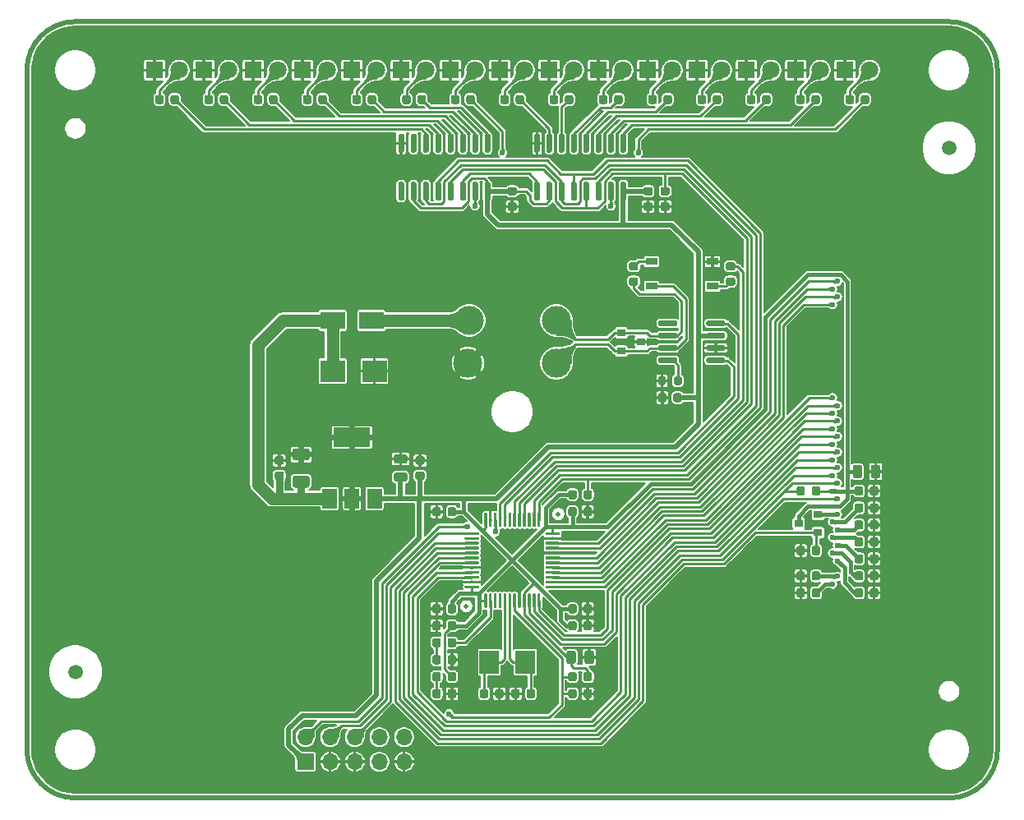
<source format=gbr>
G04 #@! TF.GenerationSoftware,KiCad,Pcbnew,(5.1.8)-1*
G04 #@! TF.CreationDate,2021-01-06T22:06:37-05:00*
G04 #@! TF.ProjectId,CANDash 2,43414e44-6173-4682-9032-2e6b69636164,2A*
G04 #@! TF.SameCoordinates,Original*
G04 #@! TF.FileFunction,Copper,L1,Top*
G04 #@! TF.FilePolarity,Positive*
%FSLAX46Y46*%
G04 Gerber Fmt 4.6, Leading zero omitted, Abs format (unit mm)*
G04 Created by KiCad (PCBNEW (5.1.8)-1) date 2021-01-06 22:06:37*
%MOMM*%
%LPD*%
G01*
G04 APERTURE LIST*
G04 #@! TA.AperFunction,Profile*
%ADD10C,0.508000*%
G04 #@! TD*
G04 #@! TA.AperFunction,ComponentPad*
%ADD11C,3.000000*%
G04 #@! TD*
G04 #@! TA.AperFunction,SMDPad,CuDef*
%ADD12R,2.500000X2.300000*%
G04 #@! TD*
G04 #@! TA.AperFunction,ComponentPad*
%ADD13O,1.700000X1.700000*%
G04 #@! TD*
G04 #@! TA.AperFunction,ComponentPad*
%ADD14R,1.700000X1.700000*%
G04 #@! TD*
G04 #@! TA.AperFunction,SMDPad,CuDef*
%ADD15R,1.200000X0.800000*%
G04 #@! TD*
G04 #@! TA.AperFunction,SMDPad,CuDef*
%ADD16R,2.500000X1.800000*%
G04 #@! TD*
G04 #@! TA.AperFunction,SMDPad,CuDef*
%ADD17R,3.800000X2.000000*%
G04 #@! TD*
G04 #@! TA.AperFunction,SMDPad,CuDef*
%ADD18R,1.500000X2.000000*%
G04 #@! TD*
G04 #@! TA.AperFunction,SMDPad,CuDef*
%ADD19C,1.500000*%
G04 #@! TD*
G04 #@! TA.AperFunction,SMDPad,CuDef*
%ADD20C,0.500000*%
G04 #@! TD*
G04 #@! TA.AperFunction,SMDPad,CuDef*
%ADD21R,2.000000X2.400000*%
G04 #@! TD*
G04 #@! TA.AperFunction,SMDPad,CuDef*
%ADD22R,0.900000X0.800000*%
G04 #@! TD*
G04 #@! TA.AperFunction,ComponentPad*
%ADD23R,1.800000X1.800000*%
G04 #@! TD*
G04 #@! TA.AperFunction,ComponentPad*
%ADD24C,1.800000*%
G04 #@! TD*
G04 #@! TA.AperFunction,ViaPad*
%ADD25C,0.600000*%
G04 #@! TD*
G04 #@! TA.AperFunction,Conductor*
%ADD26C,0.254000*%
G04 #@! TD*
G04 #@! TA.AperFunction,Conductor*
%ADD27C,0.381000*%
G04 #@! TD*
G04 #@! TA.AperFunction,Conductor*
%ADD28C,0.508000*%
G04 #@! TD*
G04 #@! TA.AperFunction,Conductor*
%ADD29C,0.762000*%
G04 #@! TD*
G04 #@! TA.AperFunction,Conductor*
%ADD30C,1.270000*%
G04 #@! TD*
G04 #@! TA.AperFunction,Conductor*
%ADD31C,0.127000*%
G04 #@! TD*
G04 #@! TA.AperFunction,Conductor*
%ADD32C,0.150000*%
G04 #@! TD*
G04 #@! TA.AperFunction,Conductor*
%ADD33C,0.025400*%
G04 #@! TD*
G04 APERTURE END LIST*
D10*
X105000000Y-65000000D02*
X195000000Y-65000000D01*
X200000000Y-70000000D02*
X200000000Y-140000000D01*
X200000000Y-70000000D02*
G75*
G03*
X195000000Y-65000000I-5000000J0D01*
G01*
X100000000Y-70000000D02*
X100000000Y-140000000D01*
X105000000Y-65000000D02*
G75*
G03*
X100000000Y-70000000I0J-5000000D01*
G01*
X195000000Y-145000000D02*
X105000000Y-145000000D01*
X195000000Y-145000000D02*
G75*
G03*
X200000000Y-140000000I0J5000000D01*
G01*
X100000000Y-140000000D02*
G75*
G03*
X105000000Y-145000000I5000000J0D01*
G01*
D11*
X145550000Y-95790000D03*
X145450000Y-100210000D03*
X154550000Y-100210000D03*
X154550000Y-95790000D03*
G04 #@! TA.AperFunction,SMDPad,CuDef*
G36*
G01*
X128875000Y-110225000D02*
X127625000Y-110225000D01*
G75*
G02*
X127375000Y-109975000I0J250000D01*
G01*
X127375000Y-109225000D01*
G75*
G02*
X127625000Y-108975000I250000J0D01*
G01*
X128875000Y-108975000D01*
G75*
G02*
X129125000Y-109225000I0J-250000D01*
G01*
X129125000Y-109975000D01*
G75*
G02*
X128875000Y-110225000I-250000J0D01*
G01*
G37*
G04 #@! TD.AperFunction*
G04 #@! TA.AperFunction,SMDPad,CuDef*
G36*
G01*
X128875000Y-113025000D02*
X127625000Y-113025000D01*
G75*
G02*
X127375000Y-112775000I0J250000D01*
G01*
X127375000Y-112025000D01*
G75*
G02*
X127625000Y-111775000I250000J0D01*
G01*
X128875000Y-111775000D01*
G75*
G02*
X129125000Y-112025000I0J-250000D01*
G01*
X129125000Y-112775000D01*
G75*
G02*
X128875000Y-113025000I-250000J0D01*
G01*
G37*
G04 #@! TD.AperFunction*
G04 #@! TA.AperFunction,SMDPad,CuDef*
G36*
G01*
X166675000Y-102275000D02*
X166675000Y-101725000D01*
G75*
G02*
X166875000Y-101525000I200000J0D01*
G01*
X167275000Y-101525000D01*
G75*
G02*
X167475000Y-101725000I0J-200000D01*
G01*
X167475000Y-102275000D01*
G75*
G02*
X167275000Y-102475000I-200000J0D01*
G01*
X166875000Y-102475000D01*
G75*
G02*
X166675000Y-102275000I0J200000D01*
G01*
G37*
G04 #@! TD.AperFunction*
G04 #@! TA.AperFunction,SMDPad,CuDef*
G36*
G01*
X165025000Y-102275000D02*
X165025000Y-101725000D01*
G75*
G02*
X165225000Y-101525000I200000J0D01*
G01*
X165625000Y-101525000D01*
G75*
G02*
X165825000Y-101725000I0J-200000D01*
G01*
X165825000Y-102275000D01*
G75*
G02*
X165625000Y-102475000I-200000J0D01*
G01*
X165225000Y-102475000D01*
G75*
G02*
X165025000Y-102275000I0J200000D01*
G01*
G37*
G04 #@! TD.AperFunction*
D12*
X135800000Y-101000000D03*
X131500000Y-101000000D03*
D13*
X138860000Y-138730000D03*
X138860000Y-141270000D03*
X136320000Y-138730000D03*
X136320000Y-141270000D03*
X133780000Y-138730000D03*
X133780000Y-141270000D03*
X131240000Y-138730000D03*
X131240000Y-141270000D03*
X128700000Y-138730000D03*
D14*
X128700000Y-141270000D03*
G04 #@! TA.AperFunction,SMDPad,CuDef*
G36*
G01*
X181735000Y-123603750D02*
X181735000Y-124116250D01*
G75*
G02*
X181516250Y-124335000I-218750J0D01*
G01*
X181078750Y-124335000D01*
G75*
G02*
X180860000Y-124116250I0J218750D01*
G01*
X180860000Y-123603750D01*
G75*
G02*
X181078750Y-123385000I218750J0D01*
G01*
X181516250Y-123385000D01*
G75*
G02*
X181735000Y-123603750I0J-218750D01*
G01*
G37*
G04 #@! TD.AperFunction*
G04 #@! TA.AperFunction,SMDPad,CuDef*
G36*
G01*
X180160000Y-123603750D02*
X180160000Y-124116250D01*
G75*
G02*
X179941250Y-124335000I-218750J0D01*
G01*
X179503750Y-124335000D01*
G75*
G02*
X179285000Y-124116250I0J218750D01*
G01*
X179285000Y-123603750D01*
G75*
G02*
X179503750Y-123385000I218750J0D01*
G01*
X179941250Y-123385000D01*
G75*
G02*
X180160000Y-123603750I0J-218750D01*
G01*
G37*
G04 #@! TD.AperFunction*
G04 #@! TA.AperFunction,SMDPad,CuDef*
G36*
G01*
X180160000Y-121853750D02*
X180160000Y-122366250D01*
G75*
G02*
X179941250Y-122585000I-218750J0D01*
G01*
X179503750Y-122585000D01*
G75*
G02*
X179285000Y-122366250I0J218750D01*
G01*
X179285000Y-121853750D01*
G75*
G02*
X179503750Y-121635000I218750J0D01*
G01*
X179941250Y-121635000D01*
G75*
G02*
X180160000Y-121853750I0J-218750D01*
G01*
G37*
G04 #@! TD.AperFunction*
G04 #@! TA.AperFunction,SMDPad,CuDef*
G36*
G01*
X181735000Y-121853750D02*
X181735000Y-122366250D01*
G75*
G02*
X181516250Y-122585000I-218750J0D01*
G01*
X181078750Y-122585000D01*
G75*
G02*
X180860000Y-122366250I0J218750D01*
G01*
X180860000Y-121853750D01*
G75*
G02*
X181078750Y-121635000I218750J0D01*
G01*
X181516250Y-121635000D01*
G75*
G02*
X181735000Y-121853750I0J-218750D01*
G01*
G37*
G04 #@! TD.AperFunction*
G04 #@! TA.AperFunction,SMDPad,CuDef*
G36*
G01*
X186850000Y-124116250D02*
X186850000Y-123603750D01*
G75*
G02*
X187068750Y-123385000I218750J0D01*
G01*
X187506250Y-123385000D01*
G75*
G02*
X187725000Y-123603750I0J-218750D01*
G01*
X187725000Y-124116250D01*
G75*
G02*
X187506250Y-124335000I-218750J0D01*
G01*
X187068750Y-124335000D01*
G75*
G02*
X186850000Y-124116250I0J218750D01*
G01*
G37*
G04 #@! TD.AperFunction*
G04 #@! TA.AperFunction,SMDPad,CuDef*
G36*
G01*
X185275000Y-124116250D02*
X185275000Y-123603750D01*
G75*
G02*
X185493750Y-123385000I218750J0D01*
G01*
X185931250Y-123385000D01*
G75*
G02*
X186150000Y-123603750I0J-218750D01*
G01*
X186150000Y-124116250D01*
G75*
G02*
X185931250Y-124335000I-218750J0D01*
G01*
X185493750Y-124335000D01*
G75*
G02*
X185275000Y-124116250I0J218750D01*
G01*
G37*
G04 #@! TD.AperFunction*
G04 #@! TA.AperFunction,SMDPad,CuDef*
G36*
G01*
X186850000Y-122366250D02*
X186850000Y-121853750D01*
G75*
G02*
X187068750Y-121635000I218750J0D01*
G01*
X187506250Y-121635000D01*
G75*
G02*
X187725000Y-121853750I0J-218750D01*
G01*
X187725000Y-122366250D01*
G75*
G02*
X187506250Y-122585000I-218750J0D01*
G01*
X187068750Y-122585000D01*
G75*
G02*
X186850000Y-122366250I0J218750D01*
G01*
G37*
G04 #@! TD.AperFunction*
G04 #@! TA.AperFunction,SMDPad,CuDef*
G36*
G01*
X185275000Y-122366250D02*
X185275000Y-121853750D01*
G75*
G02*
X185493750Y-121635000I218750J0D01*
G01*
X185931250Y-121635000D01*
G75*
G02*
X186150000Y-121853750I0J-218750D01*
G01*
X186150000Y-122366250D01*
G75*
G02*
X185931250Y-122585000I-218750J0D01*
G01*
X185493750Y-122585000D01*
G75*
G02*
X185275000Y-122366250I0J218750D01*
G01*
G37*
G04 #@! TD.AperFunction*
G04 #@! TA.AperFunction,SMDPad,CuDef*
G36*
G01*
X186850000Y-120616250D02*
X186850000Y-120103750D01*
G75*
G02*
X187068750Y-119885000I218750J0D01*
G01*
X187506250Y-119885000D01*
G75*
G02*
X187725000Y-120103750I0J-218750D01*
G01*
X187725000Y-120616250D01*
G75*
G02*
X187506250Y-120835000I-218750J0D01*
G01*
X187068750Y-120835000D01*
G75*
G02*
X186850000Y-120616250I0J218750D01*
G01*
G37*
G04 #@! TD.AperFunction*
G04 #@! TA.AperFunction,SMDPad,CuDef*
G36*
G01*
X185275000Y-120616250D02*
X185275000Y-120103750D01*
G75*
G02*
X185493750Y-119885000I218750J0D01*
G01*
X185931250Y-119885000D01*
G75*
G02*
X186150000Y-120103750I0J-218750D01*
G01*
X186150000Y-120616250D01*
G75*
G02*
X185931250Y-120835000I-218750J0D01*
G01*
X185493750Y-120835000D01*
G75*
G02*
X185275000Y-120616250I0J218750D01*
G01*
G37*
G04 #@! TD.AperFunction*
G04 #@! TA.AperFunction,SMDPad,CuDef*
G36*
G01*
X186850000Y-118866250D02*
X186850000Y-118353750D01*
G75*
G02*
X187068750Y-118135000I218750J0D01*
G01*
X187506250Y-118135000D01*
G75*
G02*
X187725000Y-118353750I0J-218750D01*
G01*
X187725000Y-118866250D01*
G75*
G02*
X187506250Y-119085000I-218750J0D01*
G01*
X187068750Y-119085000D01*
G75*
G02*
X186850000Y-118866250I0J218750D01*
G01*
G37*
G04 #@! TD.AperFunction*
G04 #@! TA.AperFunction,SMDPad,CuDef*
G36*
G01*
X185275000Y-118866250D02*
X185275000Y-118353750D01*
G75*
G02*
X185493750Y-118135000I218750J0D01*
G01*
X185931250Y-118135000D01*
G75*
G02*
X186150000Y-118353750I0J-218750D01*
G01*
X186150000Y-118866250D01*
G75*
G02*
X185931250Y-119085000I-218750J0D01*
G01*
X185493750Y-119085000D01*
G75*
G02*
X185275000Y-118866250I0J218750D01*
G01*
G37*
G04 #@! TD.AperFunction*
G04 #@! TA.AperFunction,SMDPad,CuDef*
G36*
G01*
X186850000Y-117116250D02*
X186850000Y-116603750D01*
G75*
G02*
X187068750Y-116385000I218750J0D01*
G01*
X187506250Y-116385000D01*
G75*
G02*
X187725000Y-116603750I0J-218750D01*
G01*
X187725000Y-117116250D01*
G75*
G02*
X187506250Y-117335000I-218750J0D01*
G01*
X187068750Y-117335000D01*
G75*
G02*
X186850000Y-117116250I0J218750D01*
G01*
G37*
G04 #@! TD.AperFunction*
G04 #@! TA.AperFunction,SMDPad,CuDef*
G36*
G01*
X185275000Y-117116250D02*
X185275000Y-116603750D01*
G75*
G02*
X185493750Y-116385000I218750J0D01*
G01*
X185931250Y-116385000D01*
G75*
G02*
X186150000Y-116603750I0J-218750D01*
G01*
X186150000Y-117116250D01*
G75*
G02*
X185931250Y-117335000I-218750J0D01*
G01*
X185493750Y-117335000D01*
G75*
G02*
X185275000Y-117116250I0J218750D01*
G01*
G37*
G04 #@! TD.AperFunction*
G04 #@! TA.AperFunction,SMDPad,CuDef*
G36*
G01*
X186850000Y-115366250D02*
X186850000Y-114853750D01*
G75*
G02*
X187068750Y-114635000I218750J0D01*
G01*
X187506250Y-114635000D01*
G75*
G02*
X187725000Y-114853750I0J-218750D01*
G01*
X187725000Y-115366250D01*
G75*
G02*
X187506250Y-115585000I-218750J0D01*
G01*
X187068750Y-115585000D01*
G75*
G02*
X186850000Y-115366250I0J218750D01*
G01*
G37*
G04 #@! TD.AperFunction*
G04 #@! TA.AperFunction,SMDPad,CuDef*
G36*
G01*
X185275000Y-115366250D02*
X185275000Y-114853750D01*
G75*
G02*
X185493750Y-114635000I218750J0D01*
G01*
X185931250Y-114635000D01*
G75*
G02*
X186150000Y-114853750I0J-218750D01*
G01*
X186150000Y-115366250D01*
G75*
G02*
X185931250Y-115585000I-218750J0D01*
G01*
X185493750Y-115585000D01*
G75*
G02*
X185275000Y-115366250I0J218750D01*
G01*
G37*
G04 #@! TD.AperFunction*
D15*
X170650000Y-92270000D03*
X164350000Y-89730000D03*
X170650000Y-89730000D03*
X164350000Y-92270000D03*
G04 #@! TA.AperFunction,SMDPad,CuDef*
G36*
G01*
X162243750Y-91350000D02*
X162756250Y-91350000D01*
G75*
G02*
X162975000Y-91568750I0J-218750D01*
G01*
X162975000Y-92006250D01*
G75*
G02*
X162756250Y-92225000I-218750J0D01*
G01*
X162243750Y-92225000D01*
G75*
G02*
X162025000Y-92006250I0J218750D01*
G01*
X162025000Y-91568750D01*
G75*
G02*
X162243750Y-91350000I218750J0D01*
G01*
G37*
G04 #@! TD.AperFunction*
G04 #@! TA.AperFunction,SMDPad,CuDef*
G36*
G01*
X162243750Y-89775000D02*
X162756250Y-89775000D01*
G75*
G02*
X162975000Y-89993750I0J-218750D01*
G01*
X162975000Y-90431250D01*
G75*
G02*
X162756250Y-90650000I-218750J0D01*
G01*
X162243750Y-90650000D01*
G75*
G02*
X162025000Y-90431250I0J218750D01*
G01*
X162025000Y-89993750D01*
G75*
G02*
X162243750Y-89775000I218750J0D01*
G01*
G37*
G04 #@! TD.AperFunction*
G04 #@! TA.AperFunction,SMDPad,CuDef*
G36*
G01*
X172243750Y-91350000D02*
X172756250Y-91350000D01*
G75*
G02*
X172975000Y-91568750I0J-218750D01*
G01*
X172975000Y-92006250D01*
G75*
G02*
X172756250Y-92225000I-218750J0D01*
G01*
X172243750Y-92225000D01*
G75*
G02*
X172025000Y-92006250I0J218750D01*
G01*
X172025000Y-91568750D01*
G75*
G02*
X172243750Y-91350000I218750J0D01*
G01*
G37*
G04 #@! TD.AperFunction*
G04 #@! TA.AperFunction,SMDPad,CuDef*
G36*
G01*
X172243750Y-89775000D02*
X172756250Y-89775000D01*
G75*
G02*
X172975000Y-89993750I0J-218750D01*
G01*
X172975000Y-90431250D01*
G75*
G02*
X172756250Y-90650000I-218750J0D01*
G01*
X172243750Y-90650000D01*
G75*
G02*
X172025000Y-90431250I0J218750D01*
G01*
X172025000Y-89993750D01*
G75*
G02*
X172243750Y-89775000I218750J0D01*
G01*
G37*
G04 #@! TD.AperFunction*
G04 #@! TA.AperFunction,SMDPad,CuDef*
G36*
G01*
X161295000Y-76550000D02*
X161595000Y-76550000D01*
G75*
G02*
X161745000Y-76700000I0J-150000D01*
G01*
X161745000Y-78350000D01*
G75*
G02*
X161595000Y-78500000I-150000J0D01*
G01*
X161295000Y-78500000D01*
G75*
G02*
X161145000Y-78350000I0J150000D01*
G01*
X161145000Y-76700000D01*
G75*
G02*
X161295000Y-76550000I150000J0D01*
G01*
G37*
G04 #@! TD.AperFunction*
G04 #@! TA.AperFunction,SMDPad,CuDef*
G36*
G01*
X160025000Y-76550000D02*
X160325000Y-76550000D01*
G75*
G02*
X160475000Y-76700000I0J-150000D01*
G01*
X160475000Y-78350000D01*
G75*
G02*
X160325000Y-78500000I-150000J0D01*
G01*
X160025000Y-78500000D01*
G75*
G02*
X159875000Y-78350000I0J150000D01*
G01*
X159875000Y-76700000D01*
G75*
G02*
X160025000Y-76550000I150000J0D01*
G01*
G37*
G04 #@! TD.AperFunction*
G04 #@! TA.AperFunction,SMDPad,CuDef*
G36*
G01*
X158755000Y-76550000D02*
X159055000Y-76550000D01*
G75*
G02*
X159205000Y-76700000I0J-150000D01*
G01*
X159205000Y-78350000D01*
G75*
G02*
X159055000Y-78500000I-150000J0D01*
G01*
X158755000Y-78500000D01*
G75*
G02*
X158605000Y-78350000I0J150000D01*
G01*
X158605000Y-76700000D01*
G75*
G02*
X158755000Y-76550000I150000J0D01*
G01*
G37*
G04 #@! TD.AperFunction*
G04 #@! TA.AperFunction,SMDPad,CuDef*
G36*
G01*
X157485000Y-76550000D02*
X157785000Y-76550000D01*
G75*
G02*
X157935000Y-76700000I0J-150000D01*
G01*
X157935000Y-78350000D01*
G75*
G02*
X157785000Y-78500000I-150000J0D01*
G01*
X157485000Y-78500000D01*
G75*
G02*
X157335000Y-78350000I0J150000D01*
G01*
X157335000Y-76700000D01*
G75*
G02*
X157485000Y-76550000I150000J0D01*
G01*
G37*
G04 #@! TD.AperFunction*
G04 #@! TA.AperFunction,SMDPad,CuDef*
G36*
G01*
X156215000Y-76550000D02*
X156515000Y-76550000D01*
G75*
G02*
X156665000Y-76700000I0J-150000D01*
G01*
X156665000Y-78350000D01*
G75*
G02*
X156515000Y-78500000I-150000J0D01*
G01*
X156215000Y-78500000D01*
G75*
G02*
X156065000Y-78350000I0J150000D01*
G01*
X156065000Y-76700000D01*
G75*
G02*
X156215000Y-76550000I150000J0D01*
G01*
G37*
G04 #@! TD.AperFunction*
G04 #@! TA.AperFunction,SMDPad,CuDef*
G36*
G01*
X154945000Y-76550000D02*
X155245000Y-76550000D01*
G75*
G02*
X155395000Y-76700000I0J-150000D01*
G01*
X155395000Y-78350000D01*
G75*
G02*
X155245000Y-78500000I-150000J0D01*
G01*
X154945000Y-78500000D01*
G75*
G02*
X154795000Y-78350000I0J150000D01*
G01*
X154795000Y-76700000D01*
G75*
G02*
X154945000Y-76550000I150000J0D01*
G01*
G37*
G04 #@! TD.AperFunction*
G04 #@! TA.AperFunction,SMDPad,CuDef*
G36*
G01*
X153675000Y-76550000D02*
X153975000Y-76550000D01*
G75*
G02*
X154125000Y-76700000I0J-150000D01*
G01*
X154125000Y-78350000D01*
G75*
G02*
X153975000Y-78500000I-150000J0D01*
G01*
X153675000Y-78500000D01*
G75*
G02*
X153525000Y-78350000I0J150000D01*
G01*
X153525000Y-76700000D01*
G75*
G02*
X153675000Y-76550000I150000J0D01*
G01*
G37*
G04 #@! TD.AperFunction*
G04 #@! TA.AperFunction,SMDPad,CuDef*
G36*
G01*
X152405000Y-76550000D02*
X152705000Y-76550000D01*
G75*
G02*
X152855000Y-76700000I0J-150000D01*
G01*
X152855000Y-78350000D01*
G75*
G02*
X152705000Y-78500000I-150000J0D01*
G01*
X152405000Y-78500000D01*
G75*
G02*
X152255000Y-78350000I0J150000D01*
G01*
X152255000Y-76700000D01*
G75*
G02*
X152405000Y-76550000I150000J0D01*
G01*
G37*
G04 #@! TD.AperFunction*
G04 #@! TA.AperFunction,SMDPad,CuDef*
G36*
G01*
X152405000Y-81500000D02*
X152705000Y-81500000D01*
G75*
G02*
X152855000Y-81650000I0J-150000D01*
G01*
X152855000Y-83300000D01*
G75*
G02*
X152705000Y-83450000I-150000J0D01*
G01*
X152405000Y-83450000D01*
G75*
G02*
X152255000Y-83300000I0J150000D01*
G01*
X152255000Y-81650000D01*
G75*
G02*
X152405000Y-81500000I150000J0D01*
G01*
G37*
G04 #@! TD.AperFunction*
G04 #@! TA.AperFunction,SMDPad,CuDef*
G36*
G01*
X153675000Y-81500000D02*
X153975000Y-81500000D01*
G75*
G02*
X154125000Y-81650000I0J-150000D01*
G01*
X154125000Y-83300000D01*
G75*
G02*
X153975000Y-83450000I-150000J0D01*
G01*
X153675000Y-83450000D01*
G75*
G02*
X153525000Y-83300000I0J150000D01*
G01*
X153525000Y-81650000D01*
G75*
G02*
X153675000Y-81500000I150000J0D01*
G01*
G37*
G04 #@! TD.AperFunction*
G04 #@! TA.AperFunction,SMDPad,CuDef*
G36*
G01*
X154945000Y-81500000D02*
X155245000Y-81500000D01*
G75*
G02*
X155395000Y-81650000I0J-150000D01*
G01*
X155395000Y-83300000D01*
G75*
G02*
X155245000Y-83450000I-150000J0D01*
G01*
X154945000Y-83450000D01*
G75*
G02*
X154795000Y-83300000I0J150000D01*
G01*
X154795000Y-81650000D01*
G75*
G02*
X154945000Y-81500000I150000J0D01*
G01*
G37*
G04 #@! TD.AperFunction*
G04 #@! TA.AperFunction,SMDPad,CuDef*
G36*
G01*
X156215000Y-81500000D02*
X156515000Y-81500000D01*
G75*
G02*
X156665000Y-81650000I0J-150000D01*
G01*
X156665000Y-83300000D01*
G75*
G02*
X156515000Y-83450000I-150000J0D01*
G01*
X156215000Y-83450000D01*
G75*
G02*
X156065000Y-83300000I0J150000D01*
G01*
X156065000Y-81650000D01*
G75*
G02*
X156215000Y-81500000I150000J0D01*
G01*
G37*
G04 #@! TD.AperFunction*
G04 #@! TA.AperFunction,SMDPad,CuDef*
G36*
G01*
X157485000Y-81500000D02*
X157785000Y-81500000D01*
G75*
G02*
X157935000Y-81650000I0J-150000D01*
G01*
X157935000Y-83300000D01*
G75*
G02*
X157785000Y-83450000I-150000J0D01*
G01*
X157485000Y-83450000D01*
G75*
G02*
X157335000Y-83300000I0J150000D01*
G01*
X157335000Y-81650000D01*
G75*
G02*
X157485000Y-81500000I150000J0D01*
G01*
G37*
G04 #@! TD.AperFunction*
G04 #@! TA.AperFunction,SMDPad,CuDef*
G36*
G01*
X158755000Y-81500000D02*
X159055000Y-81500000D01*
G75*
G02*
X159205000Y-81650000I0J-150000D01*
G01*
X159205000Y-83300000D01*
G75*
G02*
X159055000Y-83450000I-150000J0D01*
G01*
X158755000Y-83450000D01*
G75*
G02*
X158605000Y-83300000I0J150000D01*
G01*
X158605000Y-81650000D01*
G75*
G02*
X158755000Y-81500000I150000J0D01*
G01*
G37*
G04 #@! TD.AperFunction*
G04 #@! TA.AperFunction,SMDPad,CuDef*
G36*
G01*
X160025000Y-81500000D02*
X160325000Y-81500000D01*
G75*
G02*
X160475000Y-81650000I0J-150000D01*
G01*
X160475000Y-83300000D01*
G75*
G02*
X160325000Y-83450000I-150000J0D01*
G01*
X160025000Y-83450000D01*
G75*
G02*
X159875000Y-83300000I0J150000D01*
G01*
X159875000Y-81650000D01*
G75*
G02*
X160025000Y-81500000I150000J0D01*
G01*
G37*
G04 #@! TD.AperFunction*
G04 #@! TA.AperFunction,SMDPad,CuDef*
G36*
G01*
X161295000Y-81500000D02*
X161595000Y-81500000D01*
G75*
G02*
X161745000Y-81650000I0J-150000D01*
G01*
X161745000Y-83300000D01*
G75*
G02*
X161595000Y-83450000I-150000J0D01*
G01*
X161295000Y-83450000D01*
G75*
G02*
X161145000Y-83300000I0J150000D01*
G01*
X161145000Y-81650000D01*
G75*
G02*
X161295000Y-81500000I150000J0D01*
G01*
G37*
G04 #@! TD.AperFunction*
G04 #@! TA.AperFunction,SMDPad,CuDef*
G36*
G01*
X142650000Y-128743750D02*
X142650000Y-129256250D01*
G75*
G02*
X142431250Y-129475000I-218750J0D01*
G01*
X141993750Y-129475000D01*
G75*
G02*
X141775000Y-129256250I0J218750D01*
G01*
X141775000Y-128743750D01*
G75*
G02*
X141993750Y-128525000I218750J0D01*
G01*
X142431250Y-128525000D01*
G75*
G02*
X142650000Y-128743750I0J-218750D01*
G01*
G37*
G04 #@! TD.AperFunction*
G04 #@! TA.AperFunction,SMDPad,CuDef*
G36*
G01*
X144225000Y-128743750D02*
X144225000Y-129256250D01*
G75*
G02*
X144006250Y-129475000I-218750J0D01*
G01*
X143568750Y-129475000D01*
G75*
G02*
X143350000Y-129256250I0J218750D01*
G01*
X143350000Y-128743750D01*
G75*
G02*
X143568750Y-128525000I218750J0D01*
G01*
X144006250Y-128525000D01*
G75*
G02*
X144225000Y-128743750I0J-218750D01*
G01*
G37*
G04 #@! TD.AperFunction*
G04 #@! TA.AperFunction,SMDPad,CuDef*
G36*
G01*
X142650000Y-132243750D02*
X142650000Y-132756250D01*
G75*
G02*
X142431250Y-132975000I-218750J0D01*
G01*
X141993750Y-132975000D01*
G75*
G02*
X141775000Y-132756250I0J218750D01*
G01*
X141775000Y-132243750D01*
G75*
G02*
X141993750Y-132025000I218750J0D01*
G01*
X142431250Y-132025000D01*
G75*
G02*
X142650000Y-132243750I0J-218750D01*
G01*
G37*
G04 #@! TD.AperFunction*
G04 #@! TA.AperFunction,SMDPad,CuDef*
G36*
G01*
X144225000Y-132243750D02*
X144225000Y-132756250D01*
G75*
G02*
X144006250Y-132975000I-218750J0D01*
G01*
X143568750Y-132975000D01*
G75*
G02*
X143350000Y-132756250I0J218750D01*
G01*
X143350000Y-132243750D01*
G75*
G02*
X143568750Y-132025000I218750J0D01*
G01*
X144006250Y-132025000D01*
G75*
G02*
X144225000Y-132243750I0J-218750D01*
G01*
G37*
G04 #@! TD.AperFunction*
G04 #@! TA.AperFunction,SMDPad,CuDef*
G36*
G01*
X142650000Y-130493750D02*
X142650000Y-131006250D01*
G75*
G02*
X142431250Y-131225000I-218750J0D01*
G01*
X141993750Y-131225000D01*
G75*
G02*
X141775000Y-131006250I0J218750D01*
G01*
X141775000Y-130493750D01*
G75*
G02*
X141993750Y-130275000I218750J0D01*
G01*
X142431250Y-130275000D01*
G75*
G02*
X142650000Y-130493750I0J-218750D01*
G01*
G37*
G04 #@! TD.AperFunction*
G04 #@! TA.AperFunction,SMDPad,CuDef*
G36*
G01*
X144225000Y-130493750D02*
X144225000Y-131006250D01*
G75*
G02*
X144006250Y-131225000I-218750J0D01*
G01*
X143568750Y-131225000D01*
G75*
G02*
X143350000Y-131006250I0J218750D01*
G01*
X143350000Y-130493750D01*
G75*
G02*
X143568750Y-130275000I218750J0D01*
G01*
X144006250Y-130275000D01*
G75*
G02*
X144225000Y-130493750I0J-218750D01*
G01*
G37*
G04 #@! TD.AperFunction*
G04 #@! TA.AperFunction,SMDPad,CuDef*
G36*
G01*
X142650000Y-133993750D02*
X142650000Y-134506250D01*
G75*
G02*
X142431250Y-134725000I-218750J0D01*
G01*
X141993750Y-134725000D01*
G75*
G02*
X141775000Y-134506250I0J218750D01*
G01*
X141775000Y-133993750D01*
G75*
G02*
X141993750Y-133775000I218750J0D01*
G01*
X142431250Y-133775000D01*
G75*
G02*
X142650000Y-133993750I0J-218750D01*
G01*
G37*
G04 #@! TD.AperFunction*
G04 #@! TA.AperFunction,SMDPad,CuDef*
G36*
G01*
X144225000Y-133993750D02*
X144225000Y-134506250D01*
G75*
G02*
X144006250Y-134725000I-218750J0D01*
G01*
X143568750Y-134725000D01*
G75*
G02*
X143350000Y-134506250I0J218750D01*
G01*
X143350000Y-133993750D01*
G75*
G02*
X143568750Y-133775000I218750J0D01*
G01*
X144006250Y-133775000D01*
G75*
G02*
X144225000Y-133993750I0J-218750D01*
G01*
G37*
G04 #@! TD.AperFunction*
D16*
X131500000Y-95790000D03*
X135500000Y-95790000D03*
G04 #@! TA.AperFunction,SMDPad,CuDef*
G36*
G01*
X156650000Y-132243750D02*
X156650000Y-132756250D01*
G75*
G02*
X156431250Y-132975000I-218750J0D01*
G01*
X155993750Y-132975000D01*
G75*
G02*
X155775000Y-132756250I0J218750D01*
G01*
X155775000Y-132243750D01*
G75*
G02*
X155993750Y-132025000I218750J0D01*
G01*
X156431250Y-132025000D01*
G75*
G02*
X156650000Y-132243750I0J-218750D01*
G01*
G37*
G04 #@! TD.AperFunction*
G04 #@! TA.AperFunction,SMDPad,CuDef*
G36*
G01*
X158225000Y-132243750D02*
X158225000Y-132756250D01*
G75*
G02*
X158006250Y-132975000I-218750J0D01*
G01*
X157568750Y-132975000D01*
G75*
G02*
X157350000Y-132756250I0J218750D01*
G01*
X157350000Y-132243750D01*
G75*
G02*
X157568750Y-132025000I218750J0D01*
G01*
X158006250Y-132025000D01*
G75*
G02*
X158225000Y-132243750I0J-218750D01*
G01*
G37*
G04 #@! TD.AperFunction*
D17*
X133500000Y-107850000D03*
D18*
X133500000Y-114150000D03*
X135800000Y-114150000D03*
X131200000Y-114150000D03*
D19*
X105000000Y-132000000D03*
X195000000Y-78000000D03*
G04 #@! TA.AperFunction,SMDPad,CuDef*
G36*
G01*
X147295000Y-76550000D02*
X147595000Y-76550000D01*
G75*
G02*
X147745000Y-76700000I0J-150000D01*
G01*
X147745000Y-78350000D01*
G75*
G02*
X147595000Y-78500000I-150000J0D01*
G01*
X147295000Y-78500000D01*
G75*
G02*
X147145000Y-78350000I0J150000D01*
G01*
X147145000Y-76700000D01*
G75*
G02*
X147295000Y-76550000I150000J0D01*
G01*
G37*
G04 #@! TD.AperFunction*
G04 #@! TA.AperFunction,SMDPad,CuDef*
G36*
G01*
X146025000Y-76550000D02*
X146325000Y-76550000D01*
G75*
G02*
X146475000Y-76700000I0J-150000D01*
G01*
X146475000Y-78350000D01*
G75*
G02*
X146325000Y-78500000I-150000J0D01*
G01*
X146025000Y-78500000D01*
G75*
G02*
X145875000Y-78350000I0J150000D01*
G01*
X145875000Y-76700000D01*
G75*
G02*
X146025000Y-76550000I150000J0D01*
G01*
G37*
G04 #@! TD.AperFunction*
G04 #@! TA.AperFunction,SMDPad,CuDef*
G36*
G01*
X144755000Y-76550000D02*
X145055000Y-76550000D01*
G75*
G02*
X145205000Y-76700000I0J-150000D01*
G01*
X145205000Y-78350000D01*
G75*
G02*
X145055000Y-78500000I-150000J0D01*
G01*
X144755000Y-78500000D01*
G75*
G02*
X144605000Y-78350000I0J150000D01*
G01*
X144605000Y-76700000D01*
G75*
G02*
X144755000Y-76550000I150000J0D01*
G01*
G37*
G04 #@! TD.AperFunction*
G04 #@! TA.AperFunction,SMDPad,CuDef*
G36*
G01*
X143485000Y-76550000D02*
X143785000Y-76550000D01*
G75*
G02*
X143935000Y-76700000I0J-150000D01*
G01*
X143935000Y-78350000D01*
G75*
G02*
X143785000Y-78500000I-150000J0D01*
G01*
X143485000Y-78500000D01*
G75*
G02*
X143335000Y-78350000I0J150000D01*
G01*
X143335000Y-76700000D01*
G75*
G02*
X143485000Y-76550000I150000J0D01*
G01*
G37*
G04 #@! TD.AperFunction*
G04 #@! TA.AperFunction,SMDPad,CuDef*
G36*
G01*
X142215000Y-76550000D02*
X142515000Y-76550000D01*
G75*
G02*
X142665000Y-76700000I0J-150000D01*
G01*
X142665000Y-78350000D01*
G75*
G02*
X142515000Y-78500000I-150000J0D01*
G01*
X142215000Y-78500000D01*
G75*
G02*
X142065000Y-78350000I0J150000D01*
G01*
X142065000Y-76700000D01*
G75*
G02*
X142215000Y-76550000I150000J0D01*
G01*
G37*
G04 #@! TD.AperFunction*
G04 #@! TA.AperFunction,SMDPad,CuDef*
G36*
G01*
X140945000Y-76550000D02*
X141245000Y-76550000D01*
G75*
G02*
X141395000Y-76700000I0J-150000D01*
G01*
X141395000Y-78350000D01*
G75*
G02*
X141245000Y-78500000I-150000J0D01*
G01*
X140945000Y-78500000D01*
G75*
G02*
X140795000Y-78350000I0J150000D01*
G01*
X140795000Y-76700000D01*
G75*
G02*
X140945000Y-76550000I150000J0D01*
G01*
G37*
G04 #@! TD.AperFunction*
G04 #@! TA.AperFunction,SMDPad,CuDef*
G36*
G01*
X139675000Y-76550000D02*
X139975000Y-76550000D01*
G75*
G02*
X140125000Y-76700000I0J-150000D01*
G01*
X140125000Y-78350000D01*
G75*
G02*
X139975000Y-78500000I-150000J0D01*
G01*
X139675000Y-78500000D01*
G75*
G02*
X139525000Y-78350000I0J150000D01*
G01*
X139525000Y-76700000D01*
G75*
G02*
X139675000Y-76550000I150000J0D01*
G01*
G37*
G04 #@! TD.AperFunction*
G04 #@! TA.AperFunction,SMDPad,CuDef*
G36*
G01*
X138405000Y-76550000D02*
X138705000Y-76550000D01*
G75*
G02*
X138855000Y-76700000I0J-150000D01*
G01*
X138855000Y-78350000D01*
G75*
G02*
X138705000Y-78500000I-150000J0D01*
G01*
X138405000Y-78500000D01*
G75*
G02*
X138255000Y-78350000I0J150000D01*
G01*
X138255000Y-76700000D01*
G75*
G02*
X138405000Y-76550000I150000J0D01*
G01*
G37*
G04 #@! TD.AperFunction*
G04 #@! TA.AperFunction,SMDPad,CuDef*
G36*
G01*
X138405000Y-81500000D02*
X138705000Y-81500000D01*
G75*
G02*
X138855000Y-81650000I0J-150000D01*
G01*
X138855000Y-83300000D01*
G75*
G02*
X138705000Y-83450000I-150000J0D01*
G01*
X138405000Y-83450000D01*
G75*
G02*
X138255000Y-83300000I0J150000D01*
G01*
X138255000Y-81650000D01*
G75*
G02*
X138405000Y-81500000I150000J0D01*
G01*
G37*
G04 #@! TD.AperFunction*
G04 #@! TA.AperFunction,SMDPad,CuDef*
G36*
G01*
X139675000Y-81500000D02*
X139975000Y-81500000D01*
G75*
G02*
X140125000Y-81650000I0J-150000D01*
G01*
X140125000Y-83300000D01*
G75*
G02*
X139975000Y-83450000I-150000J0D01*
G01*
X139675000Y-83450000D01*
G75*
G02*
X139525000Y-83300000I0J150000D01*
G01*
X139525000Y-81650000D01*
G75*
G02*
X139675000Y-81500000I150000J0D01*
G01*
G37*
G04 #@! TD.AperFunction*
G04 #@! TA.AperFunction,SMDPad,CuDef*
G36*
G01*
X140945000Y-81500000D02*
X141245000Y-81500000D01*
G75*
G02*
X141395000Y-81650000I0J-150000D01*
G01*
X141395000Y-83300000D01*
G75*
G02*
X141245000Y-83450000I-150000J0D01*
G01*
X140945000Y-83450000D01*
G75*
G02*
X140795000Y-83300000I0J150000D01*
G01*
X140795000Y-81650000D01*
G75*
G02*
X140945000Y-81500000I150000J0D01*
G01*
G37*
G04 #@! TD.AperFunction*
G04 #@! TA.AperFunction,SMDPad,CuDef*
G36*
G01*
X142215000Y-81500000D02*
X142515000Y-81500000D01*
G75*
G02*
X142665000Y-81650000I0J-150000D01*
G01*
X142665000Y-83300000D01*
G75*
G02*
X142515000Y-83450000I-150000J0D01*
G01*
X142215000Y-83450000D01*
G75*
G02*
X142065000Y-83300000I0J150000D01*
G01*
X142065000Y-81650000D01*
G75*
G02*
X142215000Y-81500000I150000J0D01*
G01*
G37*
G04 #@! TD.AperFunction*
G04 #@! TA.AperFunction,SMDPad,CuDef*
G36*
G01*
X143485000Y-81500000D02*
X143785000Y-81500000D01*
G75*
G02*
X143935000Y-81650000I0J-150000D01*
G01*
X143935000Y-83300000D01*
G75*
G02*
X143785000Y-83450000I-150000J0D01*
G01*
X143485000Y-83450000D01*
G75*
G02*
X143335000Y-83300000I0J150000D01*
G01*
X143335000Y-81650000D01*
G75*
G02*
X143485000Y-81500000I150000J0D01*
G01*
G37*
G04 #@! TD.AperFunction*
G04 #@! TA.AperFunction,SMDPad,CuDef*
G36*
G01*
X144755000Y-81500000D02*
X145055000Y-81500000D01*
G75*
G02*
X145205000Y-81650000I0J-150000D01*
G01*
X145205000Y-83300000D01*
G75*
G02*
X145055000Y-83450000I-150000J0D01*
G01*
X144755000Y-83450000D01*
G75*
G02*
X144605000Y-83300000I0J150000D01*
G01*
X144605000Y-81650000D01*
G75*
G02*
X144755000Y-81500000I150000J0D01*
G01*
G37*
G04 #@! TD.AperFunction*
G04 #@! TA.AperFunction,SMDPad,CuDef*
G36*
G01*
X146025000Y-81500000D02*
X146325000Y-81500000D01*
G75*
G02*
X146475000Y-81650000I0J-150000D01*
G01*
X146475000Y-83300000D01*
G75*
G02*
X146325000Y-83450000I-150000J0D01*
G01*
X146025000Y-83450000D01*
G75*
G02*
X145875000Y-83300000I0J150000D01*
G01*
X145875000Y-81650000D01*
G75*
G02*
X146025000Y-81500000I150000J0D01*
G01*
G37*
G04 #@! TD.AperFunction*
G04 #@! TA.AperFunction,SMDPad,CuDef*
G36*
G01*
X147295000Y-81500000D02*
X147595000Y-81500000D01*
G75*
G02*
X147745000Y-81650000I0J-150000D01*
G01*
X147745000Y-83300000D01*
G75*
G02*
X147595000Y-83450000I-150000J0D01*
G01*
X147295000Y-83450000D01*
G75*
G02*
X147145000Y-83300000I0J150000D01*
G01*
X147145000Y-81650000D01*
G75*
G02*
X147295000Y-81500000I150000J0D01*
G01*
G37*
G04 #@! TD.AperFunction*
D20*
X154750000Y-115750000D03*
X145250000Y-125250000D03*
G04 #@! TA.AperFunction,SMDPad,CuDef*
G36*
G01*
X146500000Y-123400000D02*
X145175000Y-123400000D01*
G75*
G02*
X145100000Y-123325000I0J75000D01*
G01*
X145100000Y-123175000D01*
G75*
G02*
X145175000Y-123100000I75000J0D01*
G01*
X146500000Y-123100000D01*
G75*
G02*
X146575000Y-123175000I0J-75000D01*
G01*
X146575000Y-123325000D01*
G75*
G02*
X146500000Y-123400000I-75000J0D01*
G01*
G37*
G04 #@! TD.AperFunction*
G04 #@! TA.AperFunction,SMDPad,CuDef*
G36*
G01*
X146500000Y-122900000D02*
X145175000Y-122900000D01*
G75*
G02*
X145100000Y-122825000I0J75000D01*
G01*
X145100000Y-122675000D01*
G75*
G02*
X145175000Y-122600000I75000J0D01*
G01*
X146500000Y-122600000D01*
G75*
G02*
X146575000Y-122675000I0J-75000D01*
G01*
X146575000Y-122825000D01*
G75*
G02*
X146500000Y-122900000I-75000J0D01*
G01*
G37*
G04 #@! TD.AperFunction*
G04 #@! TA.AperFunction,SMDPad,CuDef*
G36*
G01*
X146500000Y-122400000D02*
X145175000Y-122400000D01*
G75*
G02*
X145100000Y-122325000I0J75000D01*
G01*
X145100000Y-122175000D01*
G75*
G02*
X145175000Y-122100000I75000J0D01*
G01*
X146500000Y-122100000D01*
G75*
G02*
X146575000Y-122175000I0J-75000D01*
G01*
X146575000Y-122325000D01*
G75*
G02*
X146500000Y-122400000I-75000J0D01*
G01*
G37*
G04 #@! TD.AperFunction*
G04 #@! TA.AperFunction,SMDPad,CuDef*
G36*
G01*
X146500000Y-121900000D02*
X145175000Y-121900000D01*
G75*
G02*
X145100000Y-121825000I0J75000D01*
G01*
X145100000Y-121675000D01*
G75*
G02*
X145175000Y-121600000I75000J0D01*
G01*
X146500000Y-121600000D01*
G75*
G02*
X146575000Y-121675000I0J-75000D01*
G01*
X146575000Y-121825000D01*
G75*
G02*
X146500000Y-121900000I-75000J0D01*
G01*
G37*
G04 #@! TD.AperFunction*
G04 #@! TA.AperFunction,SMDPad,CuDef*
G36*
G01*
X146500000Y-121400000D02*
X145175000Y-121400000D01*
G75*
G02*
X145100000Y-121325000I0J75000D01*
G01*
X145100000Y-121175000D01*
G75*
G02*
X145175000Y-121100000I75000J0D01*
G01*
X146500000Y-121100000D01*
G75*
G02*
X146575000Y-121175000I0J-75000D01*
G01*
X146575000Y-121325000D01*
G75*
G02*
X146500000Y-121400000I-75000J0D01*
G01*
G37*
G04 #@! TD.AperFunction*
G04 #@! TA.AperFunction,SMDPad,CuDef*
G36*
G01*
X146500000Y-120900000D02*
X145175000Y-120900000D01*
G75*
G02*
X145100000Y-120825000I0J75000D01*
G01*
X145100000Y-120675000D01*
G75*
G02*
X145175000Y-120600000I75000J0D01*
G01*
X146500000Y-120600000D01*
G75*
G02*
X146575000Y-120675000I0J-75000D01*
G01*
X146575000Y-120825000D01*
G75*
G02*
X146500000Y-120900000I-75000J0D01*
G01*
G37*
G04 #@! TD.AperFunction*
G04 #@! TA.AperFunction,SMDPad,CuDef*
G36*
G01*
X146500000Y-120400000D02*
X145175000Y-120400000D01*
G75*
G02*
X145100000Y-120325000I0J75000D01*
G01*
X145100000Y-120175000D01*
G75*
G02*
X145175000Y-120100000I75000J0D01*
G01*
X146500000Y-120100000D01*
G75*
G02*
X146575000Y-120175000I0J-75000D01*
G01*
X146575000Y-120325000D01*
G75*
G02*
X146500000Y-120400000I-75000J0D01*
G01*
G37*
G04 #@! TD.AperFunction*
G04 #@! TA.AperFunction,SMDPad,CuDef*
G36*
G01*
X146500000Y-119900000D02*
X145175000Y-119900000D01*
G75*
G02*
X145100000Y-119825000I0J75000D01*
G01*
X145100000Y-119675000D01*
G75*
G02*
X145175000Y-119600000I75000J0D01*
G01*
X146500000Y-119600000D01*
G75*
G02*
X146575000Y-119675000I0J-75000D01*
G01*
X146575000Y-119825000D01*
G75*
G02*
X146500000Y-119900000I-75000J0D01*
G01*
G37*
G04 #@! TD.AperFunction*
G04 #@! TA.AperFunction,SMDPad,CuDef*
G36*
G01*
X146500000Y-119400000D02*
X145175000Y-119400000D01*
G75*
G02*
X145100000Y-119325000I0J75000D01*
G01*
X145100000Y-119175000D01*
G75*
G02*
X145175000Y-119100000I75000J0D01*
G01*
X146500000Y-119100000D01*
G75*
G02*
X146575000Y-119175000I0J-75000D01*
G01*
X146575000Y-119325000D01*
G75*
G02*
X146500000Y-119400000I-75000J0D01*
G01*
G37*
G04 #@! TD.AperFunction*
G04 #@! TA.AperFunction,SMDPad,CuDef*
G36*
G01*
X146500000Y-118900000D02*
X145175000Y-118900000D01*
G75*
G02*
X145100000Y-118825000I0J75000D01*
G01*
X145100000Y-118675000D01*
G75*
G02*
X145175000Y-118600000I75000J0D01*
G01*
X146500000Y-118600000D01*
G75*
G02*
X146575000Y-118675000I0J-75000D01*
G01*
X146575000Y-118825000D01*
G75*
G02*
X146500000Y-118900000I-75000J0D01*
G01*
G37*
G04 #@! TD.AperFunction*
G04 #@! TA.AperFunction,SMDPad,CuDef*
G36*
G01*
X146500000Y-118400000D02*
X145175000Y-118400000D01*
G75*
G02*
X145100000Y-118325000I0J75000D01*
G01*
X145100000Y-118175000D01*
G75*
G02*
X145175000Y-118100000I75000J0D01*
G01*
X146500000Y-118100000D01*
G75*
G02*
X146575000Y-118175000I0J-75000D01*
G01*
X146575000Y-118325000D01*
G75*
G02*
X146500000Y-118400000I-75000J0D01*
G01*
G37*
G04 #@! TD.AperFunction*
G04 #@! TA.AperFunction,SMDPad,CuDef*
G36*
G01*
X146500000Y-117900000D02*
X145175000Y-117900000D01*
G75*
G02*
X145100000Y-117825000I0J75000D01*
G01*
X145100000Y-117675000D01*
G75*
G02*
X145175000Y-117600000I75000J0D01*
G01*
X146500000Y-117600000D01*
G75*
G02*
X146575000Y-117675000I0J-75000D01*
G01*
X146575000Y-117825000D01*
G75*
G02*
X146500000Y-117900000I-75000J0D01*
G01*
G37*
G04 #@! TD.AperFunction*
G04 #@! TA.AperFunction,SMDPad,CuDef*
G36*
G01*
X147325000Y-117075000D02*
X147175000Y-117075000D01*
G75*
G02*
X147100000Y-117000000I0J75000D01*
G01*
X147100000Y-115675000D01*
G75*
G02*
X147175000Y-115600000I75000J0D01*
G01*
X147325000Y-115600000D01*
G75*
G02*
X147400000Y-115675000I0J-75000D01*
G01*
X147400000Y-117000000D01*
G75*
G02*
X147325000Y-117075000I-75000J0D01*
G01*
G37*
G04 #@! TD.AperFunction*
G04 #@! TA.AperFunction,SMDPad,CuDef*
G36*
G01*
X147825000Y-117075000D02*
X147675000Y-117075000D01*
G75*
G02*
X147600000Y-117000000I0J75000D01*
G01*
X147600000Y-115675000D01*
G75*
G02*
X147675000Y-115600000I75000J0D01*
G01*
X147825000Y-115600000D01*
G75*
G02*
X147900000Y-115675000I0J-75000D01*
G01*
X147900000Y-117000000D01*
G75*
G02*
X147825000Y-117075000I-75000J0D01*
G01*
G37*
G04 #@! TD.AperFunction*
G04 #@! TA.AperFunction,SMDPad,CuDef*
G36*
G01*
X148325000Y-117075000D02*
X148175000Y-117075000D01*
G75*
G02*
X148100000Y-117000000I0J75000D01*
G01*
X148100000Y-115675000D01*
G75*
G02*
X148175000Y-115600000I75000J0D01*
G01*
X148325000Y-115600000D01*
G75*
G02*
X148400000Y-115675000I0J-75000D01*
G01*
X148400000Y-117000000D01*
G75*
G02*
X148325000Y-117075000I-75000J0D01*
G01*
G37*
G04 #@! TD.AperFunction*
G04 #@! TA.AperFunction,SMDPad,CuDef*
G36*
G01*
X148825000Y-117075000D02*
X148675000Y-117075000D01*
G75*
G02*
X148600000Y-117000000I0J75000D01*
G01*
X148600000Y-115675000D01*
G75*
G02*
X148675000Y-115600000I75000J0D01*
G01*
X148825000Y-115600000D01*
G75*
G02*
X148900000Y-115675000I0J-75000D01*
G01*
X148900000Y-117000000D01*
G75*
G02*
X148825000Y-117075000I-75000J0D01*
G01*
G37*
G04 #@! TD.AperFunction*
G04 #@! TA.AperFunction,SMDPad,CuDef*
G36*
G01*
X149325000Y-117075000D02*
X149175000Y-117075000D01*
G75*
G02*
X149100000Y-117000000I0J75000D01*
G01*
X149100000Y-115675000D01*
G75*
G02*
X149175000Y-115600000I75000J0D01*
G01*
X149325000Y-115600000D01*
G75*
G02*
X149400000Y-115675000I0J-75000D01*
G01*
X149400000Y-117000000D01*
G75*
G02*
X149325000Y-117075000I-75000J0D01*
G01*
G37*
G04 #@! TD.AperFunction*
G04 #@! TA.AperFunction,SMDPad,CuDef*
G36*
G01*
X149825000Y-117075000D02*
X149675000Y-117075000D01*
G75*
G02*
X149600000Y-117000000I0J75000D01*
G01*
X149600000Y-115675000D01*
G75*
G02*
X149675000Y-115600000I75000J0D01*
G01*
X149825000Y-115600000D01*
G75*
G02*
X149900000Y-115675000I0J-75000D01*
G01*
X149900000Y-117000000D01*
G75*
G02*
X149825000Y-117075000I-75000J0D01*
G01*
G37*
G04 #@! TD.AperFunction*
G04 #@! TA.AperFunction,SMDPad,CuDef*
G36*
G01*
X150325000Y-117075000D02*
X150175000Y-117075000D01*
G75*
G02*
X150100000Y-117000000I0J75000D01*
G01*
X150100000Y-115675000D01*
G75*
G02*
X150175000Y-115600000I75000J0D01*
G01*
X150325000Y-115600000D01*
G75*
G02*
X150400000Y-115675000I0J-75000D01*
G01*
X150400000Y-117000000D01*
G75*
G02*
X150325000Y-117075000I-75000J0D01*
G01*
G37*
G04 #@! TD.AperFunction*
G04 #@! TA.AperFunction,SMDPad,CuDef*
G36*
G01*
X150825000Y-117075000D02*
X150675000Y-117075000D01*
G75*
G02*
X150600000Y-117000000I0J75000D01*
G01*
X150600000Y-115675000D01*
G75*
G02*
X150675000Y-115600000I75000J0D01*
G01*
X150825000Y-115600000D01*
G75*
G02*
X150900000Y-115675000I0J-75000D01*
G01*
X150900000Y-117000000D01*
G75*
G02*
X150825000Y-117075000I-75000J0D01*
G01*
G37*
G04 #@! TD.AperFunction*
G04 #@! TA.AperFunction,SMDPad,CuDef*
G36*
G01*
X151325000Y-117075000D02*
X151175000Y-117075000D01*
G75*
G02*
X151100000Y-117000000I0J75000D01*
G01*
X151100000Y-115675000D01*
G75*
G02*
X151175000Y-115600000I75000J0D01*
G01*
X151325000Y-115600000D01*
G75*
G02*
X151400000Y-115675000I0J-75000D01*
G01*
X151400000Y-117000000D01*
G75*
G02*
X151325000Y-117075000I-75000J0D01*
G01*
G37*
G04 #@! TD.AperFunction*
G04 #@! TA.AperFunction,SMDPad,CuDef*
G36*
G01*
X151825000Y-117075000D02*
X151675000Y-117075000D01*
G75*
G02*
X151600000Y-117000000I0J75000D01*
G01*
X151600000Y-115675000D01*
G75*
G02*
X151675000Y-115600000I75000J0D01*
G01*
X151825000Y-115600000D01*
G75*
G02*
X151900000Y-115675000I0J-75000D01*
G01*
X151900000Y-117000000D01*
G75*
G02*
X151825000Y-117075000I-75000J0D01*
G01*
G37*
G04 #@! TD.AperFunction*
G04 #@! TA.AperFunction,SMDPad,CuDef*
G36*
G01*
X152325000Y-117075000D02*
X152175000Y-117075000D01*
G75*
G02*
X152100000Y-117000000I0J75000D01*
G01*
X152100000Y-115675000D01*
G75*
G02*
X152175000Y-115600000I75000J0D01*
G01*
X152325000Y-115600000D01*
G75*
G02*
X152400000Y-115675000I0J-75000D01*
G01*
X152400000Y-117000000D01*
G75*
G02*
X152325000Y-117075000I-75000J0D01*
G01*
G37*
G04 #@! TD.AperFunction*
G04 #@! TA.AperFunction,SMDPad,CuDef*
G36*
G01*
X152825000Y-117075000D02*
X152675000Y-117075000D01*
G75*
G02*
X152600000Y-117000000I0J75000D01*
G01*
X152600000Y-115675000D01*
G75*
G02*
X152675000Y-115600000I75000J0D01*
G01*
X152825000Y-115600000D01*
G75*
G02*
X152900000Y-115675000I0J-75000D01*
G01*
X152900000Y-117000000D01*
G75*
G02*
X152825000Y-117075000I-75000J0D01*
G01*
G37*
G04 #@! TD.AperFunction*
G04 #@! TA.AperFunction,SMDPad,CuDef*
G36*
G01*
X154825000Y-117900000D02*
X153500000Y-117900000D01*
G75*
G02*
X153425000Y-117825000I0J75000D01*
G01*
X153425000Y-117675000D01*
G75*
G02*
X153500000Y-117600000I75000J0D01*
G01*
X154825000Y-117600000D01*
G75*
G02*
X154900000Y-117675000I0J-75000D01*
G01*
X154900000Y-117825000D01*
G75*
G02*
X154825000Y-117900000I-75000J0D01*
G01*
G37*
G04 #@! TD.AperFunction*
G04 #@! TA.AperFunction,SMDPad,CuDef*
G36*
G01*
X154825000Y-118400000D02*
X153500000Y-118400000D01*
G75*
G02*
X153425000Y-118325000I0J75000D01*
G01*
X153425000Y-118175000D01*
G75*
G02*
X153500000Y-118100000I75000J0D01*
G01*
X154825000Y-118100000D01*
G75*
G02*
X154900000Y-118175000I0J-75000D01*
G01*
X154900000Y-118325000D01*
G75*
G02*
X154825000Y-118400000I-75000J0D01*
G01*
G37*
G04 #@! TD.AperFunction*
G04 #@! TA.AperFunction,SMDPad,CuDef*
G36*
G01*
X154825000Y-118900000D02*
X153500000Y-118900000D01*
G75*
G02*
X153425000Y-118825000I0J75000D01*
G01*
X153425000Y-118675000D01*
G75*
G02*
X153500000Y-118600000I75000J0D01*
G01*
X154825000Y-118600000D01*
G75*
G02*
X154900000Y-118675000I0J-75000D01*
G01*
X154900000Y-118825000D01*
G75*
G02*
X154825000Y-118900000I-75000J0D01*
G01*
G37*
G04 #@! TD.AperFunction*
G04 #@! TA.AperFunction,SMDPad,CuDef*
G36*
G01*
X154825000Y-119400000D02*
X153500000Y-119400000D01*
G75*
G02*
X153425000Y-119325000I0J75000D01*
G01*
X153425000Y-119175000D01*
G75*
G02*
X153500000Y-119100000I75000J0D01*
G01*
X154825000Y-119100000D01*
G75*
G02*
X154900000Y-119175000I0J-75000D01*
G01*
X154900000Y-119325000D01*
G75*
G02*
X154825000Y-119400000I-75000J0D01*
G01*
G37*
G04 #@! TD.AperFunction*
G04 #@! TA.AperFunction,SMDPad,CuDef*
G36*
G01*
X154825000Y-119900000D02*
X153500000Y-119900000D01*
G75*
G02*
X153425000Y-119825000I0J75000D01*
G01*
X153425000Y-119675000D01*
G75*
G02*
X153500000Y-119600000I75000J0D01*
G01*
X154825000Y-119600000D01*
G75*
G02*
X154900000Y-119675000I0J-75000D01*
G01*
X154900000Y-119825000D01*
G75*
G02*
X154825000Y-119900000I-75000J0D01*
G01*
G37*
G04 #@! TD.AperFunction*
G04 #@! TA.AperFunction,SMDPad,CuDef*
G36*
G01*
X154825000Y-120400000D02*
X153500000Y-120400000D01*
G75*
G02*
X153425000Y-120325000I0J75000D01*
G01*
X153425000Y-120175000D01*
G75*
G02*
X153500000Y-120100000I75000J0D01*
G01*
X154825000Y-120100000D01*
G75*
G02*
X154900000Y-120175000I0J-75000D01*
G01*
X154900000Y-120325000D01*
G75*
G02*
X154825000Y-120400000I-75000J0D01*
G01*
G37*
G04 #@! TD.AperFunction*
G04 #@! TA.AperFunction,SMDPad,CuDef*
G36*
G01*
X154825000Y-120900000D02*
X153500000Y-120900000D01*
G75*
G02*
X153425000Y-120825000I0J75000D01*
G01*
X153425000Y-120675000D01*
G75*
G02*
X153500000Y-120600000I75000J0D01*
G01*
X154825000Y-120600000D01*
G75*
G02*
X154900000Y-120675000I0J-75000D01*
G01*
X154900000Y-120825000D01*
G75*
G02*
X154825000Y-120900000I-75000J0D01*
G01*
G37*
G04 #@! TD.AperFunction*
G04 #@! TA.AperFunction,SMDPad,CuDef*
G36*
G01*
X154825000Y-121400000D02*
X153500000Y-121400000D01*
G75*
G02*
X153425000Y-121325000I0J75000D01*
G01*
X153425000Y-121175000D01*
G75*
G02*
X153500000Y-121100000I75000J0D01*
G01*
X154825000Y-121100000D01*
G75*
G02*
X154900000Y-121175000I0J-75000D01*
G01*
X154900000Y-121325000D01*
G75*
G02*
X154825000Y-121400000I-75000J0D01*
G01*
G37*
G04 #@! TD.AperFunction*
G04 #@! TA.AperFunction,SMDPad,CuDef*
G36*
G01*
X154825000Y-121900000D02*
X153500000Y-121900000D01*
G75*
G02*
X153425000Y-121825000I0J75000D01*
G01*
X153425000Y-121675000D01*
G75*
G02*
X153500000Y-121600000I75000J0D01*
G01*
X154825000Y-121600000D01*
G75*
G02*
X154900000Y-121675000I0J-75000D01*
G01*
X154900000Y-121825000D01*
G75*
G02*
X154825000Y-121900000I-75000J0D01*
G01*
G37*
G04 #@! TD.AperFunction*
G04 #@! TA.AperFunction,SMDPad,CuDef*
G36*
G01*
X154825000Y-122400000D02*
X153500000Y-122400000D01*
G75*
G02*
X153425000Y-122325000I0J75000D01*
G01*
X153425000Y-122175000D01*
G75*
G02*
X153500000Y-122100000I75000J0D01*
G01*
X154825000Y-122100000D01*
G75*
G02*
X154900000Y-122175000I0J-75000D01*
G01*
X154900000Y-122325000D01*
G75*
G02*
X154825000Y-122400000I-75000J0D01*
G01*
G37*
G04 #@! TD.AperFunction*
G04 #@! TA.AperFunction,SMDPad,CuDef*
G36*
G01*
X154825000Y-122900000D02*
X153500000Y-122900000D01*
G75*
G02*
X153425000Y-122825000I0J75000D01*
G01*
X153425000Y-122675000D01*
G75*
G02*
X153500000Y-122600000I75000J0D01*
G01*
X154825000Y-122600000D01*
G75*
G02*
X154900000Y-122675000I0J-75000D01*
G01*
X154900000Y-122825000D01*
G75*
G02*
X154825000Y-122900000I-75000J0D01*
G01*
G37*
G04 #@! TD.AperFunction*
G04 #@! TA.AperFunction,SMDPad,CuDef*
G36*
G01*
X154825000Y-123400000D02*
X153500000Y-123400000D01*
G75*
G02*
X153425000Y-123325000I0J75000D01*
G01*
X153425000Y-123175000D01*
G75*
G02*
X153500000Y-123100000I75000J0D01*
G01*
X154825000Y-123100000D01*
G75*
G02*
X154900000Y-123175000I0J-75000D01*
G01*
X154900000Y-123325000D01*
G75*
G02*
X154825000Y-123400000I-75000J0D01*
G01*
G37*
G04 #@! TD.AperFunction*
G04 #@! TA.AperFunction,SMDPad,CuDef*
G36*
G01*
X152825000Y-125400000D02*
X152675000Y-125400000D01*
G75*
G02*
X152600000Y-125325000I0J75000D01*
G01*
X152600000Y-124000000D01*
G75*
G02*
X152675000Y-123925000I75000J0D01*
G01*
X152825000Y-123925000D01*
G75*
G02*
X152900000Y-124000000I0J-75000D01*
G01*
X152900000Y-125325000D01*
G75*
G02*
X152825000Y-125400000I-75000J0D01*
G01*
G37*
G04 #@! TD.AperFunction*
G04 #@! TA.AperFunction,SMDPad,CuDef*
G36*
G01*
X152325000Y-125400000D02*
X152175000Y-125400000D01*
G75*
G02*
X152100000Y-125325000I0J75000D01*
G01*
X152100000Y-124000000D01*
G75*
G02*
X152175000Y-123925000I75000J0D01*
G01*
X152325000Y-123925000D01*
G75*
G02*
X152400000Y-124000000I0J-75000D01*
G01*
X152400000Y-125325000D01*
G75*
G02*
X152325000Y-125400000I-75000J0D01*
G01*
G37*
G04 #@! TD.AperFunction*
G04 #@! TA.AperFunction,SMDPad,CuDef*
G36*
G01*
X151825000Y-125400000D02*
X151675000Y-125400000D01*
G75*
G02*
X151600000Y-125325000I0J75000D01*
G01*
X151600000Y-124000000D01*
G75*
G02*
X151675000Y-123925000I75000J0D01*
G01*
X151825000Y-123925000D01*
G75*
G02*
X151900000Y-124000000I0J-75000D01*
G01*
X151900000Y-125325000D01*
G75*
G02*
X151825000Y-125400000I-75000J0D01*
G01*
G37*
G04 #@! TD.AperFunction*
G04 #@! TA.AperFunction,SMDPad,CuDef*
G36*
G01*
X151325000Y-125400000D02*
X151175000Y-125400000D01*
G75*
G02*
X151100000Y-125325000I0J75000D01*
G01*
X151100000Y-124000000D01*
G75*
G02*
X151175000Y-123925000I75000J0D01*
G01*
X151325000Y-123925000D01*
G75*
G02*
X151400000Y-124000000I0J-75000D01*
G01*
X151400000Y-125325000D01*
G75*
G02*
X151325000Y-125400000I-75000J0D01*
G01*
G37*
G04 #@! TD.AperFunction*
G04 #@! TA.AperFunction,SMDPad,CuDef*
G36*
G01*
X150825000Y-125400000D02*
X150675000Y-125400000D01*
G75*
G02*
X150600000Y-125325000I0J75000D01*
G01*
X150600000Y-124000000D01*
G75*
G02*
X150675000Y-123925000I75000J0D01*
G01*
X150825000Y-123925000D01*
G75*
G02*
X150900000Y-124000000I0J-75000D01*
G01*
X150900000Y-125325000D01*
G75*
G02*
X150825000Y-125400000I-75000J0D01*
G01*
G37*
G04 #@! TD.AperFunction*
G04 #@! TA.AperFunction,SMDPad,CuDef*
G36*
G01*
X150325000Y-125400000D02*
X150175000Y-125400000D01*
G75*
G02*
X150100000Y-125325000I0J75000D01*
G01*
X150100000Y-124000000D01*
G75*
G02*
X150175000Y-123925000I75000J0D01*
G01*
X150325000Y-123925000D01*
G75*
G02*
X150400000Y-124000000I0J-75000D01*
G01*
X150400000Y-125325000D01*
G75*
G02*
X150325000Y-125400000I-75000J0D01*
G01*
G37*
G04 #@! TD.AperFunction*
G04 #@! TA.AperFunction,SMDPad,CuDef*
G36*
G01*
X149825000Y-125400000D02*
X149675000Y-125400000D01*
G75*
G02*
X149600000Y-125325000I0J75000D01*
G01*
X149600000Y-124000000D01*
G75*
G02*
X149675000Y-123925000I75000J0D01*
G01*
X149825000Y-123925000D01*
G75*
G02*
X149900000Y-124000000I0J-75000D01*
G01*
X149900000Y-125325000D01*
G75*
G02*
X149825000Y-125400000I-75000J0D01*
G01*
G37*
G04 #@! TD.AperFunction*
G04 #@! TA.AperFunction,SMDPad,CuDef*
G36*
G01*
X149325000Y-125400000D02*
X149175000Y-125400000D01*
G75*
G02*
X149100000Y-125325000I0J75000D01*
G01*
X149100000Y-124000000D01*
G75*
G02*
X149175000Y-123925000I75000J0D01*
G01*
X149325000Y-123925000D01*
G75*
G02*
X149400000Y-124000000I0J-75000D01*
G01*
X149400000Y-125325000D01*
G75*
G02*
X149325000Y-125400000I-75000J0D01*
G01*
G37*
G04 #@! TD.AperFunction*
G04 #@! TA.AperFunction,SMDPad,CuDef*
G36*
G01*
X148825000Y-125400000D02*
X148675000Y-125400000D01*
G75*
G02*
X148600000Y-125325000I0J75000D01*
G01*
X148600000Y-124000000D01*
G75*
G02*
X148675000Y-123925000I75000J0D01*
G01*
X148825000Y-123925000D01*
G75*
G02*
X148900000Y-124000000I0J-75000D01*
G01*
X148900000Y-125325000D01*
G75*
G02*
X148825000Y-125400000I-75000J0D01*
G01*
G37*
G04 #@! TD.AperFunction*
G04 #@! TA.AperFunction,SMDPad,CuDef*
G36*
G01*
X148325000Y-125400000D02*
X148175000Y-125400000D01*
G75*
G02*
X148100000Y-125325000I0J75000D01*
G01*
X148100000Y-124000000D01*
G75*
G02*
X148175000Y-123925000I75000J0D01*
G01*
X148325000Y-123925000D01*
G75*
G02*
X148400000Y-124000000I0J-75000D01*
G01*
X148400000Y-125325000D01*
G75*
G02*
X148325000Y-125400000I-75000J0D01*
G01*
G37*
G04 #@! TD.AperFunction*
G04 #@! TA.AperFunction,SMDPad,CuDef*
G36*
G01*
X147825000Y-125400000D02*
X147675000Y-125400000D01*
G75*
G02*
X147600000Y-125325000I0J75000D01*
G01*
X147600000Y-124000000D01*
G75*
G02*
X147675000Y-123925000I75000J0D01*
G01*
X147825000Y-123925000D01*
G75*
G02*
X147900000Y-124000000I0J-75000D01*
G01*
X147900000Y-125325000D01*
G75*
G02*
X147825000Y-125400000I-75000J0D01*
G01*
G37*
G04 #@! TD.AperFunction*
G04 #@! TA.AperFunction,SMDPad,CuDef*
G36*
G01*
X147325000Y-125400000D02*
X147175000Y-125400000D01*
G75*
G02*
X147100000Y-125325000I0J75000D01*
G01*
X147100000Y-124000000D01*
G75*
G02*
X147175000Y-123925000I75000J0D01*
G01*
X147325000Y-123925000D01*
G75*
G02*
X147400000Y-124000000I0J-75000D01*
G01*
X147400000Y-125325000D01*
G75*
G02*
X147325000Y-125400000I-75000J0D01*
G01*
G37*
G04 #@! TD.AperFunction*
G04 #@! TA.AperFunction,SMDPad,CuDef*
G36*
G01*
X149650000Y-72768750D02*
X149650000Y-73281250D01*
G75*
G02*
X149431250Y-73500000I-218750J0D01*
G01*
X148993750Y-73500000D01*
G75*
G02*
X148775000Y-73281250I0J218750D01*
G01*
X148775000Y-72768750D01*
G75*
G02*
X148993750Y-72550000I218750J0D01*
G01*
X149431250Y-72550000D01*
G75*
G02*
X149650000Y-72768750I0J-218750D01*
G01*
G37*
G04 #@! TD.AperFunction*
G04 #@! TA.AperFunction,SMDPad,CuDef*
G36*
G01*
X151225000Y-72768750D02*
X151225000Y-73281250D01*
G75*
G02*
X151006250Y-73500000I-218750J0D01*
G01*
X150568750Y-73500000D01*
G75*
G02*
X150350000Y-73281250I0J218750D01*
G01*
X150350000Y-72768750D01*
G75*
G02*
X150568750Y-72550000I218750J0D01*
G01*
X151006250Y-72550000D01*
G75*
G02*
X151225000Y-72768750I0J-218750D01*
G01*
G37*
G04 #@! TD.AperFunction*
G04 #@! TA.AperFunction,SMDPad,CuDef*
G36*
G01*
X114090000Y-72768750D02*
X114090000Y-73281250D01*
G75*
G02*
X113871250Y-73500000I-218750J0D01*
G01*
X113433750Y-73500000D01*
G75*
G02*
X113215000Y-73281250I0J218750D01*
G01*
X113215000Y-72768750D01*
G75*
G02*
X113433750Y-72550000I218750J0D01*
G01*
X113871250Y-72550000D01*
G75*
G02*
X114090000Y-72768750I0J-218750D01*
G01*
G37*
G04 #@! TD.AperFunction*
G04 #@! TA.AperFunction,SMDPad,CuDef*
G36*
G01*
X115665000Y-72768750D02*
X115665000Y-73281250D01*
G75*
G02*
X115446250Y-73500000I-218750J0D01*
G01*
X115008750Y-73500000D01*
G75*
G02*
X114790000Y-73281250I0J218750D01*
G01*
X114790000Y-72768750D01*
G75*
G02*
X115008750Y-72550000I218750J0D01*
G01*
X115446250Y-72550000D01*
G75*
G02*
X115665000Y-72768750I0J-218750D01*
G01*
G37*
G04 #@! TD.AperFunction*
G04 #@! TA.AperFunction,SMDPad,CuDef*
G36*
G01*
X154730000Y-72768750D02*
X154730000Y-73281250D01*
G75*
G02*
X154511250Y-73500000I-218750J0D01*
G01*
X154073750Y-73500000D01*
G75*
G02*
X153855000Y-73281250I0J218750D01*
G01*
X153855000Y-72768750D01*
G75*
G02*
X154073750Y-72550000I218750J0D01*
G01*
X154511250Y-72550000D01*
G75*
G02*
X154730000Y-72768750I0J-218750D01*
G01*
G37*
G04 #@! TD.AperFunction*
G04 #@! TA.AperFunction,SMDPad,CuDef*
G36*
G01*
X156305000Y-72768750D02*
X156305000Y-73281250D01*
G75*
G02*
X156086250Y-73500000I-218750J0D01*
G01*
X155648750Y-73500000D01*
G75*
G02*
X155430000Y-73281250I0J218750D01*
G01*
X155430000Y-72768750D01*
G75*
G02*
X155648750Y-72550000I218750J0D01*
G01*
X156086250Y-72550000D01*
G75*
G02*
X156305000Y-72768750I0J-218750D01*
G01*
G37*
G04 #@! TD.AperFunction*
G04 #@! TA.AperFunction,SMDPad,CuDef*
G36*
G01*
X119170000Y-72768750D02*
X119170000Y-73281250D01*
G75*
G02*
X118951250Y-73500000I-218750J0D01*
G01*
X118513750Y-73500000D01*
G75*
G02*
X118295000Y-73281250I0J218750D01*
G01*
X118295000Y-72768750D01*
G75*
G02*
X118513750Y-72550000I218750J0D01*
G01*
X118951250Y-72550000D01*
G75*
G02*
X119170000Y-72768750I0J-218750D01*
G01*
G37*
G04 #@! TD.AperFunction*
G04 #@! TA.AperFunction,SMDPad,CuDef*
G36*
G01*
X120745000Y-72768750D02*
X120745000Y-73281250D01*
G75*
G02*
X120526250Y-73500000I-218750J0D01*
G01*
X120088750Y-73500000D01*
G75*
G02*
X119870000Y-73281250I0J218750D01*
G01*
X119870000Y-72768750D01*
G75*
G02*
X120088750Y-72550000I218750J0D01*
G01*
X120526250Y-72550000D01*
G75*
G02*
X120745000Y-72768750I0J-218750D01*
G01*
G37*
G04 #@! TD.AperFunction*
G04 #@! TA.AperFunction,SMDPad,CuDef*
G36*
G01*
X159810000Y-72768750D02*
X159810000Y-73281250D01*
G75*
G02*
X159591250Y-73500000I-218750J0D01*
G01*
X159153750Y-73500000D01*
G75*
G02*
X158935000Y-73281250I0J218750D01*
G01*
X158935000Y-72768750D01*
G75*
G02*
X159153750Y-72550000I218750J0D01*
G01*
X159591250Y-72550000D01*
G75*
G02*
X159810000Y-72768750I0J-218750D01*
G01*
G37*
G04 #@! TD.AperFunction*
G04 #@! TA.AperFunction,SMDPad,CuDef*
G36*
G01*
X161385000Y-72768750D02*
X161385000Y-73281250D01*
G75*
G02*
X161166250Y-73500000I-218750J0D01*
G01*
X160728750Y-73500000D01*
G75*
G02*
X160510000Y-73281250I0J218750D01*
G01*
X160510000Y-72768750D01*
G75*
G02*
X160728750Y-72550000I218750J0D01*
G01*
X161166250Y-72550000D01*
G75*
G02*
X161385000Y-72768750I0J-218750D01*
G01*
G37*
G04 #@! TD.AperFunction*
G04 #@! TA.AperFunction,SMDPad,CuDef*
G36*
G01*
X124250000Y-72768750D02*
X124250000Y-73281250D01*
G75*
G02*
X124031250Y-73500000I-218750J0D01*
G01*
X123593750Y-73500000D01*
G75*
G02*
X123375000Y-73281250I0J218750D01*
G01*
X123375000Y-72768750D01*
G75*
G02*
X123593750Y-72550000I218750J0D01*
G01*
X124031250Y-72550000D01*
G75*
G02*
X124250000Y-72768750I0J-218750D01*
G01*
G37*
G04 #@! TD.AperFunction*
G04 #@! TA.AperFunction,SMDPad,CuDef*
G36*
G01*
X125825000Y-72768750D02*
X125825000Y-73281250D01*
G75*
G02*
X125606250Y-73500000I-218750J0D01*
G01*
X125168750Y-73500000D01*
G75*
G02*
X124950000Y-73281250I0J218750D01*
G01*
X124950000Y-72768750D01*
G75*
G02*
X125168750Y-72550000I218750J0D01*
G01*
X125606250Y-72550000D01*
G75*
G02*
X125825000Y-72768750I0J-218750D01*
G01*
G37*
G04 #@! TD.AperFunction*
G04 #@! TA.AperFunction,SMDPad,CuDef*
G36*
G01*
X164890000Y-72768750D02*
X164890000Y-73281250D01*
G75*
G02*
X164671250Y-73500000I-218750J0D01*
G01*
X164233750Y-73500000D01*
G75*
G02*
X164015000Y-73281250I0J218750D01*
G01*
X164015000Y-72768750D01*
G75*
G02*
X164233750Y-72550000I218750J0D01*
G01*
X164671250Y-72550000D01*
G75*
G02*
X164890000Y-72768750I0J-218750D01*
G01*
G37*
G04 #@! TD.AperFunction*
G04 #@! TA.AperFunction,SMDPad,CuDef*
G36*
G01*
X166465000Y-72768750D02*
X166465000Y-73281250D01*
G75*
G02*
X166246250Y-73500000I-218750J0D01*
G01*
X165808750Y-73500000D01*
G75*
G02*
X165590000Y-73281250I0J218750D01*
G01*
X165590000Y-72768750D01*
G75*
G02*
X165808750Y-72550000I218750J0D01*
G01*
X166246250Y-72550000D01*
G75*
G02*
X166465000Y-72768750I0J-218750D01*
G01*
G37*
G04 #@! TD.AperFunction*
G04 #@! TA.AperFunction,SMDPad,CuDef*
G36*
G01*
X129330000Y-72768750D02*
X129330000Y-73281250D01*
G75*
G02*
X129111250Y-73500000I-218750J0D01*
G01*
X128673750Y-73500000D01*
G75*
G02*
X128455000Y-73281250I0J218750D01*
G01*
X128455000Y-72768750D01*
G75*
G02*
X128673750Y-72550000I218750J0D01*
G01*
X129111250Y-72550000D01*
G75*
G02*
X129330000Y-72768750I0J-218750D01*
G01*
G37*
G04 #@! TD.AperFunction*
G04 #@! TA.AperFunction,SMDPad,CuDef*
G36*
G01*
X130905000Y-72768750D02*
X130905000Y-73281250D01*
G75*
G02*
X130686250Y-73500000I-218750J0D01*
G01*
X130248750Y-73500000D01*
G75*
G02*
X130030000Y-73281250I0J218750D01*
G01*
X130030000Y-72768750D01*
G75*
G02*
X130248750Y-72550000I218750J0D01*
G01*
X130686250Y-72550000D01*
G75*
G02*
X130905000Y-72768750I0J-218750D01*
G01*
G37*
G04 #@! TD.AperFunction*
G04 #@! TA.AperFunction,SMDPad,CuDef*
G36*
G01*
X169970000Y-72768750D02*
X169970000Y-73281250D01*
G75*
G02*
X169751250Y-73500000I-218750J0D01*
G01*
X169313750Y-73500000D01*
G75*
G02*
X169095000Y-73281250I0J218750D01*
G01*
X169095000Y-72768750D01*
G75*
G02*
X169313750Y-72550000I218750J0D01*
G01*
X169751250Y-72550000D01*
G75*
G02*
X169970000Y-72768750I0J-218750D01*
G01*
G37*
G04 #@! TD.AperFunction*
G04 #@! TA.AperFunction,SMDPad,CuDef*
G36*
G01*
X171545000Y-72768750D02*
X171545000Y-73281250D01*
G75*
G02*
X171326250Y-73500000I-218750J0D01*
G01*
X170888750Y-73500000D01*
G75*
G02*
X170670000Y-73281250I0J218750D01*
G01*
X170670000Y-72768750D01*
G75*
G02*
X170888750Y-72550000I218750J0D01*
G01*
X171326250Y-72550000D01*
G75*
G02*
X171545000Y-72768750I0J-218750D01*
G01*
G37*
G04 #@! TD.AperFunction*
G04 #@! TA.AperFunction,SMDPad,CuDef*
G36*
G01*
X134410000Y-72768750D02*
X134410000Y-73281250D01*
G75*
G02*
X134191250Y-73500000I-218750J0D01*
G01*
X133753750Y-73500000D01*
G75*
G02*
X133535000Y-73281250I0J218750D01*
G01*
X133535000Y-72768750D01*
G75*
G02*
X133753750Y-72550000I218750J0D01*
G01*
X134191250Y-72550000D01*
G75*
G02*
X134410000Y-72768750I0J-218750D01*
G01*
G37*
G04 #@! TD.AperFunction*
G04 #@! TA.AperFunction,SMDPad,CuDef*
G36*
G01*
X135985000Y-72768750D02*
X135985000Y-73281250D01*
G75*
G02*
X135766250Y-73500000I-218750J0D01*
G01*
X135328750Y-73500000D01*
G75*
G02*
X135110000Y-73281250I0J218750D01*
G01*
X135110000Y-72768750D01*
G75*
G02*
X135328750Y-72550000I218750J0D01*
G01*
X135766250Y-72550000D01*
G75*
G02*
X135985000Y-72768750I0J-218750D01*
G01*
G37*
G04 #@! TD.AperFunction*
G04 #@! TA.AperFunction,SMDPad,CuDef*
G36*
G01*
X175050000Y-72768750D02*
X175050000Y-73281250D01*
G75*
G02*
X174831250Y-73500000I-218750J0D01*
G01*
X174393750Y-73500000D01*
G75*
G02*
X174175000Y-73281250I0J218750D01*
G01*
X174175000Y-72768750D01*
G75*
G02*
X174393750Y-72550000I218750J0D01*
G01*
X174831250Y-72550000D01*
G75*
G02*
X175050000Y-72768750I0J-218750D01*
G01*
G37*
G04 #@! TD.AperFunction*
G04 #@! TA.AperFunction,SMDPad,CuDef*
G36*
G01*
X176625000Y-72768750D02*
X176625000Y-73281250D01*
G75*
G02*
X176406250Y-73500000I-218750J0D01*
G01*
X175968750Y-73500000D01*
G75*
G02*
X175750000Y-73281250I0J218750D01*
G01*
X175750000Y-72768750D01*
G75*
G02*
X175968750Y-72550000I218750J0D01*
G01*
X176406250Y-72550000D01*
G75*
G02*
X176625000Y-72768750I0J-218750D01*
G01*
G37*
G04 #@! TD.AperFunction*
G04 #@! TA.AperFunction,SMDPad,CuDef*
G36*
G01*
X139540500Y-72768750D02*
X139540500Y-73281250D01*
G75*
G02*
X139321750Y-73500000I-218750J0D01*
G01*
X138884250Y-73500000D01*
G75*
G02*
X138665500Y-73281250I0J218750D01*
G01*
X138665500Y-72768750D01*
G75*
G02*
X138884250Y-72550000I218750J0D01*
G01*
X139321750Y-72550000D01*
G75*
G02*
X139540500Y-72768750I0J-218750D01*
G01*
G37*
G04 #@! TD.AperFunction*
G04 #@! TA.AperFunction,SMDPad,CuDef*
G36*
G01*
X141115500Y-72768750D02*
X141115500Y-73281250D01*
G75*
G02*
X140896750Y-73500000I-218750J0D01*
G01*
X140459250Y-73500000D01*
G75*
G02*
X140240500Y-73281250I0J218750D01*
G01*
X140240500Y-72768750D01*
G75*
G02*
X140459250Y-72550000I218750J0D01*
G01*
X140896750Y-72550000D01*
G75*
G02*
X141115500Y-72768750I0J-218750D01*
G01*
G37*
G04 #@! TD.AperFunction*
G04 #@! TA.AperFunction,SMDPad,CuDef*
G36*
G01*
X180130000Y-72768750D02*
X180130000Y-73281250D01*
G75*
G02*
X179911250Y-73500000I-218750J0D01*
G01*
X179473750Y-73500000D01*
G75*
G02*
X179255000Y-73281250I0J218750D01*
G01*
X179255000Y-72768750D01*
G75*
G02*
X179473750Y-72550000I218750J0D01*
G01*
X179911250Y-72550000D01*
G75*
G02*
X180130000Y-72768750I0J-218750D01*
G01*
G37*
G04 #@! TD.AperFunction*
G04 #@! TA.AperFunction,SMDPad,CuDef*
G36*
G01*
X181705000Y-72768750D02*
X181705000Y-73281250D01*
G75*
G02*
X181486250Y-73500000I-218750J0D01*
G01*
X181048750Y-73500000D01*
G75*
G02*
X180830000Y-73281250I0J218750D01*
G01*
X180830000Y-72768750D01*
G75*
G02*
X181048750Y-72550000I218750J0D01*
G01*
X181486250Y-72550000D01*
G75*
G02*
X181705000Y-72768750I0J-218750D01*
G01*
G37*
G04 #@! TD.AperFunction*
G04 #@! TA.AperFunction,SMDPad,CuDef*
G36*
G01*
X144570000Y-72768750D02*
X144570000Y-73281250D01*
G75*
G02*
X144351250Y-73500000I-218750J0D01*
G01*
X143913750Y-73500000D01*
G75*
G02*
X143695000Y-73281250I0J218750D01*
G01*
X143695000Y-72768750D01*
G75*
G02*
X143913750Y-72550000I218750J0D01*
G01*
X144351250Y-72550000D01*
G75*
G02*
X144570000Y-72768750I0J-218750D01*
G01*
G37*
G04 #@! TD.AperFunction*
G04 #@! TA.AperFunction,SMDPad,CuDef*
G36*
G01*
X146145000Y-72768750D02*
X146145000Y-73281250D01*
G75*
G02*
X145926250Y-73500000I-218750J0D01*
G01*
X145488750Y-73500000D01*
G75*
G02*
X145270000Y-73281250I0J218750D01*
G01*
X145270000Y-72768750D01*
G75*
G02*
X145488750Y-72550000I218750J0D01*
G01*
X145926250Y-72550000D01*
G75*
G02*
X146145000Y-72768750I0J-218750D01*
G01*
G37*
G04 #@! TD.AperFunction*
G04 #@! TA.AperFunction,SMDPad,CuDef*
G36*
G01*
X185075000Y-111816250D02*
X185075000Y-110903750D01*
G75*
G02*
X185318750Y-110660000I243750J0D01*
G01*
X185806250Y-110660000D01*
G75*
G02*
X186050000Y-110903750I0J-243750D01*
G01*
X186050000Y-111816250D01*
G75*
G02*
X185806250Y-112060000I-243750J0D01*
G01*
X185318750Y-112060000D01*
G75*
G02*
X185075000Y-111816250I0J243750D01*
G01*
G37*
G04 #@! TD.AperFunction*
G04 #@! TA.AperFunction,SMDPad,CuDef*
G36*
G01*
X186950000Y-111816250D02*
X186950000Y-110903750D01*
G75*
G02*
X187193750Y-110660000I243750J0D01*
G01*
X187681250Y-110660000D01*
G75*
G02*
X187925000Y-110903750I0J-243750D01*
G01*
X187925000Y-111816250D01*
G75*
G02*
X187681250Y-112060000I-243750J0D01*
G01*
X187193750Y-112060000D01*
G75*
G02*
X186950000Y-111816250I0J243750D01*
G01*
G37*
G04 #@! TD.AperFunction*
G04 #@! TA.AperFunction,SMDPad,CuDef*
G36*
G01*
X155575000Y-130956250D02*
X155575000Y-130043750D01*
G75*
G02*
X155818750Y-129800000I243750J0D01*
G01*
X156306250Y-129800000D01*
G75*
G02*
X156550000Y-130043750I0J-243750D01*
G01*
X156550000Y-130956250D01*
G75*
G02*
X156306250Y-131200000I-243750J0D01*
G01*
X155818750Y-131200000D01*
G75*
G02*
X155575000Y-130956250I0J243750D01*
G01*
G37*
G04 #@! TD.AperFunction*
G04 #@! TA.AperFunction,SMDPad,CuDef*
G36*
G01*
X157450000Y-130956250D02*
X157450000Y-130043750D01*
G75*
G02*
X157693750Y-129800000I243750J0D01*
G01*
X158181250Y-129800000D01*
G75*
G02*
X158425000Y-130043750I0J-243750D01*
G01*
X158425000Y-130956250D01*
G75*
G02*
X158181250Y-131200000I-243750J0D01*
G01*
X157693750Y-131200000D01*
G75*
G02*
X157450000Y-130956250I0J243750D01*
G01*
G37*
G04 #@! TD.AperFunction*
G04 #@! TA.AperFunction,SMDPad,CuDef*
G36*
G01*
X138956250Y-110550000D02*
X138043750Y-110550000D01*
G75*
G02*
X137800000Y-110306250I0J243750D01*
G01*
X137800000Y-109818750D01*
G75*
G02*
X138043750Y-109575000I243750J0D01*
G01*
X138956250Y-109575000D01*
G75*
G02*
X139200000Y-109818750I0J-243750D01*
G01*
X139200000Y-110306250D01*
G75*
G02*
X138956250Y-110550000I-243750J0D01*
G01*
G37*
G04 #@! TD.AperFunction*
G04 #@! TA.AperFunction,SMDPad,CuDef*
G36*
G01*
X138956250Y-112425000D02*
X138043750Y-112425000D01*
G75*
G02*
X137800000Y-112181250I0J243750D01*
G01*
X137800000Y-111693750D01*
G75*
G02*
X138043750Y-111450000I243750J0D01*
G01*
X138956250Y-111450000D01*
G75*
G02*
X139200000Y-111693750I0J-243750D01*
G01*
X139200000Y-112181250D01*
G75*
G02*
X138956250Y-112425000I-243750J0D01*
G01*
G37*
G04 #@! TD.AperFunction*
D21*
X151350000Y-131000000D03*
X147650000Y-131000000D03*
G04 #@! TA.AperFunction,SMDPad,CuDef*
G36*
G01*
X144225000Y-126993750D02*
X144225000Y-127506250D01*
G75*
G02*
X144006250Y-127725000I-218750J0D01*
G01*
X143568750Y-127725000D01*
G75*
G02*
X143350000Y-127506250I0J218750D01*
G01*
X143350000Y-126993750D01*
G75*
G02*
X143568750Y-126775000I218750J0D01*
G01*
X144006250Y-126775000D01*
G75*
G02*
X144225000Y-126993750I0J-218750D01*
G01*
G37*
G04 #@! TD.AperFunction*
G04 #@! TA.AperFunction,SMDPad,CuDef*
G36*
G01*
X142650000Y-126993750D02*
X142650000Y-127506250D01*
G75*
G02*
X142431250Y-127725000I-218750J0D01*
G01*
X141993750Y-127725000D01*
G75*
G02*
X141775000Y-127506250I0J218750D01*
G01*
X141775000Y-126993750D01*
G75*
G02*
X141993750Y-126775000I218750J0D01*
G01*
X142431250Y-126775000D01*
G75*
G02*
X142650000Y-126993750I0J-218750D01*
G01*
G37*
G04 #@! TD.AperFunction*
G04 #@! TA.AperFunction,SMDPad,CuDef*
G36*
G01*
X166006250Y-84487500D02*
X165493750Y-84487500D01*
G75*
G02*
X165275000Y-84268750I0J218750D01*
G01*
X165275000Y-83831250D01*
G75*
G02*
X165493750Y-83612500I218750J0D01*
G01*
X166006250Y-83612500D01*
G75*
G02*
X166225000Y-83831250I0J-218750D01*
G01*
X166225000Y-84268750D01*
G75*
G02*
X166006250Y-84487500I-218750J0D01*
G01*
G37*
G04 #@! TD.AperFunction*
G04 #@! TA.AperFunction,SMDPad,CuDef*
G36*
G01*
X166006250Y-82912500D02*
X165493750Y-82912500D01*
G75*
G02*
X165275000Y-82693750I0J218750D01*
G01*
X165275000Y-82256250D01*
G75*
G02*
X165493750Y-82037500I218750J0D01*
G01*
X166006250Y-82037500D01*
G75*
G02*
X166225000Y-82256250I0J-218750D01*
G01*
X166225000Y-82693750D01*
G75*
G02*
X166006250Y-82912500I-218750J0D01*
G01*
G37*
G04 #@! TD.AperFunction*
G04 #@! TA.AperFunction,SMDPad,CuDef*
G36*
G01*
X155775000Y-134506250D02*
X155775000Y-133993750D01*
G75*
G02*
X155993750Y-133775000I218750J0D01*
G01*
X156431250Y-133775000D01*
G75*
G02*
X156650000Y-133993750I0J-218750D01*
G01*
X156650000Y-134506250D01*
G75*
G02*
X156431250Y-134725000I-218750J0D01*
G01*
X155993750Y-134725000D01*
G75*
G02*
X155775000Y-134506250I0J218750D01*
G01*
G37*
G04 #@! TD.AperFunction*
G04 #@! TA.AperFunction,SMDPad,CuDef*
G36*
G01*
X157350000Y-134506250D02*
X157350000Y-133993750D01*
G75*
G02*
X157568750Y-133775000I218750J0D01*
G01*
X158006250Y-133775000D01*
G75*
G02*
X158225000Y-133993750I0J-218750D01*
G01*
X158225000Y-134506250D01*
G75*
G02*
X158006250Y-134725000I-218750J0D01*
G01*
X157568750Y-134725000D01*
G75*
G02*
X157350000Y-134506250I0J218750D01*
G01*
G37*
G04 #@! TD.AperFunction*
G04 #@! TA.AperFunction,SMDPad,CuDef*
G36*
G01*
X180160000Y-113103750D02*
X180160000Y-113616250D01*
G75*
G02*
X179941250Y-113835000I-218750J0D01*
G01*
X179503750Y-113835000D01*
G75*
G02*
X179285000Y-113616250I0J218750D01*
G01*
X179285000Y-113103750D01*
G75*
G02*
X179503750Y-112885000I218750J0D01*
G01*
X179941250Y-112885000D01*
G75*
G02*
X180160000Y-113103750I0J-218750D01*
G01*
G37*
G04 #@! TD.AperFunction*
G04 #@! TA.AperFunction,SMDPad,CuDef*
G36*
G01*
X181735000Y-113103750D02*
X181735000Y-113616250D01*
G75*
G02*
X181516250Y-113835000I-218750J0D01*
G01*
X181078750Y-113835000D01*
G75*
G02*
X180860000Y-113616250I0J218750D01*
G01*
X180860000Y-113103750D01*
G75*
G02*
X181078750Y-112885000I218750J0D01*
G01*
X181516250Y-112885000D01*
G75*
G02*
X181735000Y-113103750I0J-218750D01*
G01*
G37*
G04 #@! TD.AperFunction*
G04 #@! TA.AperFunction,SMDPad,CuDef*
G36*
G01*
X155775000Y-114006250D02*
X155775000Y-113493750D01*
G75*
G02*
X155993750Y-113275000I218750J0D01*
G01*
X156431250Y-113275000D01*
G75*
G02*
X156650000Y-113493750I0J-218750D01*
G01*
X156650000Y-114006250D01*
G75*
G02*
X156431250Y-114225000I-218750J0D01*
G01*
X155993750Y-114225000D01*
G75*
G02*
X155775000Y-114006250I0J218750D01*
G01*
G37*
G04 #@! TD.AperFunction*
G04 #@! TA.AperFunction,SMDPad,CuDef*
G36*
G01*
X157350000Y-114006250D02*
X157350000Y-113493750D01*
G75*
G02*
X157568750Y-113275000I218750J0D01*
G01*
X158006250Y-113275000D01*
G75*
G02*
X158225000Y-113493750I0J-218750D01*
G01*
X158225000Y-114006250D01*
G75*
G02*
X158006250Y-114225000I-218750J0D01*
G01*
X157568750Y-114225000D01*
G75*
G02*
X157350000Y-114006250I0J218750D01*
G01*
G37*
G04 #@! TD.AperFunction*
D22*
X163250000Y-98000000D03*
X161250000Y-98950000D03*
X161250000Y-97050000D03*
G04 #@! TA.AperFunction,SMDPad,CuDef*
G36*
G01*
X186850000Y-113616250D02*
X186850000Y-113103750D01*
G75*
G02*
X187068750Y-112885000I218750J0D01*
G01*
X187506250Y-112885000D01*
G75*
G02*
X187725000Y-113103750I0J-218750D01*
G01*
X187725000Y-113616250D01*
G75*
G02*
X187506250Y-113835000I-218750J0D01*
G01*
X187068750Y-113835000D01*
G75*
G02*
X186850000Y-113616250I0J218750D01*
G01*
G37*
G04 #@! TD.AperFunction*
G04 #@! TA.AperFunction,SMDPad,CuDef*
G36*
G01*
X185275000Y-113616250D02*
X185275000Y-113103750D01*
G75*
G02*
X185493750Y-112885000I218750J0D01*
G01*
X185931250Y-112885000D01*
G75*
G02*
X186150000Y-113103750I0J-218750D01*
G01*
X186150000Y-113616250D01*
G75*
G02*
X185931250Y-113835000I-218750J0D01*
G01*
X185493750Y-113835000D01*
G75*
G02*
X185275000Y-113616250I0J218750D01*
G01*
G37*
G04 #@! TD.AperFunction*
G04 #@! TA.AperFunction,SMDPad,CuDef*
G36*
G01*
X140756250Y-110650000D02*
X140243750Y-110650000D01*
G75*
G02*
X140025000Y-110431250I0J218750D01*
G01*
X140025000Y-109993750D01*
G75*
G02*
X140243750Y-109775000I218750J0D01*
G01*
X140756250Y-109775000D01*
G75*
G02*
X140975000Y-109993750I0J-218750D01*
G01*
X140975000Y-110431250D01*
G75*
G02*
X140756250Y-110650000I-218750J0D01*
G01*
G37*
G04 #@! TD.AperFunction*
G04 #@! TA.AperFunction,SMDPad,CuDef*
G36*
G01*
X140756250Y-112225000D02*
X140243750Y-112225000D01*
G75*
G02*
X140025000Y-112006250I0J218750D01*
G01*
X140025000Y-111568750D01*
G75*
G02*
X140243750Y-111350000I218750J0D01*
G01*
X140756250Y-111350000D01*
G75*
G02*
X140975000Y-111568750I0J-218750D01*
G01*
X140975000Y-112006250D01*
G75*
G02*
X140756250Y-112225000I-218750J0D01*
G01*
G37*
G04 #@! TD.AperFunction*
G04 #@! TA.AperFunction,SMDPad,CuDef*
G36*
G01*
X126256250Y-110650000D02*
X125743750Y-110650000D01*
G75*
G02*
X125525000Y-110431250I0J218750D01*
G01*
X125525000Y-109993750D01*
G75*
G02*
X125743750Y-109775000I218750J0D01*
G01*
X126256250Y-109775000D01*
G75*
G02*
X126475000Y-109993750I0J-218750D01*
G01*
X126475000Y-110431250D01*
G75*
G02*
X126256250Y-110650000I-218750J0D01*
G01*
G37*
G04 #@! TD.AperFunction*
G04 #@! TA.AperFunction,SMDPad,CuDef*
G36*
G01*
X126256250Y-112225000D02*
X125743750Y-112225000D01*
G75*
G02*
X125525000Y-112006250I0J218750D01*
G01*
X125525000Y-111568750D01*
G75*
G02*
X125743750Y-111350000I218750J0D01*
G01*
X126256250Y-111350000D01*
G75*
G02*
X126475000Y-111568750I0J-218750D01*
G01*
X126475000Y-112006250D01*
G75*
G02*
X126256250Y-112225000I-218750J0D01*
G01*
G37*
G04 #@! TD.AperFunction*
G04 #@! TA.AperFunction,SMDPad,CuDef*
G36*
G01*
X152355000Y-133993750D02*
X152355000Y-134506250D01*
G75*
G02*
X152136250Y-134725000I-218750J0D01*
G01*
X151698750Y-134725000D01*
G75*
G02*
X151480000Y-134506250I0J218750D01*
G01*
X151480000Y-133993750D01*
G75*
G02*
X151698750Y-133775000I218750J0D01*
G01*
X152136250Y-133775000D01*
G75*
G02*
X152355000Y-133993750I0J-218750D01*
G01*
G37*
G04 #@! TD.AperFunction*
G04 #@! TA.AperFunction,SMDPad,CuDef*
G36*
G01*
X150780000Y-133993750D02*
X150780000Y-134506250D01*
G75*
G02*
X150561250Y-134725000I-218750J0D01*
G01*
X150123750Y-134725000D01*
G75*
G02*
X149905000Y-134506250I0J218750D01*
G01*
X149905000Y-133993750D01*
G75*
G02*
X150123750Y-133775000I218750J0D01*
G01*
X150561250Y-133775000D01*
G75*
G02*
X150780000Y-133993750I0J-218750D01*
G01*
G37*
G04 #@! TD.AperFunction*
G04 #@! TA.AperFunction,SMDPad,CuDef*
G36*
G01*
X146666500Y-134506250D02*
X146666500Y-133993750D01*
G75*
G02*
X146885250Y-133775000I218750J0D01*
G01*
X147322750Y-133775000D01*
G75*
G02*
X147541500Y-133993750I0J-218750D01*
G01*
X147541500Y-134506250D01*
G75*
G02*
X147322750Y-134725000I-218750J0D01*
G01*
X146885250Y-134725000D01*
G75*
G02*
X146666500Y-134506250I0J218750D01*
G01*
G37*
G04 #@! TD.AperFunction*
G04 #@! TA.AperFunction,SMDPad,CuDef*
G36*
G01*
X148241500Y-134506250D02*
X148241500Y-133993750D01*
G75*
G02*
X148460250Y-133775000I218750J0D01*
G01*
X148897750Y-133775000D01*
G75*
G02*
X149116500Y-133993750I0J-218750D01*
G01*
X149116500Y-134506250D01*
G75*
G02*
X148897750Y-134725000I-218750J0D01*
G01*
X148460250Y-134725000D01*
G75*
G02*
X148241500Y-134506250I0J218750D01*
G01*
G37*
G04 #@! TD.AperFunction*
G04 #@! TA.AperFunction,SMDPad,CuDef*
G36*
G01*
X167000000Y-99755000D02*
X167000000Y-100055000D01*
G75*
G02*
X166850000Y-100205000I-150000J0D01*
G01*
X165200000Y-100205000D01*
G75*
G02*
X165050000Y-100055000I0J150000D01*
G01*
X165050000Y-99755000D01*
G75*
G02*
X165200000Y-99605000I150000J0D01*
G01*
X166850000Y-99605000D01*
G75*
G02*
X167000000Y-99755000I0J-150000D01*
G01*
G37*
G04 #@! TD.AperFunction*
G04 #@! TA.AperFunction,SMDPad,CuDef*
G36*
G01*
X167000000Y-98485000D02*
X167000000Y-98785000D01*
G75*
G02*
X166850000Y-98935000I-150000J0D01*
G01*
X165200000Y-98935000D01*
G75*
G02*
X165050000Y-98785000I0J150000D01*
G01*
X165050000Y-98485000D01*
G75*
G02*
X165200000Y-98335000I150000J0D01*
G01*
X166850000Y-98335000D01*
G75*
G02*
X167000000Y-98485000I0J-150000D01*
G01*
G37*
G04 #@! TD.AperFunction*
G04 #@! TA.AperFunction,SMDPad,CuDef*
G36*
G01*
X167000000Y-97215000D02*
X167000000Y-97515000D01*
G75*
G02*
X166850000Y-97665000I-150000J0D01*
G01*
X165200000Y-97665000D01*
G75*
G02*
X165050000Y-97515000I0J150000D01*
G01*
X165050000Y-97215000D01*
G75*
G02*
X165200000Y-97065000I150000J0D01*
G01*
X166850000Y-97065000D01*
G75*
G02*
X167000000Y-97215000I0J-150000D01*
G01*
G37*
G04 #@! TD.AperFunction*
G04 #@! TA.AperFunction,SMDPad,CuDef*
G36*
G01*
X167000000Y-95945000D02*
X167000000Y-96245000D01*
G75*
G02*
X166850000Y-96395000I-150000J0D01*
G01*
X165200000Y-96395000D01*
G75*
G02*
X165050000Y-96245000I0J150000D01*
G01*
X165050000Y-95945000D01*
G75*
G02*
X165200000Y-95795000I150000J0D01*
G01*
X166850000Y-95795000D01*
G75*
G02*
X167000000Y-95945000I0J-150000D01*
G01*
G37*
G04 #@! TD.AperFunction*
G04 #@! TA.AperFunction,SMDPad,CuDef*
G36*
G01*
X171950000Y-95945000D02*
X171950000Y-96245000D01*
G75*
G02*
X171800000Y-96395000I-150000J0D01*
G01*
X170150000Y-96395000D01*
G75*
G02*
X170000000Y-96245000I0J150000D01*
G01*
X170000000Y-95945000D01*
G75*
G02*
X170150000Y-95795000I150000J0D01*
G01*
X171800000Y-95795000D01*
G75*
G02*
X171950000Y-95945000I0J-150000D01*
G01*
G37*
G04 #@! TD.AperFunction*
G04 #@! TA.AperFunction,SMDPad,CuDef*
G36*
G01*
X171950000Y-97215000D02*
X171950000Y-97515000D01*
G75*
G02*
X171800000Y-97665000I-150000J0D01*
G01*
X170150000Y-97665000D01*
G75*
G02*
X170000000Y-97515000I0J150000D01*
G01*
X170000000Y-97215000D01*
G75*
G02*
X170150000Y-97065000I150000J0D01*
G01*
X171800000Y-97065000D01*
G75*
G02*
X171950000Y-97215000I0J-150000D01*
G01*
G37*
G04 #@! TD.AperFunction*
G04 #@! TA.AperFunction,SMDPad,CuDef*
G36*
G01*
X171950000Y-98485000D02*
X171950000Y-98785000D01*
G75*
G02*
X171800000Y-98935000I-150000J0D01*
G01*
X170150000Y-98935000D01*
G75*
G02*
X170000000Y-98785000I0J150000D01*
G01*
X170000000Y-98485000D01*
G75*
G02*
X170150000Y-98335000I150000J0D01*
G01*
X171800000Y-98335000D01*
G75*
G02*
X171950000Y-98485000I0J-150000D01*
G01*
G37*
G04 #@! TD.AperFunction*
G04 #@! TA.AperFunction,SMDPad,CuDef*
G36*
G01*
X171950000Y-99755000D02*
X171950000Y-100055000D01*
G75*
G02*
X171800000Y-100205000I-150000J0D01*
G01*
X170150000Y-100205000D01*
G75*
G02*
X170000000Y-100055000I0J150000D01*
G01*
X170000000Y-99755000D01*
G75*
G02*
X170150000Y-99605000I150000J0D01*
G01*
X171800000Y-99605000D01*
G75*
G02*
X171950000Y-99755000I0J-150000D01*
G01*
G37*
G04 #@! TD.AperFunction*
G04 #@! TA.AperFunction,SMDPad,CuDef*
G36*
G01*
X186785000Y-72768750D02*
X186785000Y-73281250D01*
G75*
G02*
X186566250Y-73500000I-218750J0D01*
G01*
X186128750Y-73500000D01*
G75*
G02*
X185910000Y-73281250I0J218750D01*
G01*
X185910000Y-72768750D01*
G75*
G02*
X186128750Y-72550000I218750J0D01*
G01*
X186566250Y-72550000D01*
G75*
G02*
X186785000Y-72768750I0J-218750D01*
G01*
G37*
G04 #@! TD.AperFunction*
G04 #@! TA.AperFunction,SMDPad,CuDef*
G36*
G01*
X185210000Y-72768750D02*
X185210000Y-73281250D01*
G75*
G02*
X184991250Y-73500000I-218750J0D01*
G01*
X184553750Y-73500000D01*
G75*
G02*
X184335000Y-73281250I0J218750D01*
G01*
X184335000Y-72768750D01*
G75*
G02*
X184553750Y-72550000I218750J0D01*
G01*
X184991250Y-72550000D01*
G75*
G02*
X185210000Y-72768750I0J-218750D01*
G01*
G37*
G04 #@! TD.AperFunction*
G04 #@! TA.AperFunction,SMDPad,CuDef*
G36*
G01*
X181735000Y-119243750D02*
X181735000Y-119756250D01*
G75*
G02*
X181516250Y-119975000I-218750J0D01*
G01*
X181078750Y-119975000D01*
G75*
G02*
X180860000Y-119756250I0J218750D01*
G01*
X180860000Y-119243750D01*
G75*
G02*
X181078750Y-119025000I218750J0D01*
G01*
X181516250Y-119025000D01*
G75*
G02*
X181735000Y-119243750I0J-218750D01*
G01*
G37*
G04 #@! TD.AperFunction*
G04 #@! TA.AperFunction,SMDPad,CuDef*
G36*
G01*
X180160000Y-119243750D02*
X180160000Y-119756250D01*
G75*
G02*
X179941250Y-119975000I-218750J0D01*
G01*
X179503750Y-119975000D01*
G75*
G02*
X179285000Y-119756250I0J218750D01*
G01*
X179285000Y-119243750D01*
G75*
G02*
X179503750Y-119025000I218750J0D01*
G01*
X179941250Y-119025000D01*
G75*
G02*
X180160000Y-119243750I0J-218750D01*
G01*
G37*
G04 #@! TD.AperFunction*
X179510000Y-116710000D03*
X181510000Y-115760000D03*
X181510000Y-117660000D03*
D23*
X113170000Y-70000000D03*
D24*
X115710000Y-70000000D03*
D23*
X118250000Y-70000000D03*
D24*
X120790000Y-70000000D03*
D23*
X123330000Y-70000000D03*
D24*
X125870000Y-70000000D03*
D23*
X128410000Y-70000000D03*
D24*
X130950000Y-70000000D03*
D23*
X133490000Y-70000000D03*
D24*
X136030000Y-70000000D03*
D23*
X138570000Y-70000000D03*
D24*
X141110000Y-70000000D03*
D23*
X143650000Y-70000000D03*
D24*
X146190000Y-70000000D03*
D23*
X148730000Y-70000000D03*
D24*
X151270000Y-70000000D03*
D23*
X153810000Y-70000000D03*
D24*
X156350000Y-70000000D03*
D23*
X158890000Y-70000000D03*
D24*
X161430000Y-70000000D03*
D23*
X163970000Y-70000000D03*
D24*
X166510000Y-70000000D03*
D23*
X169050000Y-70000000D03*
D24*
X171590000Y-70000000D03*
D23*
X174130000Y-70000000D03*
D24*
X176670000Y-70000000D03*
D23*
X179210000Y-70000000D03*
D24*
X181750000Y-70000000D03*
D23*
X184290000Y-70000000D03*
D24*
X186830000Y-70000000D03*
G04 #@! TA.AperFunction,SMDPad,CuDef*
G36*
G01*
X167475000Y-103493750D02*
X167475000Y-104006250D01*
G75*
G02*
X167256250Y-104225000I-218750J0D01*
G01*
X166818750Y-104225000D01*
G75*
G02*
X166600000Y-104006250I0J218750D01*
G01*
X166600000Y-103493750D01*
G75*
G02*
X166818750Y-103275000I218750J0D01*
G01*
X167256250Y-103275000D01*
G75*
G02*
X167475000Y-103493750I0J-218750D01*
G01*
G37*
G04 #@! TD.AperFunction*
G04 #@! TA.AperFunction,SMDPad,CuDef*
G36*
G01*
X165900000Y-103493750D02*
X165900000Y-104006250D01*
G75*
G02*
X165681250Y-104225000I-218750J0D01*
G01*
X165243750Y-104225000D01*
G75*
G02*
X165025000Y-104006250I0J218750D01*
G01*
X165025000Y-103493750D01*
G75*
G02*
X165243750Y-103275000I218750J0D01*
G01*
X165681250Y-103275000D01*
G75*
G02*
X165900000Y-103493750I0J-218750D01*
G01*
G37*
G04 #@! TD.AperFunction*
G04 #@! TA.AperFunction,SMDPad,CuDef*
G36*
G01*
X149743750Y-82037500D02*
X150256250Y-82037500D01*
G75*
G02*
X150475000Y-82256250I0J-218750D01*
G01*
X150475000Y-82693750D01*
G75*
G02*
X150256250Y-82912500I-218750J0D01*
G01*
X149743750Y-82912500D01*
G75*
G02*
X149525000Y-82693750I0J218750D01*
G01*
X149525000Y-82256250D01*
G75*
G02*
X149743750Y-82037500I218750J0D01*
G01*
G37*
G04 #@! TD.AperFunction*
G04 #@! TA.AperFunction,SMDPad,CuDef*
G36*
G01*
X149743750Y-83612500D02*
X150256250Y-83612500D01*
G75*
G02*
X150475000Y-83831250I0J-218750D01*
G01*
X150475000Y-84268750D01*
G75*
G02*
X150256250Y-84487500I-218750J0D01*
G01*
X149743750Y-84487500D01*
G75*
G02*
X149525000Y-84268750I0J218750D01*
G01*
X149525000Y-83831250D01*
G75*
G02*
X149743750Y-83612500I218750J0D01*
G01*
G37*
G04 #@! TD.AperFunction*
G04 #@! TA.AperFunction,SMDPad,CuDef*
G36*
G01*
X163743750Y-82037500D02*
X164256250Y-82037500D01*
G75*
G02*
X164475000Y-82256250I0J-218750D01*
G01*
X164475000Y-82693750D01*
G75*
G02*
X164256250Y-82912500I-218750J0D01*
G01*
X163743750Y-82912500D01*
G75*
G02*
X163525000Y-82693750I0J218750D01*
G01*
X163525000Y-82256250D01*
G75*
G02*
X163743750Y-82037500I218750J0D01*
G01*
G37*
G04 #@! TD.AperFunction*
G04 #@! TA.AperFunction,SMDPad,CuDef*
G36*
G01*
X163743750Y-83612500D02*
X164256250Y-83612500D01*
G75*
G02*
X164475000Y-83831250I0J-218750D01*
G01*
X164475000Y-84268750D01*
G75*
G02*
X164256250Y-84487500I-218750J0D01*
G01*
X163743750Y-84487500D01*
G75*
G02*
X163525000Y-84268750I0J218750D01*
G01*
X163525000Y-83831250D01*
G75*
G02*
X163743750Y-83612500I218750J0D01*
G01*
G37*
G04 #@! TD.AperFunction*
G04 #@! TA.AperFunction,SMDPad,CuDef*
G36*
G01*
X155775000Y-127506250D02*
X155775000Y-126993750D01*
G75*
G02*
X155993750Y-126775000I218750J0D01*
G01*
X156431250Y-126775000D01*
G75*
G02*
X156650000Y-126993750I0J-218750D01*
G01*
X156650000Y-127506250D01*
G75*
G02*
X156431250Y-127725000I-218750J0D01*
G01*
X155993750Y-127725000D01*
G75*
G02*
X155775000Y-127506250I0J218750D01*
G01*
G37*
G04 #@! TD.AperFunction*
G04 #@! TA.AperFunction,SMDPad,CuDef*
G36*
G01*
X157350000Y-127506250D02*
X157350000Y-126993750D01*
G75*
G02*
X157568750Y-126775000I218750J0D01*
G01*
X158006250Y-126775000D01*
G75*
G02*
X158225000Y-126993750I0J-218750D01*
G01*
X158225000Y-127506250D01*
G75*
G02*
X158006250Y-127725000I-218750J0D01*
G01*
X157568750Y-127725000D01*
G75*
G02*
X157350000Y-127506250I0J218750D01*
G01*
G37*
G04 #@! TD.AperFunction*
G04 #@! TA.AperFunction,SMDPad,CuDef*
G36*
G01*
X155775000Y-115756250D02*
X155775000Y-115243750D01*
G75*
G02*
X155993750Y-115025000I218750J0D01*
G01*
X156431250Y-115025000D01*
G75*
G02*
X156650000Y-115243750I0J-218750D01*
G01*
X156650000Y-115756250D01*
G75*
G02*
X156431250Y-115975000I-218750J0D01*
G01*
X155993750Y-115975000D01*
G75*
G02*
X155775000Y-115756250I0J218750D01*
G01*
G37*
G04 #@! TD.AperFunction*
G04 #@! TA.AperFunction,SMDPad,CuDef*
G36*
G01*
X157350000Y-115756250D02*
X157350000Y-115243750D01*
G75*
G02*
X157568750Y-115025000I218750J0D01*
G01*
X158006250Y-115025000D01*
G75*
G02*
X158225000Y-115243750I0J-218750D01*
G01*
X158225000Y-115756250D01*
G75*
G02*
X158006250Y-115975000I-218750J0D01*
G01*
X157568750Y-115975000D01*
G75*
G02*
X157350000Y-115756250I0J218750D01*
G01*
G37*
G04 #@! TD.AperFunction*
G04 #@! TA.AperFunction,SMDPad,CuDef*
G36*
G01*
X155775000Y-125756250D02*
X155775000Y-125243750D01*
G75*
G02*
X155993750Y-125025000I218750J0D01*
G01*
X156431250Y-125025000D01*
G75*
G02*
X156650000Y-125243750I0J-218750D01*
G01*
X156650000Y-125756250D01*
G75*
G02*
X156431250Y-125975000I-218750J0D01*
G01*
X155993750Y-125975000D01*
G75*
G02*
X155775000Y-125756250I0J218750D01*
G01*
G37*
G04 #@! TD.AperFunction*
G04 #@! TA.AperFunction,SMDPad,CuDef*
G36*
G01*
X157350000Y-125756250D02*
X157350000Y-125243750D01*
G75*
G02*
X157568750Y-125025000I218750J0D01*
G01*
X158006250Y-125025000D01*
G75*
G02*
X158225000Y-125243750I0J-218750D01*
G01*
X158225000Y-125756250D01*
G75*
G02*
X158006250Y-125975000I-218750J0D01*
G01*
X157568750Y-125975000D01*
G75*
G02*
X157350000Y-125756250I0J218750D01*
G01*
G37*
G04 #@! TD.AperFunction*
G04 #@! TA.AperFunction,SMDPad,CuDef*
G36*
G01*
X144225000Y-125243750D02*
X144225000Y-125756250D01*
G75*
G02*
X144006250Y-125975000I-218750J0D01*
G01*
X143568750Y-125975000D01*
G75*
G02*
X143350000Y-125756250I0J218750D01*
G01*
X143350000Y-125243750D01*
G75*
G02*
X143568750Y-125025000I218750J0D01*
G01*
X144006250Y-125025000D01*
G75*
G02*
X144225000Y-125243750I0J-218750D01*
G01*
G37*
G04 #@! TD.AperFunction*
G04 #@! TA.AperFunction,SMDPad,CuDef*
G36*
G01*
X142650000Y-125243750D02*
X142650000Y-125756250D01*
G75*
G02*
X142431250Y-125975000I-218750J0D01*
G01*
X141993750Y-125975000D01*
G75*
G02*
X141775000Y-125756250I0J218750D01*
G01*
X141775000Y-125243750D01*
G75*
G02*
X141993750Y-125025000I218750J0D01*
G01*
X142431250Y-125025000D01*
G75*
G02*
X142650000Y-125243750I0J-218750D01*
G01*
G37*
G04 #@! TD.AperFunction*
G04 #@! TA.AperFunction,SMDPad,CuDef*
G36*
G01*
X144225000Y-115243750D02*
X144225000Y-115756250D01*
G75*
G02*
X144006250Y-115975000I-218750J0D01*
G01*
X143568750Y-115975000D01*
G75*
G02*
X143350000Y-115756250I0J218750D01*
G01*
X143350000Y-115243750D01*
G75*
G02*
X143568750Y-115025000I218750J0D01*
G01*
X144006250Y-115025000D01*
G75*
G02*
X144225000Y-115243750I0J-218750D01*
G01*
G37*
G04 #@! TD.AperFunction*
G04 #@! TA.AperFunction,SMDPad,CuDef*
G36*
G01*
X142650000Y-115243750D02*
X142650000Y-115756250D01*
G75*
G02*
X142431250Y-115975000I-218750J0D01*
G01*
X141993750Y-115975000D01*
G75*
G02*
X141775000Y-115756250I0J218750D01*
G01*
X141775000Y-115243750D01*
G75*
G02*
X141993750Y-115025000I218750J0D01*
G01*
X142431250Y-115025000D01*
G75*
G02*
X142650000Y-115243750I0J-218750D01*
G01*
G37*
G04 #@! TD.AperFunction*
D25*
X128250000Y-108200000D03*
X139000000Y-109000000D03*
X131000000Y-112200000D03*
X136000000Y-112200000D03*
X132000000Y-112200000D03*
X135000000Y-112200000D03*
X133000000Y-112200000D03*
X134000000Y-112200000D03*
X134000000Y-111200000D03*
X131000000Y-111200000D03*
X132000000Y-111200000D03*
X136000000Y-111200000D03*
X135000000Y-111200000D03*
X133000000Y-111200000D03*
X138000000Y-108200000D03*
X129000000Y-106200000D03*
X129000000Y-105200000D03*
X138000000Y-106200000D03*
X138000000Y-105200000D03*
X131000000Y-108200000D03*
X130000000Y-108200000D03*
X131000000Y-107200000D03*
X130000000Y-107200000D03*
X131000000Y-110200000D03*
X137000000Y-108200000D03*
X136000000Y-108200000D03*
X137000000Y-107200000D03*
X136000000Y-107200000D03*
X136000000Y-110200000D03*
X134000000Y-110200000D03*
X133000000Y-110200000D03*
X132000000Y-110200000D03*
X135000000Y-110200000D03*
X129000000Y-107200000D03*
X138000000Y-107200000D03*
X137000000Y-104200000D03*
X129000000Y-104200000D03*
X136000000Y-104200000D03*
X135000000Y-104200000D03*
X134000000Y-104200000D03*
X131000000Y-104200000D03*
X130000000Y-104200000D03*
X138000000Y-104200000D03*
X133000000Y-104200000D03*
X132000000Y-104200000D03*
X132000000Y-105200000D03*
X133000000Y-105200000D03*
X134000000Y-105200000D03*
X135000000Y-105200000D03*
X131000000Y-105200000D03*
X131000000Y-106200000D03*
X130000000Y-105200000D03*
X130000000Y-106200000D03*
X136000000Y-106200000D03*
X137000000Y-106200000D03*
X136000000Y-105200000D03*
X137000000Y-105200000D03*
X134800000Y-102875000D03*
X135800000Y-102875000D03*
X136800000Y-102875000D03*
X136800000Y-99125000D03*
X135800000Y-99125000D03*
X134800000Y-99125000D03*
X133925000Y-100000000D03*
X133925000Y-101000000D03*
X133925000Y-102000000D03*
X164000000Y-85012500D03*
X165750000Y-85012500D03*
X150000000Y-85012500D03*
X137675000Y-100000000D03*
X137675000Y-102000000D03*
X137675000Y-101000000D03*
X172500000Y-98635000D03*
X151500000Y-77525000D03*
X188500000Y-110985000D03*
X188500000Y-111735000D03*
X178000000Y-119500000D03*
X178000000Y-123860000D03*
X178000000Y-122110000D03*
X188250000Y-123860000D03*
X188250000Y-122110000D03*
X188250000Y-120360000D03*
X188250000Y-118610000D03*
X188250000Y-116860000D03*
X188250000Y-115110000D03*
X188250000Y-113360000D03*
X183500000Y-102960000D03*
X183000000Y-102160000D03*
X183500000Y-101360000D03*
X183000000Y-100560000D03*
X183500000Y-99760000D03*
X183000000Y-98960000D03*
X183500000Y-98160000D03*
X183000000Y-97360000D03*
X183000000Y-95760000D03*
X155401160Y-118000000D03*
X144598840Y-123000000D03*
X147749920Y-115098240D03*
X126000000Y-109250000D03*
X140500000Y-109250000D03*
X147076160Y-121250000D03*
X158750000Y-125500000D03*
X152923240Y-119750000D03*
X158750000Y-115500000D03*
X141250000Y-115500000D03*
X150750000Y-123421520D03*
X150625000Y-127500000D03*
X148375000Y-127500000D03*
X144750000Y-130750000D03*
X144750000Y-134250000D03*
X141250000Y-125500000D03*
X141250000Y-127250000D03*
X158750000Y-127250000D03*
X159000000Y-130875000D03*
X159000000Y-130125000D03*
X158750000Y-134250000D03*
X137500000Y-77525000D03*
X149500000Y-135500000D03*
X135000000Y-106200000D03*
X134000000Y-106200000D03*
X133000000Y-106200000D03*
X132000000Y-106200000D03*
X154000200Y-125704600D03*
X144805400Y-128016000D03*
X149479000Y-118364000D03*
X177673000Y-115697000D03*
X164400000Y-98000000D03*
X129000000Y-108200000D03*
X127500000Y-108200000D03*
X151130000Y-81534000D03*
X170650000Y-88750000D03*
X164500000Y-102000000D03*
X164500000Y-103750000D03*
X162250000Y-98000000D03*
X101168000Y-70116000D03*
X101168000Y-78916000D03*
X101168000Y-87716000D03*
X101168000Y-96516000D03*
X101168000Y-105316000D03*
X101168000Y-114116000D03*
X101168000Y-122916000D03*
X101168000Y-131716000D03*
X101168000Y-140516000D03*
X105968000Y-66116000D03*
X105968000Y-82916000D03*
X105968000Y-91716000D03*
X105968000Y-100516000D03*
X105968000Y-109316000D03*
X105968000Y-118116000D03*
X105968000Y-126916000D03*
X105968000Y-135716000D03*
X106768000Y-74116000D03*
X106768000Y-143716000D03*
X110768000Y-78916000D03*
X110768000Y-87716000D03*
X110768000Y-96516000D03*
X110768000Y-105316000D03*
X110768000Y-114116000D03*
X110768000Y-122916000D03*
X110768000Y-131716000D03*
X113168000Y-67716000D03*
X115568000Y-74916000D03*
X115568000Y-92516000D03*
X115568000Y-101316000D03*
X115568000Y-110116000D03*
X115568000Y-127716000D03*
X116368000Y-135716000D03*
X117168000Y-143716000D03*
X120368000Y-66116000D03*
X120368000Y-78916000D03*
X120368000Y-87716000D03*
X120368000Y-96516000D03*
X120368000Y-105316000D03*
X120368000Y-114116000D03*
X120368000Y-122916000D03*
X121168000Y-130916000D03*
X122768000Y-72516000D03*
X125168000Y-82916000D03*
X125168000Y-91716000D03*
X125168000Y-100516000D03*
X125168000Y-118116000D03*
X125968000Y-126116000D03*
X125968000Y-143716000D03*
X126768000Y-134116000D03*
X127568000Y-67716000D03*
X128368000Y-77316000D03*
X129968000Y-86916000D03*
X130768000Y-121316000D03*
X131568000Y-94116000D03*
X131568000Y-129316000D03*
X132368000Y-71716000D03*
X132368000Y-102916000D03*
X133168000Y-81316000D03*
X133968000Y-142916000D03*
X135568000Y-66116000D03*
X135568000Y-116516000D03*
X136368000Y-89316000D03*
X137168000Y-97316000D03*
X137968000Y-136516000D03*
X140368000Y-79716000D03*
X141168000Y-71716000D03*
X141168000Y-102116000D03*
X141168000Y-128516000D03*
X141968000Y-92516000D03*
X141968000Y-110916000D03*
X141968000Y-141316000D03*
X143568000Y-85316000D03*
X144368000Y-66116000D03*
X145968000Y-106116000D03*
X147568000Y-98116000D03*
X147568000Y-119716000D03*
X148368000Y-74116000D03*
X148368000Y-89316000D03*
X148368000Y-143716000D03*
X149968000Y-81316000D03*
X150768000Y-110116000D03*
X151568000Y-67716000D03*
X152368000Y-94116000D03*
X152368000Y-102916000D03*
X154768000Y-86916000D03*
X154768000Y-141316000D03*
X155568000Y-124516000D03*
X156368000Y-71716000D03*
X157168000Y-79716000D03*
X157168000Y-98916000D03*
X157168000Y-107716000D03*
X157968000Y-118116000D03*
X158768000Y-91716000D03*
X158768000Y-132516000D03*
X159568000Y-66116000D03*
X161168000Y-138916000D03*
X161968000Y-102916000D03*
X161968000Y-113316000D03*
X162768000Y-83716000D03*
X163568000Y-95716000D03*
X164368000Y-126116000D03*
X165168000Y-77316000D03*
X165168000Y-143716000D03*
X165968000Y-89316000D03*
X165968000Y-107716000D03*
X165968000Y-134116000D03*
X166768000Y-67716000D03*
X168368000Y-99716000D03*
X169168000Y-122116000D03*
X169968000Y-138916000D03*
X170768000Y-80516000D03*
X170768000Y-93316000D03*
X170768000Y-129316000D03*
X171568000Y-71716000D03*
X173968000Y-143716000D03*
X174768000Y-66116000D03*
X174768000Y-134116000D03*
X175568000Y-84516000D03*
X175568000Y-118916000D03*
X177168000Y-74916000D03*
X177168000Y-126116000D03*
X177968000Y-90916000D03*
X178768000Y-138916000D03*
X180368000Y-80516000D03*
X181168000Y-130916000D03*
X181968000Y-67716000D03*
X182768000Y-86916000D03*
X182768000Y-143716000D03*
X184368000Y-124516000D03*
X185168000Y-75716000D03*
X185168000Y-135716000D03*
X185968000Y-92516000D03*
X185968000Y-101316000D03*
X185968000Y-110116000D03*
X187568000Y-82116000D03*
X188368000Y-129316000D03*
X189168000Y-66116000D03*
X189968000Y-114916000D03*
X190768000Y-87716000D03*
X190768000Y-96516000D03*
X190768000Y-105316000D03*
X191568000Y-72516000D03*
X191568000Y-122116000D03*
X192368000Y-134116000D03*
X194768000Y-110116000D03*
X194768000Y-143716000D03*
X195568000Y-81316000D03*
X195568000Y-91716000D03*
X195568000Y-100516000D03*
X195568000Y-126916000D03*
X196368000Y-117316000D03*
X197168000Y-67716000D03*
X197968000Y-137316000D03*
X198768000Y-74916000D03*
X138000000Y-109000000D03*
X143500000Y-136334500D03*
X183000000Y-113360000D03*
X183500000Y-112560000D03*
X183000000Y-111760000D03*
X183500000Y-110960000D03*
X183000000Y-110160000D03*
X183500000Y-109360000D03*
X183000000Y-108560000D03*
X183500000Y-107760000D03*
X183000000Y-106960000D03*
X183500000Y-106160000D03*
X183000000Y-105360000D03*
X183500000Y-104560000D03*
X183000000Y-103760000D03*
X183500000Y-93360000D03*
X183000000Y-92560000D03*
X183500000Y-91760000D03*
X183000000Y-94160000D03*
X183500000Y-114160000D03*
X146175000Y-84000000D03*
X149000000Y-78500000D03*
X163000000Y-78500000D03*
X160175000Y-84000000D03*
X148250080Y-117576760D03*
X145400000Y-117000000D03*
X183000000Y-122960000D03*
X183500000Y-122160000D03*
X183500000Y-120560000D03*
X183000000Y-119760000D03*
X183500000Y-118960000D03*
X183000000Y-118160000D03*
X183500000Y-117360000D03*
X183000000Y-116560000D03*
X183500000Y-115760000D03*
D26*
X150749000Y-124661500D02*
X150750000Y-124662500D01*
X147749920Y-116337420D02*
X147750000Y-116337500D01*
X150250000Y-125703765D02*
X155117800Y-130571565D01*
X150250000Y-124662500D02*
X150250000Y-125703765D01*
X155117800Y-134188200D02*
X155179600Y-134250000D01*
X155179600Y-134250000D02*
X156212500Y-134250000D01*
X155131400Y-132500000D02*
X156212500Y-132500000D01*
X155117800Y-132486400D02*
X155131400Y-132500000D01*
X155117800Y-132486400D02*
X155117800Y-134188200D01*
X155117800Y-130571565D02*
X155117800Y-132486400D01*
X155117800Y-135382000D02*
X153873200Y-136626600D01*
X153873200Y-136626600D02*
X153847800Y-136626600D01*
X143807990Y-136642490D02*
X143500000Y-136334500D01*
X153847800Y-136626600D02*
X153831910Y-136642490D01*
X155117800Y-134188200D02*
X155117800Y-135382000D01*
X153831910Y-136642490D02*
X143807990Y-136642490D01*
X145250000Y-123250000D02*
X145837500Y-123250000D01*
X156206000Y-115506500D02*
X156212500Y-115500000D01*
D27*
X155775000Y-125500000D02*
X156212500Y-125500000D01*
X155003034Y-125500000D02*
X155775000Y-125500000D01*
X143787500Y-125500000D02*
X143787500Y-124741300D01*
X143787500Y-124741300D02*
X144602200Y-123926600D01*
X144602200Y-123926600D02*
X145821400Y-123926600D01*
X145821400Y-123926600D02*
X146570700Y-123926600D01*
X146570700Y-123926600D02*
X146570700Y-124675900D01*
D26*
X145837500Y-123910500D02*
X145837500Y-123250000D01*
X145821400Y-123926600D02*
X145837500Y-123910500D01*
X146584100Y-124662500D02*
X146570700Y-124675900D01*
X147250000Y-124662500D02*
X146584100Y-124662500D01*
D27*
X152952917Y-123449883D02*
X155003034Y-125500000D01*
X151784517Y-122281483D02*
X152952917Y-123449883D01*
X155003034Y-126682034D02*
X155571000Y-127250000D01*
X155003034Y-125500000D02*
X155003034Y-126682034D01*
X155571000Y-127250000D02*
X156212500Y-127250000D01*
D26*
X151250000Y-126061699D02*
X151250000Y-124662500D01*
X156062500Y-130500000D02*
X155688301Y-130500000D01*
X155688301Y-130500000D02*
X151250000Y-126061699D01*
X139825000Y-83450000D02*
X139825000Y-82475000D01*
X144798576Y-84231020D02*
X140606020Y-84231020D01*
X145532010Y-83497586D02*
X144798576Y-84231020D01*
X147445000Y-81500000D02*
X147066220Y-81121220D01*
X140606020Y-84231020D02*
X139825000Y-83450000D01*
X147445000Y-82475000D02*
X147445000Y-81500000D01*
X145863204Y-81121220D02*
X145532010Y-81452414D01*
X147066220Y-81121220D02*
X145863204Y-81121220D01*
X145532010Y-81452414D02*
X145532010Y-83497586D01*
X143787500Y-127250000D02*
X143002000Y-128035500D01*
X143002000Y-128035500D02*
X143002000Y-131714500D01*
X151250000Y-123925000D02*
X151250000Y-124662500D01*
X151784517Y-122281483D02*
X152304753Y-122801719D01*
X151250000Y-123856472D02*
X151250000Y-123925000D01*
X152304753Y-122801719D02*
X151250000Y-123856472D01*
D27*
X146570700Y-124675900D02*
X146570700Y-125895100D01*
X145215800Y-127250000D02*
X143787500Y-127250000D01*
X146570700Y-125895100D02*
X145215800Y-127250000D01*
X153441400Y-117068600D02*
X154152600Y-117068600D01*
D26*
X154162500Y-117078500D02*
X154162500Y-117750000D01*
X154152600Y-117068600D02*
X154162500Y-117078500D01*
D27*
X151784517Y-122281483D02*
X150006517Y-120503483D01*
X150006517Y-120503483D02*
X149993817Y-120503483D01*
X149993817Y-120503483D02*
X146570700Y-123926600D01*
X150006517Y-120503483D02*
X153441400Y-117068600D01*
D26*
X181297500Y-113360000D02*
X183000000Y-113360000D01*
D27*
X156108400Y-117068600D02*
X156212500Y-116964500D01*
X156212500Y-116964500D02*
X156212500Y-115500000D01*
X154152600Y-117068600D02*
X156108400Y-117068600D01*
X184480400Y-113360000D02*
X183000000Y-113360000D01*
X184581600Y-113360000D02*
X185712500Y-113360000D01*
X184531000Y-113309400D02*
X184581600Y-113360000D01*
X184531000Y-111429800D02*
X184531000Y-113309400D01*
D28*
X140454000Y-111833500D02*
X140500000Y-111787500D01*
D27*
X184600800Y-111360000D02*
X185562500Y-111360000D01*
X184531000Y-111429800D02*
X184600800Y-111360000D01*
X145003034Y-115500000D02*
X143787500Y-115500000D01*
X150006517Y-120503483D02*
X145003034Y-115500000D01*
D26*
X147250000Y-117138600D02*
X147250000Y-116337500D01*
X146983917Y-117480883D02*
X146945817Y-117442783D01*
X146945817Y-117442783D02*
X147250000Y-117138600D01*
D27*
X179510000Y-115917400D02*
X179510000Y-116710000D01*
X180492400Y-114935000D02*
X179510000Y-115917400D01*
X184531000Y-113309400D02*
X184531000Y-114142520D01*
X183738520Y-114935000D02*
X180492400Y-114935000D01*
X184531000Y-114142520D02*
X183738520Y-114935000D01*
X153441400Y-117068600D02*
X153441400Y-115102640D01*
X154794040Y-113750000D02*
X156212500Y-113750000D01*
X153441400Y-115102640D02*
X154794040Y-113750000D01*
D28*
X133905384Y-136505980D02*
X135994910Y-134416454D01*
X128365220Y-136505980D02*
X133905384Y-136505980D01*
X126974600Y-137896600D02*
X128365220Y-136505980D01*
X126974600Y-139544600D02*
X126974600Y-137896600D01*
X128700000Y-141270000D02*
X126974600Y-139544600D01*
X140500000Y-114103000D02*
X140500000Y-111787500D01*
X140453000Y-114150000D02*
X140500000Y-114103000D01*
X135800000Y-114150000D02*
X138489800Y-114150000D01*
X138489800Y-114150000D02*
X140453000Y-114150000D01*
X138500000Y-114139800D02*
X138500000Y-111937500D01*
X138489800Y-114150000D02*
X138500000Y-114139800D01*
X135994910Y-122651383D02*
X140453000Y-118193293D01*
X135994910Y-134416454D02*
X135994910Y-122651383D01*
D27*
X164248103Y-112649000D02*
X159828504Y-117068600D01*
X180486630Y-91069499D02*
X176077940Y-95478188D01*
X159828504Y-117068600D02*
X156108400Y-117068600D01*
X183831441Y-91069499D02*
X180486630Y-91069499D01*
X184531000Y-91769058D02*
X183831441Y-91069499D01*
X184531000Y-111429800D02*
X184531000Y-91769058D01*
X164248103Y-112649000D02*
X168403869Y-112649000D01*
X168403869Y-112649000D02*
X176077940Y-104974929D01*
X176077940Y-104974929D02*
X176077940Y-95478188D01*
D28*
X140453000Y-114150000D02*
X144988140Y-114150000D01*
D27*
X145003034Y-114164894D02*
X145003034Y-115500000D01*
X144988140Y-114150000D02*
X145003034Y-114164894D01*
D28*
X140453000Y-118193293D02*
X140453000Y-114150000D01*
X161445000Y-82475000D02*
X164000000Y-82475000D01*
X147445000Y-82475000D02*
X150000000Y-82475000D01*
X147445000Y-84859400D02*
X147445000Y-82475000D01*
X148564600Y-85979000D02*
X147445000Y-84859400D01*
X169164000Y-88696800D02*
X166446200Y-85979000D01*
X166446200Y-85979000D02*
X161417000Y-85979000D01*
X161417000Y-85979000D02*
X148564600Y-85979000D01*
X161445000Y-85951000D02*
X161445000Y-82475000D01*
X161417000Y-85979000D02*
X161445000Y-85951000D01*
X169164000Y-97282000D02*
X169164000Y-88696800D01*
X169247000Y-97365000D02*
X170975000Y-97365000D01*
X169164000Y-97282000D02*
X169247000Y-97365000D01*
X166802645Y-108826420D02*
X169164000Y-106465065D01*
X153733380Y-108826420D02*
X166802645Y-108826420D01*
X148409800Y-114150000D02*
X153733380Y-108826420D01*
X144988140Y-114150000D02*
X148409800Y-114150000D01*
X169164000Y-106465065D02*
X169164000Y-103759000D01*
X169164000Y-103759000D02*
X169164000Y-97282000D01*
X169155000Y-103750000D02*
X167037500Y-103750000D01*
X169164000Y-103759000D02*
X169155000Y-103750000D01*
D26*
X153825000Y-83450000D02*
X153825000Y-82475000D01*
X153497990Y-83777010D02*
X153825000Y-83450000D01*
X151850600Y-83420196D02*
X152207414Y-83777010D01*
X152207414Y-83777010D02*
X153497990Y-83777010D01*
X151850600Y-83420196D02*
X151850600Y-82889600D01*
X151850600Y-82889600D02*
X151436000Y-82475000D01*
X151436000Y-82475000D02*
X150000000Y-82475000D01*
X157787500Y-132500000D02*
X157787500Y-131854100D01*
X157530800Y-131597400D02*
X156311600Y-131597400D01*
X156062500Y-131348300D02*
X156062500Y-130500000D01*
X157787500Y-131854100D02*
X157530800Y-131597400D01*
X156311600Y-131597400D02*
X156062500Y-131348300D01*
X143002000Y-131714500D02*
X143787500Y-132500000D01*
X148750000Y-116098300D02*
X148772990Y-116075310D01*
X148750000Y-116337500D02*
X148750000Y-116098300D01*
X172168000Y-99905000D02*
X170975000Y-99905000D01*
X172836370Y-103614367D02*
X172836370Y-100573370D01*
X167043307Y-109407430D02*
X172836370Y-103614367D01*
X172836370Y-100573370D02*
X172168000Y-99905000D01*
X153974042Y-109407430D02*
X167043307Y-109407430D01*
X148750000Y-114631472D02*
X153974042Y-109407430D01*
X148750000Y-116337500D02*
X148750000Y-114631472D01*
X149250000Y-116337500D02*
X149250000Y-116053000D01*
X149250000Y-116053000D02*
X149272990Y-116030010D01*
X172168000Y-96095000D02*
X170975000Y-96095000D01*
X173290380Y-103802423D02*
X173290380Y-97217380D01*
X167231363Y-109861440D02*
X173290380Y-103802423D01*
X154162098Y-109861440D02*
X167231363Y-109861440D01*
X149250000Y-114773538D02*
X154162098Y-109861440D01*
X173290380Y-97217380D02*
X172168000Y-96095000D01*
X149250000Y-116337500D02*
X149250000Y-114773538D01*
X143635000Y-81500000D02*
X143635000Y-82475000D01*
X154452010Y-81452414D02*
X153212796Y-80213200D01*
X154452010Y-83497586D02*
X154452010Y-81452414D01*
X155185443Y-84231019D02*
X154452010Y-83497586D01*
X144921800Y-80213200D02*
X143635000Y-81500000D01*
X157635000Y-84207800D02*
X157635000Y-82475000D01*
X157611781Y-84231019D02*
X157635000Y-84207800D01*
X157611781Y-84231019D02*
X155185443Y-84231019D01*
X144921800Y-80213200D02*
X153212796Y-80213200D01*
X158798577Y-84231019D02*
X157611781Y-84231019D01*
X160333194Y-80667210D02*
X159532010Y-81468394D01*
X159532010Y-83497586D02*
X158798577Y-84231019D01*
X159532010Y-81468394D02*
X159532010Y-83497586D01*
X165788990Y-80667210D02*
X160333194Y-80667210D01*
X165750000Y-80706200D02*
X165750000Y-82475000D01*
X165788990Y-80667210D02*
X165750000Y-80706200D01*
X167514012Y-80667210D02*
X165788990Y-80667210D01*
X174198400Y-87351598D02*
X167514012Y-80667210D01*
X174198400Y-104178534D02*
X174198400Y-87351598D01*
X167607474Y-110769460D02*
X174198400Y-104178534D01*
X154538210Y-110769460D02*
X167607474Y-110769460D01*
X150750000Y-114557670D02*
X154538210Y-110769460D01*
X150750000Y-116337500D02*
X150750000Y-114557670D01*
X174652410Y-87163542D02*
X167702068Y-80213200D01*
X174652410Y-104366590D02*
X174652410Y-87163542D01*
X167795530Y-111223470D02*
X174652410Y-104366590D01*
X160145137Y-80213200D02*
X158905000Y-81453337D01*
X154726266Y-111223470D02*
X167795530Y-111223470D01*
X167702068Y-80213200D02*
X160145137Y-80213200D01*
X151250000Y-114699736D02*
X154726266Y-111223470D01*
X158905000Y-81453337D02*
X158905000Y-82475000D01*
X151250000Y-116337500D02*
X151250000Y-114699736D01*
X142992010Y-81468394D02*
X142992010Y-83497586D01*
X144701214Y-79759190D02*
X142992010Y-81468394D01*
X142712586Y-83777010D02*
X141422010Y-83777010D01*
X155095000Y-82475000D02*
X155095000Y-81453338D01*
X155095000Y-81453338D02*
X153400853Y-79759190D01*
X142992010Y-83497586D02*
X142712586Y-83777010D01*
X141422010Y-83777010D02*
X141095000Y-83450000D01*
X141095000Y-83450000D02*
X141095000Y-82475000D01*
X144701214Y-79759190D02*
X153400853Y-79759190D01*
X155095000Y-83450000D02*
X155095000Y-82475000D01*
X155422010Y-83777010D02*
X155095000Y-83450000D01*
X152250000Y-116337500D02*
X152250000Y-114341802D01*
X152250000Y-114341802D02*
X154914322Y-111677480D01*
X159957080Y-79759190D02*
X158543281Y-81172990D01*
X168001454Y-111677480D02*
X175106420Y-104572514D01*
X157271434Y-81172990D02*
X156992010Y-81452414D01*
X156712586Y-83777010D02*
X155422010Y-83777010D01*
X156992010Y-81452414D02*
X156992010Y-83497586D01*
X175106420Y-86975486D02*
X167890124Y-79759190D01*
X167890124Y-79759190D02*
X159957080Y-79759190D01*
X175106420Y-104572514D02*
X175106420Y-86975486D01*
X158543281Y-81172990D02*
X157271434Y-81172990D01*
X154914322Y-111677480D02*
X168001454Y-111677480D01*
X156992010Y-83497586D02*
X156712586Y-83777010D01*
X145837500Y-120250000D02*
X142428300Y-120250000D01*
X179717600Y-112560000D02*
X183500000Y-112560000D01*
X142428300Y-120250000D02*
X138845970Y-123832329D01*
X138845970Y-123832329D02*
X138845970Y-134657114D01*
X138845970Y-134657114D02*
X142647386Y-138458530D01*
X142647386Y-138458530D02*
X158755371Y-138458530D01*
X162557092Y-124702871D02*
X167283303Y-119976660D01*
X158755371Y-138458530D02*
X162557092Y-134656809D01*
X162557092Y-134656809D02*
X162557092Y-124702871D01*
X167283303Y-119976660D02*
X171439069Y-119976660D01*
X178855729Y-112560000D02*
X179585828Y-112560000D01*
X179585828Y-112560000D02*
X179717600Y-112560000D01*
X171439069Y-119976660D02*
X177864265Y-113551465D01*
X177864265Y-113551465D02*
X178855729Y-112560000D01*
X177864265Y-113551465D02*
X178055730Y-113360000D01*
X178055730Y-113360000D02*
X179722500Y-113360000D01*
X179743762Y-111760000D02*
X183000000Y-111760000D01*
X145837500Y-120750000D02*
X142570367Y-120750000D01*
X142570367Y-120750000D02*
X139299980Y-124020386D01*
X179013663Y-111760000D02*
X179743762Y-111760000D01*
X167095247Y-119522650D02*
X171251014Y-119522650D01*
X171251014Y-119522650D02*
X171516967Y-119256696D01*
X171516967Y-119256696D02*
X179013663Y-111760000D01*
X162103083Y-124514814D02*
X167095247Y-119522650D01*
X139299980Y-124020386D02*
X139299980Y-134469064D01*
X139299980Y-134469064D02*
X142835436Y-138004520D01*
X162103083Y-134468751D02*
X162103083Y-124514814D01*
X142835436Y-138004520D02*
X158567314Y-138004520D01*
X158567314Y-138004520D02*
X162103083Y-134468751D01*
X142212434Y-121750000D02*
X145837500Y-121750000D01*
X139753990Y-124208443D02*
X142212434Y-121750000D01*
X171062957Y-119068640D02*
X166907191Y-119068640D01*
X183500000Y-110960000D02*
X179171597Y-110960000D01*
X166907191Y-119068640D02*
X161649074Y-124326757D01*
X179171597Y-110960000D02*
X171062957Y-119068640D01*
X139753990Y-124208443D02*
X139753990Y-134281007D01*
X139753990Y-134281007D02*
X143023493Y-137550510D01*
X161649074Y-134280693D02*
X161649074Y-124326757D01*
X143023493Y-137550510D02*
X158379257Y-137550510D01*
X158379257Y-137550510D02*
X161649074Y-134280693D01*
X180059630Y-110160000D02*
X183000000Y-110160000D01*
X143211550Y-137096500D02*
X158191200Y-137096500D01*
X140208000Y-124396500D02*
X140208000Y-134092950D01*
X161195064Y-124138701D02*
X166719135Y-118614630D01*
X145837500Y-122250000D02*
X142354500Y-122250000D01*
X158191200Y-137096500D02*
X161195064Y-134092636D01*
X142354500Y-122250000D02*
X140208000Y-124396500D01*
X161195064Y-134092636D02*
X161195064Y-124138701D01*
X140208000Y-134092950D02*
X143211550Y-137096500D01*
X166719135Y-118614630D02*
X170874900Y-118614630D01*
X179329530Y-110160000D02*
X180059630Y-110160000D01*
X170874900Y-118614630D02*
X179329530Y-110160000D01*
X151750000Y-125919634D02*
X151750000Y-124662500D01*
X159494416Y-129127218D02*
X154957585Y-129127218D01*
X160741054Y-127880580D02*
X159494416Y-129127218D01*
X166531079Y-118160620D02*
X160741054Y-123950645D01*
X170686845Y-118160620D02*
X166531079Y-118160620D01*
X160741054Y-123950645D02*
X160741054Y-127880580D01*
X179487464Y-109360000D02*
X170686845Y-118160620D01*
X154957585Y-129127218D02*
X151750000Y-125919634D01*
X183500000Y-109360000D02*
X179487464Y-109360000D01*
X160287044Y-123762589D02*
X160287043Y-127692523D01*
X179645398Y-108560000D02*
X170498788Y-117706610D01*
X183000000Y-108560000D02*
X179645398Y-108560000D01*
X166343023Y-117706610D02*
X160287044Y-123762589D01*
X170498788Y-117706610D02*
X166343023Y-117706610D01*
X155145643Y-128673210D02*
X154879690Y-128407256D01*
X160287043Y-127692523D02*
X159306357Y-128673210D01*
X159306357Y-128673210D02*
X155145643Y-128673210D01*
X154879690Y-128407256D02*
X152250000Y-125777567D01*
X152250000Y-125777567D02*
X152250000Y-124662500D01*
X159833034Y-123574533D02*
X166154967Y-117252600D01*
X170576686Y-116986646D02*
X179803332Y-107760000D01*
X152750000Y-124662500D02*
X152750000Y-125635500D01*
X152750000Y-125635500D02*
X155333700Y-128219200D01*
X155333700Y-128219200D02*
X159118300Y-128219200D01*
X159118300Y-128219200D02*
X159833034Y-127504466D01*
X159833034Y-127504466D02*
X159833034Y-123574533D01*
X166154967Y-117252600D02*
X170310733Y-117252600D01*
X170310733Y-117252600D02*
X170576686Y-116986646D01*
X179803332Y-107760000D02*
X180533432Y-107760000D01*
X180533432Y-107760000D02*
X183500000Y-107760000D01*
X180691366Y-106960000D02*
X183000000Y-106960000D01*
X154162500Y-123250000D02*
X159515500Y-123250000D01*
X165966914Y-116798590D02*
X170122676Y-116798590D01*
X159515500Y-123250000D02*
X165966914Y-116798590D01*
X179961266Y-106960000D02*
X180691366Y-106960000D01*
X170122676Y-116798590D02*
X179961266Y-106960000D01*
X180849300Y-106160000D02*
X183500000Y-106160000D01*
X180119200Y-106160000D02*
X180849300Y-106160000D01*
X154162500Y-122750000D02*
X159373434Y-122750000D01*
X165778854Y-116344580D02*
X169934621Y-116344580D01*
X159373434Y-122750000D02*
X165778854Y-116344580D01*
X170200574Y-116078626D02*
X180119200Y-106160000D01*
X169934621Y-116344580D02*
X170200574Y-116078626D01*
X159231368Y-122250000D02*
X165590798Y-115890570D01*
X154162500Y-122250000D02*
X159231368Y-122250000D01*
X165590798Y-115890570D02*
X169746564Y-115890570D01*
X181007234Y-105360000D02*
X183000000Y-105360000D01*
X169746564Y-115890570D02*
X180277134Y-105360000D01*
X180277134Y-105360000D02*
X181007234Y-105360000D01*
X159089302Y-121750000D02*
X154162500Y-121750000D01*
X165402742Y-115436560D02*
X159089302Y-121750000D01*
X169558507Y-115436560D02*
X165402742Y-115436560D01*
X183500000Y-104560000D02*
X180435066Y-104560000D01*
X180435066Y-104560000D02*
X169558507Y-115436560D01*
X158947236Y-121250000D02*
X154162500Y-121250000D01*
X183000000Y-103760000D02*
X180593000Y-103760000D01*
X169370450Y-114982550D02*
X180593000Y-103760000D01*
X158947236Y-121250000D02*
X165214686Y-114982550D01*
X165214686Y-114982550D02*
X169370450Y-114982550D01*
X144905000Y-81425000D02*
X144905000Y-82475000D01*
X152555000Y-81451000D02*
X151774400Y-80670400D01*
X145662790Y-80667210D02*
X144905000Y-81425000D01*
X151774400Y-80670400D02*
X151774400Y-80667210D01*
X152555000Y-82475000D02*
X152555000Y-81451000D01*
X151771210Y-80667210D02*
X151774400Y-80670400D01*
X145662790Y-80667210D02*
X151771210Y-80667210D01*
X147104000Y-131546000D02*
X147650000Y-131000000D01*
X147104000Y-134250000D02*
X147104000Y-131546000D01*
X149250000Y-126572038D02*
X149252001Y-126574039D01*
X149250000Y-124662500D02*
X149250000Y-126572038D01*
X149252001Y-126574039D02*
X149252001Y-130651999D01*
X149252001Y-130651999D02*
X148904000Y-131000000D01*
X148904000Y-131000000D02*
X147650000Y-131000000D01*
X149747999Y-130651999D02*
X150096000Y-131000000D01*
X149747999Y-124724401D02*
X149747999Y-130651999D01*
X150096000Y-131000000D02*
X151350000Y-131000000D01*
X149750000Y-124722400D02*
X149747999Y-124724401D01*
X149750000Y-124662500D02*
X149750000Y-124722400D01*
X151917500Y-131567500D02*
X151350000Y-131000000D01*
X151917500Y-134250000D02*
X151917500Y-131567500D01*
D29*
X128272400Y-114150000D02*
X128250000Y-114127600D01*
D30*
X131200000Y-114150000D02*
X128272400Y-114150000D01*
D29*
X126000000Y-114111000D02*
X126000000Y-111787500D01*
X125961000Y-114150000D02*
X126000000Y-114111000D01*
D30*
X128272400Y-114150000D02*
X125961000Y-114150000D01*
D29*
X128250000Y-114127600D02*
X128250000Y-112400000D01*
D30*
X131500000Y-95790000D02*
X126383800Y-95790000D01*
X126383800Y-95790000D02*
X123825000Y-98348800D01*
X123825000Y-98348800D02*
X123825000Y-112725200D01*
X125249800Y-114150000D02*
X123825000Y-112725200D01*
X125961000Y-114150000D02*
X125249800Y-114150000D01*
X131500000Y-101000000D02*
X131500000Y-95790000D01*
D26*
X180825934Y-93360000D02*
X183500000Y-93360000D01*
X180212132Y-93360000D02*
X180825934Y-93360000D01*
X177503470Y-105565398D02*
X177503470Y-96068661D01*
X168994339Y-114074529D02*
X177503470Y-105565398D01*
X164838574Y-114074530D02*
X168994339Y-114074529D01*
X158663104Y-120250000D02*
X164838574Y-114074530D01*
X177503470Y-96068661D02*
X180212132Y-93360000D01*
X154162500Y-120250000D02*
X158663104Y-120250000D01*
X180370066Y-92560000D02*
X183000000Y-92560000D01*
X177049460Y-95880604D02*
X180370066Y-92560000D01*
X168806282Y-113620520D02*
X177049460Y-105377342D01*
X164650518Y-113620520D02*
X168806282Y-113620520D01*
X159021038Y-119250000D02*
X164650518Y-113620520D01*
X177049460Y-105377342D02*
X177049460Y-95880604D01*
X154162500Y-119250000D02*
X159021038Y-119250000D01*
X154162500Y-118750000D02*
X158878972Y-118750000D01*
X158878972Y-118750000D02*
X164462462Y-113166510D01*
X180528000Y-91760000D02*
X183500000Y-91760000D01*
X180527997Y-91760000D02*
X180528000Y-91760000D01*
X176595450Y-95692547D02*
X180527997Y-91760000D01*
X168618227Y-113166510D02*
X176595450Y-105189287D01*
X164462462Y-113166510D02*
X168618227Y-113166510D01*
X176595450Y-105189287D02*
X176595450Y-95692547D01*
X182213198Y-94160000D02*
X183000000Y-94160000D01*
X180054198Y-94160000D02*
X182213198Y-94160000D01*
X169182396Y-114528540D02*
X169182396Y-114528538D01*
X165026630Y-114528540D02*
X169182396Y-114528540D01*
X158805170Y-120750000D02*
X165026630Y-114528540D01*
X154162500Y-120750000D02*
X158805170Y-120750000D01*
X169182396Y-114528538D02*
X177957480Y-105753455D01*
X177957480Y-96256718D02*
X180054198Y-94160000D01*
X177957480Y-105753455D02*
X177957480Y-96256718D01*
X142144167Y-119250000D02*
X145837500Y-119250000D01*
X137937950Y-123456215D02*
X142144167Y-119250000D01*
X167659415Y-120884680D02*
X171815181Y-120884680D01*
X175039861Y-117660000D02*
X181510000Y-117660000D01*
X171815181Y-120884680D02*
X175039861Y-117660000D01*
X181297500Y-117872500D02*
X181510000Y-117660000D01*
X181297500Y-119500000D02*
X181297500Y-117872500D01*
X167659415Y-120884680D02*
X163465110Y-125078985D01*
X137937950Y-123456215D02*
X137937950Y-135033228D01*
X137937950Y-135033228D02*
X142271272Y-139366550D01*
X163465110Y-135032925D02*
X163465110Y-125078985D01*
X142271272Y-139366550D02*
X159131485Y-139366550D01*
X159131485Y-139366550D02*
X163465110Y-135032925D01*
X156365000Y-80735360D02*
X156365000Y-82475000D01*
X156348620Y-80718980D02*
X156365000Y-80735360D01*
X157787500Y-112138300D02*
X157787500Y-113750000D01*
X157794310Y-112131490D02*
X157787500Y-112138300D01*
X155002708Y-80718980D02*
X156348620Y-80718980D01*
X144513157Y-79305180D02*
X153588910Y-79305180D01*
X153588910Y-79305180D02*
X155002708Y-80718980D01*
X142365000Y-81453337D02*
X144513157Y-79305180D01*
X142365000Y-82475000D02*
X142365000Y-81453337D01*
X158355225Y-80718980D02*
X156348620Y-80718980D01*
X159769023Y-79305180D02*
X158355225Y-80718980D01*
X168078180Y-79305180D02*
X159769023Y-79305180D01*
X175560430Y-86787430D02*
X168078180Y-79305180D01*
X175560430Y-104760571D02*
X175560430Y-86787430D01*
X168189511Y-112131490D02*
X175560430Y-104760571D01*
X157794310Y-112131490D02*
X168189511Y-112131490D01*
X155680682Y-112131490D02*
X157794310Y-112131490D01*
X155102378Y-112131490D02*
X155680682Y-112131490D01*
X152750000Y-114483868D02*
X155102378Y-112131490D01*
X152750000Y-116337500D02*
X152750000Y-114483868D01*
X183500000Y-114160000D02*
X183497990Y-114162010D01*
X181742314Y-114162010D02*
X181744324Y-114160000D01*
X180852686Y-114162010D02*
X181742314Y-114162010D01*
X180167314Y-114162010D02*
X180169324Y-114160000D01*
X181744324Y-114160000D02*
X183500000Y-114160000D01*
X179275676Y-114160000D02*
X179277686Y-114162010D01*
X179277686Y-114162010D02*
X180167314Y-114162010D01*
X177897795Y-114160000D02*
X179275676Y-114160000D01*
X163011101Y-124890928D02*
X167471359Y-120430670D01*
X180850676Y-114160000D02*
X180852686Y-114162010D01*
X142286233Y-119750000D02*
X138391960Y-123644272D01*
X180169324Y-114160000D02*
X180850676Y-114160000D01*
X145837500Y-119750000D02*
X142286233Y-119750000D01*
X167471359Y-120430670D02*
X171627126Y-120430670D01*
X171627126Y-120430670D02*
X171893079Y-120164716D01*
X171893079Y-120164716D02*
X177897795Y-114160000D01*
X138391960Y-123644272D02*
X138391960Y-134845171D01*
X138391960Y-134845171D02*
X142459329Y-138912540D01*
X142459329Y-138912540D02*
X158943428Y-138912540D01*
X163011101Y-134844867D02*
X163011101Y-124890928D01*
X158943428Y-138912540D02*
X163011101Y-134844867D01*
X142212500Y-130750000D02*
X142212500Y-129000000D01*
X142365000Y-76550000D02*
X142365000Y-77525000D01*
X141458050Y-75643050D02*
X142365000Y-76550000D01*
X122925550Y-75643050D02*
X120307500Y-73025000D01*
X141458050Y-75643050D02*
X122925550Y-75643050D01*
X143635000Y-76550000D02*
X143635000Y-77525000D01*
X142274040Y-75189040D02*
X143635000Y-76550000D01*
X127551540Y-75189040D02*
X125387500Y-73025000D01*
X142274040Y-75189040D02*
X127551540Y-75189040D01*
X143090030Y-74735030D02*
X144905000Y-76550000D01*
X144905000Y-76550000D02*
X144905000Y-77525000D01*
X132177530Y-74735030D02*
X130467500Y-73025000D01*
X143090030Y-74735030D02*
X132177530Y-74735030D01*
X146175000Y-76550000D02*
X146175000Y-77525000D01*
X143906020Y-74281020D02*
X146175000Y-76550000D01*
X136803520Y-74281020D02*
X135547500Y-73025000D01*
X143906020Y-74281020D02*
X136803520Y-74281020D01*
X161445000Y-76550000D02*
X162351950Y-75643050D01*
X161445000Y-77525000D02*
X161445000Y-76550000D01*
X178649450Y-75643050D02*
X181267500Y-73025000D01*
X162351950Y-75643050D02*
X178649450Y-75643050D01*
X167894000Y-97741000D02*
X167000000Y-98635000D01*
X166549000Y-92270000D02*
X167894000Y-93615000D01*
X167000000Y-98635000D02*
X166025000Y-98635000D01*
X164350000Y-92270000D02*
X166549000Y-92270000D01*
X160574999Y-98950000D02*
X161250000Y-98950000D01*
X159878999Y-98254000D02*
X160574999Y-98950000D01*
X156506000Y-98254000D02*
X159878999Y-98254000D01*
X154550000Y-100210000D02*
X156506000Y-98254000D01*
X164216900Y-98635000D02*
X166025000Y-98635000D01*
X163901900Y-98950000D02*
X164216900Y-98635000D01*
X161250000Y-98950000D02*
X163901900Y-98950000D01*
X167894000Y-93615000D02*
X167894000Y-97741000D01*
X160574999Y-97050000D02*
X161250000Y-97050000D01*
X159878999Y-97746000D02*
X160574999Y-97050000D01*
X156506000Y-97746000D02*
X159878999Y-97746000D01*
X154550000Y-95790000D02*
X156506000Y-97746000D01*
X164217800Y-97365000D02*
X166025000Y-97365000D01*
X163902800Y-97050000D02*
X164217800Y-97365000D01*
X161250000Y-97050000D02*
X163902800Y-97050000D01*
X162500000Y-92462800D02*
X162500000Y-91787500D01*
X166705834Y-93068900D02*
X163106100Y-93068900D01*
X163106100Y-93068900D02*
X162500000Y-92462800D01*
X167439990Y-93803056D02*
X166705834Y-93068900D01*
X167000000Y-97365000D02*
X167439990Y-96925010D01*
X166025000Y-97365000D02*
X167000000Y-97365000D01*
X167439990Y-96925010D02*
X167439990Y-93803056D01*
X160175000Y-76550000D02*
X160175000Y-77525000D01*
X161535960Y-75189040D02*
X160175000Y-76550000D01*
X174023460Y-75189040D02*
X176187500Y-73025000D01*
X161535960Y-75189040D02*
X174023460Y-75189040D01*
X156365000Y-76550000D02*
X156365000Y-77525000D01*
X159087990Y-73827010D02*
X156365000Y-76550000D01*
X160145490Y-73827010D02*
X160947500Y-73025000D01*
X159087990Y-73827010D02*
X160145490Y-73827010D01*
X157635000Y-76550000D02*
X157635000Y-77525000D01*
X159903980Y-74281020D02*
X157635000Y-76550000D01*
X164771480Y-74281020D02*
X166027500Y-73025000D01*
X159903980Y-74281020D02*
X164771480Y-74281020D01*
X146175000Y-84000000D02*
X146175000Y-82475000D01*
X149000000Y-76317500D02*
X149000000Y-78500000D01*
X145707500Y-73025000D02*
X149000000Y-76317500D01*
X153825000Y-76062500D02*
X153825000Y-77525000D01*
X150787500Y-73025000D02*
X153825000Y-76062500D01*
X155095000Y-73797500D02*
X155095000Y-77525000D01*
X155867500Y-73025000D02*
X155095000Y-73797500D01*
X160175000Y-82475000D02*
X160175000Y-84000000D01*
X164059940Y-76097060D02*
X163000000Y-77157000D01*
X163000000Y-77157000D02*
X163000000Y-78500000D01*
X183275440Y-76097060D02*
X186347500Y-73025000D01*
X164059940Y-76097060D02*
X183275440Y-76097060D01*
X142002101Y-118750000D02*
X145837500Y-118750000D01*
X137483940Y-123268158D02*
X142002101Y-118750000D01*
X137483940Y-123268158D02*
X137483940Y-135033228D01*
X137476772Y-135040396D02*
X137476772Y-135033228D01*
X133780000Y-138730000D02*
X133787168Y-138730000D01*
X133787168Y-138730000D02*
X137476772Y-135040396D01*
X132429000Y-137541000D02*
X131240000Y-138730000D01*
X137029930Y-123080101D02*
X137029930Y-134845172D01*
X142360035Y-117750000D02*
X137029930Y-123080101D01*
X145837500Y-117750000D02*
X142360035Y-117750000D01*
X137029930Y-134845172D02*
X134334102Y-137541000D01*
X134334102Y-137541000D02*
X132429000Y-137541000D01*
X148250080Y-117576760D02*
X148250080Y-116337580D01*
X129549999Y-137880001D02*
X128700000Y-138730000D01*
X130343010Y-137086990D02*
X129549999Y-137880001D01*
X142467965Y-117000000D02*
X136575921Y-122892044D01*
X145400000Y-117000000D02*
X142467965Y-117000000D01*
X136575921Y-134657115D02*
X134146046Y-137086990D01*
X136575921Y-122892044D02*
X136575921Y-134657115D01*
X134146046Y-137086990D02*
X130343010Y-137086990D01*
X141095000Y-76550000D02*
X141095000Y-77525000D01*
X140642060Y-76097060D02*
X141095000Y-76550000D01*
X118299560Y-76097060D02*
X115227500Y-73025000D01*
X140642060Y-76097060D02*
X118299560Y-76097060D01*
X147445000Y-76550000D02*
X147445000Y-77525000D01*
X144722010Y-73827010D02*
X147445000Y-76550000D01*
X141480010Y-73827010D02*
X140678000Y-73025000D01*
X144722010Y-73827010D02*
X141480010Y-73827010D01*
X158905000Y-76550000D02*
X158905000Y-77525000D01*
X160719970Y-74735030D02*
X158905000Y-76550000D01*
X169397470Y-74735030D02*
X171107500Y-73025000D01*
X160719970Y-74735030D02*
X169397470Y-74735030D01*
D30*
X145550000Y-95790000D02*
X135500000Y-95790000D01*
D26*
X143787500Y-129000000D02*
X145116800Y-129000000D01*
X147750000Y-126366800D02*
X147750000Y-124662500D01*
X145116800Y-129000000D02*
X147750000Y-126366800D01*
X173744390Y-90762140D02*
X173194750Y-90212500D01*
X173194750Y-90212500D02*
X172500000Y-90212500D01*
X167419418Y-110315450D02*
X173744390Y-103990478D01*
X154350154Y-110315450D02*
X167419418Y-110315450D01*
X150250000Y-114415604D02*
X154350154Y-110315450D01*
X150250000Y-116337500D02*
X150250000Y-114415604D01*
X173744390Y-90762140D02*
X173744390Y-103990478D01*
X142212500Y-132500000D02*
X142212500Y-134250000D01*
X162982500Y-89730000D02*
X164350000Y-89730000D01*
X162500000Y-90212500D02*
X162982500Y-89730000D01*
X184772500Y-72057500D02*
X184772500Y-73025000D01*
X186830000Y-70000000D02*
X184772500Y-72057500D01*
X179692500Y-72057500D02*
X179692500Y-73025000D01*
X181750000Y-70000000D02*
X179692500Y-72057500D01*
X174612500Y-72057500D02*
X174612500Y-73025000D01*
X176670000Y-70000000D02*
X174612500Y-72057500D01*
X169532500Y-72057500D02*
X169532500Y-73025000D01*
X171590000Y-70000000D02*
X169532500Y-72057500D01*
X164452500Y-72057500D02*
X164452500Y-73025000D01*
X166510000Y-70000000D02*
X164452500Y-72057500D01*
X159372500Y-72057500D02*
X159372500Y-73025000D01*
X161430000Y-70000000D02*
X159372500Y-72057500D01*
X154292500Y-72057500D02*
X154292500Y-73025000D01*
X156350000Y-70000000D02*
X154292500Y-72057500D01*
X149212500Y-72057500D02*
X149212500Y-73025000D01*
X151270000Y-70000000D02*
X149212500Y-72057500D01*
X144132500Y-72057500D02*
X144132500Y-73025000D01*
X146190000Y-70000000D02*
X144132500Y-72057500D01*
X139103000Y-72007000D02*
X139103000Y-73025000D01*
X141110000Y-70000000D02*
X139103000Y-72007000D01*
X133972500Y-72057500D02*
X133972500Y-73025000D01*
X136030000Y-70000000D02*
X133972500Y-72057500D01*
X128892500Y-72057500D02*
X128892500Y-73025000D01*
X130950000Y-70000000D02*
X128892500Y-72057500D01*
X123812500Y-72057500D02*
X123812500Y-73025000D01*
X125870000Y-70000000D02*
X123812500Y-72057500D01*
X118732500Y-72057500D02*
X118732500Y-73025000D01*
X120790000Y-70000000D02*
X118732500Y-72057500D01*
X113652500Y-72057500D02*
X113652500Y-73025000D01*
X115710000Y-70000000D02*
X113652500Y-72057500D01*
D27*
X182197500Y-122960000D02*
X183000000Y-122960000D01*
X181297500Y-123860000D02*
X182197500Y-122960000D01*
X181347500Y-122160000D02*
X181297500Y-122110000D01*
X183500000Y-122160000D02*
X181347500Y-122160000D01*
X185275000Y-123860000D02*
X185712500Y-123860000D01*
X184251600Y-122836600D02*
X185275000Y-123860000D01*
X183500000Y-120560000D02*
X184251600Y-121311600D01*
X184251600Y-121311600D02*
X184251600Y-122836600D01*
X184835800Y-120700800D02*
X183895000Y-119760000D01*
X184835800Y-121670800D02*
X184835800Y-120700800D01*
X185712500Y-122110000D02*
X185275000Y-122110000D01*
X183895000Y-119760000D02*
X183000000Y-119760000D01*
X185275000Y-122110000D02*
X184835800Y-121670800D01*
X184312500Y-118960000D02*
X183500000Y-118960000D01*
X185712500Y-120360000D02*
X184312500Y-118960000D01*
X185262500Y-118160000D02*
X185712500Y-118610000D01*
X183000000Y-118160000D02*
X185262500Y-118160000D01*
X185212500Y-117360000D02*
X185712500Y-116860000D01*
X183500000Y-117360000D02*
X185212500Y-117360000D01*
X184262500Y-116560000D02*
X185712500Y-115110000D01*
X183000000Y-116560000D02*
X184262500Y-116560000D01*
X181510000Y-115760000D02*
X183500000Y-115760000D01*
D26*
X172017500Y-92270000D02*
X172500000Y-91787500D01*
X170650000Y-92270000D02*
X172017500Y-92270000D01*
X167075000Y-100400000D02*
X167075000Y-102000000D01*
X166580000Y-99905000D02*
X167075000Y-100400000D01*
X166025000Y-99905000D02*
X166580000Y-99905000D01*
D31*
X195793420Y-65590368D02*
X196561754Y-65800560D01*
X197280732Y-66143495D01*
X197927615Y-66608328D01*
X198481956Y-67180363D01*
X198926244Y-67841535D01*
X199246423Y-68570921D01*
X199433335Y-69349463D01*
X199482500Y-70018973D01*
X199482501Y-139976944D01*
X199409633Y-140793415D01*
X199199440Y-141561755D01*
X198856505Y-142280732D01*
X198391672Y-142927615D01*
X197819637Y-143481956D01*
X197158467Y-143926243D01*
X196429079Y-144246423D01*
X195650536Y-144433335D01*
X194981027Y-144482500D01*
X105023044Y-144482500D01*
X104206585Y-144409633D01*
X103438245Y-144199440D01*
X102719268Y-143856505D01*
X102072385Y-143391672D01*
X101518044Y-142819637D01*
X101073757Y-142158467D01*
X100753577Y-141429079D01*
X100566665Y-140650536D01*
X100517500Y-139981027D01*
X100517500Y-139786914D01*
X102836500Y-139786914D01*
X102836500Y-140213086D01*
X102919642Y-140631070D01*
X103082731Y-141024801D01*
X103319500Y-141379151D01*
X103620849Y-141680500D01*
X103975199Y-141917269D01*
X104368930Y-142080358D01*
X104786914Y-142163500D01*
X105213086Y-142163500D01*
X105631070Y-142080358D01*
X106024801Y-141917269D01*
X106379151Y-141680500D01*
X106680500Y-141379151D01*
X106917269Y-141024801D01*
X107080358Y-140631070D01*
X107163500Y-140213086D01*
X107163500Y-139786914D01*
X107080358Y-139368930D01*
X106917269Y-138975199D01*
X106680500Y-138620849D01*
X106379151Y-138319500D01*
X106024801Y-138082731D01*
X105631070Y-137919642D01*
X105515230Y-137896600D01*
X126454597Y-137896600D01*
X126457101Y-137922022D01*
X126457100Y-139519187D01*
X126454597Y-139544600D01*
X126462848Y-139628370D01*
X126464589Y-139646047D01*
X126494180Y-139743596D01*
X126542233Y-139833498D01*
X126606902Y-139912298D01*
X126626648Y-139928503D01*
X127313392Y-140615247D01*
X127370514Y-140676493D01*
X127417820Y-140735267D01*
X127458671Y-140794867D01*
X127493398Y-140855412D01*
X127522364Y-140917224D01*
X127545821Y-140980639D01*
X127563942Y-141046076D01*
X127576790Y-141113995D01*
X127584317Y-141184857D01*
X127585226Y-141217648D01*
X127585226Y-142120000D01*
X127590314Y-142171655D01*
X127605381Y-142221325D01*
X127629848Y-142267101D01*
X127662777Y-142307223D01*
X127702899Y-142340152D01*
X127748675Y-142364619D01*
X127798345Y-142379686D01*
X127850000Y-142384774D01*
X129550000Y-142384774D01*
X129601655Y-142379686D01*
X129651325Y-142364619D01*
X129697101Y-142340152D01*
X129737223Y-142307223D01*
X129770152Y-142267101D01*
X129794619Y-142221325D01*
X129809686Y-142171655D01*
X129814774Y-142120000D01*
X129814774Y-141506625D01*
X130151929Y-141506625D01*
X130218999Y-141714350D01*
X130325306Y-141904999D01*
X130466764Y-142071246D01*
X130637937Y-142206701D01*
X130832247Y-142306159D01*
X131003375Y-142358068D01*
X131176500Y-142315699D01*
X131176500Y-141333500D01*
X131303500Y-141333500D01*
X131303500Y-142315699D01*
X131476625Y-142358068D01*
X131647753Y-142306159D01*
X131842063Y-142206701D01*
X132013236Y-142071246D01*
X132154694Y-141904999D01*
X132261001Y-141714350D01*
X132328071Y-141506625D01*
X132691929Y-141506625D01*
X132758999Y-141714350D01*
X132865306Y-141904999D01*
X133006764Y-142071246D01*
X133177937Y-142206701D01*
X133372247Y-142306159D01*
X133543375Y-142358068D01*
X133716500Y-142315699D01*
X133716500Y-141333500D01*
X133843500Y-141333500D01*
X133843500Y-142315699D01*
X134016625Y-142358068D01*
X134187753Y-142306159D01*
X134382063Y-142206701D01*
X134553236Y-142071246D01*
X134694694Y-141904999D01*
X134801001Y-141714350D01*
X134868071Y-141506625D01*
X134825816Y-141333500D01*
X133843500Y-141333500D01*
X133716500Y-141333500D01*
X132734184Y-141333500D01*
X132691929Y-141506625D01*
X132328071Y-141506625D01*
X132285816Y-141333500D01*
X131303500Y-141333500D01*
X131176500Y-141333500D01*
X130194184Y-141333500D01*
X130151929Y-141506625D01*
X129814774Y-141506625D01*
X129814774Y-141033375D01*
X130151929Y-141033375D01*
X130194184Y-141206500D01*
X131176500Y-141206500D01*
X131176500Y-140224301D01*
X131303500Y-140224301D01*
X131303500Y-141206500D01*
X132285816Y-141206500D01*
X132328071Y-141033375D01*
X132691929Y-141033375D01*
X132734184Y-141206500D01*
X133716500Y-141206500D01*
X133716500Y-140224301D01*
X133843500Y-140224301D01*
X133843500Y-141206500D01*
X134825816Y-141206500D01*
X134837084Y-141160330D01*
X135206500Y-141160330D01*
X135206500Y-141379670D01*
X135249291Y-141594796D01*
X135333229Y-141797440D01*
X135455088Y-141979815D01*
X135610185Y-142134912D01*
X135792560Y-142256771D01*
X135995204Y-142340709D01*
X136210330Y-142383500D01*
X136429670Y-142383500D01*
X136644796Y-142340709D01*
X136847440Y-142256771D01*
X137029815Y-142134912D01*
X137184912Y-141979815D01*
X137306771Y-141797440D01*
X137390709Y-141594796D01*
X137408247Y-141506625D01*
X137771929Y-141506625D01*
X137838999Y-141714350D01*
X137945306Y-141904999D01*
X138086764Y-142071246D01*
X138257937Y-142206701D01*
X138452247Y-142306159D01*
X138623375Y-142358068D01*
X138796500Y-142315699D01*
X138796500Y-141333500D01*
X138923500Y-141333500D01*
X138923500Y-142315699D01*
X139096625Y-142358068D01*
X139267753Y-142306159D01*
X139462063Y-142206701D01*
X139633236Y-142071246D01*
X139774694Y-141904999D01*
X139881001Y-141714350D01*
X139948071Y-141506625D01*
X139905816Y-141333500D01*
X138923500Y-141333500D01*
X138796500Y-141333500D01*
X137814184Y-141333500D01*
X137771929Y-141506625D01*
X137408247Y-141506625D01*
X137433500Y-141379670D01*
X137433500Y-141160330D01*
X137408248Y-141033375D01*
X137771929Y-141033375D01*
X137814184Y-141206500D01*
X138796500Y-141206500D01*
X138796500Y-140224301D01*
X138923500Y-140224301D01*
X138923500Y-141206500D01*
X139905816Y-141206500D01*
X139948071Y-141033375D01*
X139881001Y-140825650D01*
X139774694Y-140635001D01*
X139633236Y-140468754D01*
X139462063Y-140333299D01*
X139267753Y-140233841D01*
X139096625Y-140181932D01*
X138923500Y-140224301D01*
X138796500Y-140224301D01*
X138623375Y-140181932D01*
X138452247Y-140233841D01*
X138257937Y-140333299D01*
X138086764Y-140468754D01*
X137945306Y-140635001D01*
X137838999Y-140825650D01*
X137771929Y-141033375D01*
X137408248Y-141033375D01*
X137390709Y-140945204D01*
X137306771Y-140742560D01*
X137184912Y-140560185D01*
X137029815Y-140405088D01*
X136847440Y-140283229D01*
X136644796Y-140199291D01*
X136429670Y-140156500D01*
X136210330Y-140156500D01*
X135995204Y-140199291D01*
X135792560Y-140283229D01*
X135610185Y-140405088D01*
X135455088Y-140560185D01*
X135333229Y-140742560D01*
X135249291Y-140945204D01*
X135206500Y-141160330D01*
X134837084Y-141160330D01*
X134868071Y-141033375D01*
X134801001Y-140825650D01*
X134694694Y-140635001D01*
X134553236Y-140468754D01*
X134382063Y-140333299D01*
X134187753Y-140233841D01*
X134016625Y-140181932D01*
X133843500Y-140224301D01*
X133716500Y-140224301D01*
X133543375Y-140181932D01*
X133372247Y-140233841D01*
X133177937Y-140333299D01*
X133006764Y-140468754D01*
X132865306Y-140635001D01*
X132758999Y-140825650D01*
X132691929Y-141033375D01*
X132328071Y-141033375D01*
X132261001Y-140825650D01*
X132154694Y-140635001D01*
X132013236Y-140468754D01*
X131842063Y-140333299D01*
X131647753Y-140233841D01*
X131476625Y-140181932D01*
X131303500Y-140224301D01*
X131176500Y-140224301D01*
X131003375Y-140181932D01*
X130832247Y-140233841D01*
X130637937Y-140333299D01*
X130466764Y-140468754D01*
X130325306Y-140635001D01*
X130218999Y-140825650D01*
X130151929Y-141033375D01*
X129814774Y-141033375D01*
X129814774Y-140420000D01*
X129809686Y-140368345D01*
X129794619Y-140318675D01*
X129770152Y-140272899D01*
X129737223Y-140232777D01*
X129697101Y-140199848D01*
X129651325Y-140175381D01*
X129601655Y-140160314D01*
X129550000Y-140155226D01*
X128647648Y-140155226D01*
X128614857Y-140154317D01*
X128543995Y-140146790D01*
X128476076Y-140133942D01*
X128410639Y-140115821D01*
X128347224Y-140092364D01*
X128285412Y-140063398D01*
X128224867Y-140028671D01*
X128165267Y-139987820D01*
X128106493Y-139940514D01*
X128045247Y-139883392D01*
X127492100Y-139330245D01*
X127492100Y-138110955D01*
X128579575Y-137023480D01*
X129854269Y-137023480D01*
X129297782Y-137579968D01*
X129287488Y-137583049D01*
X129248177Y-137591175D01*
X129192365Y-137599207D01*
X129121975Y-137606140D01*
X129038044Y-137611523D01*
X128941298Y-137615123D01*
X128832203Y-137616820D01*
X128811040Y-137616773D01*
X128809670Y-137616500D01*
X128590330Y-137616500D01*
X128375204Y-137659291D01*
X128172560Y-137743229D01*
X127990185Y-137865088D01*
X127835088Y-138020185D01*
X127713229Y-138202560D01*
X127629291Y-138405204D01*
X127586500Y-138620330D01*
X127586500Y-138839670D01*
X127629291Y-139054796D01*
X127713229Y-139257440D01*
X127835088Y-139439815D01*
X127990185Y-139594912D01*
X128172560Y-139716771D01*
X128375204Y-139800709D01*
X128590330Y-139843500D01*
X128809670Y-139843500D01*
X129024796Y-139800709D01*
X129227440Y-139716771D01*
X129409815Y-139594912D01*
X129564912Y-139439815D01*
X129686771Y-139257440D01*
X129770709Y-139054796D01*
X129813500Y-138839670D01*
X129813500Y-138620330D01*
X129813227Y-138618956D01*
X129813179Y-138597795D01*
X129814876Y-138488701D01*
X129818476Y-138391955D01*
X129823858Y-138308038D01*
X129830795Y-138237613D01*
X129838823Y-138181829D01*
X129846950Y-138142511D01*
X129850030Y-138132220D01*
X130504761Y-137477490D01*
X131865998Y-137477490D01*
X131838859Y-137492359D01*
X131752278Y-137530683D01*
X131661693Y-137561997D01*
X131566631Y-137586346D01*
X131466709Y-137603646D01*
X131361571Y-137613739D01*
X131247118Y-137616500D01*
X131130330Y-137616500D01*
X130915204Y-137659291D01*
X130712560Y-137743229D01*
X130530185Y-137865088D01*
X130375088Y-138020185D01*
X130253229Y-138202560D01*
X130169291Y-138405204D01*
X130126500Y-138620330D01*
X130126500Y-138839670D01*
X130169291Y-139054796D01*
X130253229Y-139257440D01*
X130375088Y-139439815D01*
X130530185Y-139594912D01*
X130712560Y-139716771D01*
X130915204Y-139800709D01*
X131130330Y-139843500D01*
X131349670Y-139843500D01*
X131564796Y-139800709D01*
X131767440Y-139716771D01*
X131949815Y-139594912D01*
X132104912Y-139439815D01*
X132226771Y-139257440D01*
X132310709Y-139054796D01*
X132353500Y-138839670D01*
X132353500Y-138722878D01*
X132356260Y-138608428D01*
X132366353Y-138503290D01*
X132383653Y-138403368D01*
X132408002Y-138308306D01*
X132439316Y-138217721D01*
X132477640Y-138131140D01*
X132523106Y-138048154D01*
X132575992Y-137968335D01*
X132605019Y-137931500D01*
X133003773Y-137931500D01*
X132915088Y-138020185D01*
X132793229Y-138202560D01*
X132709291Y-138405204D01*
X132666500Y-138620330D01*
X132666500Y-138839670D01*
X132709291Y-139054796D01*
X132793229Y-139257440D01*
X132915088Y-139439815D01*
X133070185Y-139594912D01*
X133252560Y-139716771D01*
X133455204Y-139800709D01*
X133670330Y-139843500D01*
X133889670Y-139843500D01*
X134104796Y-139800709D01*
X134307440Y-139716771D01*
X134489815Y-139594912D01*
X134644912Y-139439815D01*
X134766771Y-139257440D01*
X134850709Y-139054796D01*
X134893500Y-138839670D01*
X134893500Y-138723665D01*
X134896402Y-138620330D01*
X135206500Y-138620330D01*
X135206500Y-138839670D01*
X135249291Y-139054796D01*
X135333229Y-139257440D01*
X135455088Y-139439815D01*
X135610185Y-139594912D01*
X135792560Y-139716771D01*
X135995204Y-139800709D01*
X136210330Y-139843500D01*
X136429670Y-139843500D01*
X136644796Y-139800709D01*
X136847440Y-139716771D01*
X137029815Y-139594912D01*
X137184912Y-139439815D01*
X137306771Y-139257440D01*
X137390709Y-139054796D01*
X137433500Y-138839670D01*
X137433500Y-138620330D01*
X137746500Y-138620330D01*
X137746500Y-138839670D01*
X137789291Y-139054796D01*
X137873229Y-139257440D01*
X137995088Y-139439815D01*
X138150185Y-139594912D01*
X138332560Y-139716771D01*
X138535204Y-139800709D01*
X138750330Y-139843500D01*
X138969670Y-139843500D01*
X139184796Y-139800709D01*
X139218100Y-139786914D01*
X192836500Y-139786914D01*
X192836500Y-140213086D01*
X192919642Y-140631070D01*
X193082731Y-141024801D01*
X193319500Y-141379151D01*
X193620849Y-141680500D01*
X193975199Y-141917269D01*
X194368930Y-142080358D01*
X194786914Y-142163500D01*
X195213086Y-142163500D01*
X195631070Y-142080358D01*
X196024801Y-141917269D01*
X196379151Y-141680500D01*
X196680500Y-141379151D01*
X196917269Y-141024801D01*
X197080358Y-140631070D01*
X197163500Y-140213086D01*
X197163500Y-139786914D01*
X197080358Y-139368930D01*
X196917269Y-138975199D01*
X196680500Y-138620849D01*
X196379151Y-138319500D01*
X196024801Y-138082731D01*
X195631070Y-137919642D01*
X195213086Y-137836500D01*
X194786914Y-137836500D01*
X194368930Y-137919642D01*
X193975199Y-138082731D01*
X193620849Y-138319500D01*
X193319500Y-138620849D01*
X193082731Y-138975199D01*
X192919642Y-139368930D01*
X192836500Y-139786914D01*
X139218100Y-139786914D01*
X139387440Y-139716771D01*
X139569815Y-139594912D01*
X139724912Y-139439815D01*
X139846771Y-139257440D01*
X139930709Y-139054796D01*
X139973500Y-138839670D01*
X139973500Y-138620330D01*
X139930709Y-138405204D01*
X139846771Y-138202560D01*
X139724912Y-138020185D01*
X139569815Y-137865088D01*
X139387440Y-137743229D01*
X139184796Y-137659291D01*
X138969670Y-137616500D01*
X138750330Y-137616500D01*
X138535204Y-137659291D01*
X138332560Y-137743229D01*
X138150185Y-137865088D01*
X137995088Y-138020185D01*
X137873229Y-138202560D01*
X137789291Y-138405204D01*
X137746500Y-138620330D01*
X137433500Y-138620330D01*
X137390709Y-138405204D01*
X137306771Y-138202560D01*
X137184912Y-138020185D01*
X137029815Y-137865088D01*
X136847440Y-137743229D01*
X136644796Y-137659291D01*
X136429670Y-137616500D01*
X136210330Y-137616500D01*
X135995204Y-137659291D01*
X135792560Y-137743229D01*
X135610185Y-137865088D01*
X135455088Y-138020185D01*
X135333229Y-138202560D01*
X135249291Y-138405204D01*
X135206500Y-138620330D01*
X134896402Y-138620330D01*
X134896693Y-138609994D01*
X134907946Y-138505272D01*
X134927237Y-138404455D01*
X134954515Y-138307092D01*
X134989848Y-138212717D01*
X135033409Y-138120906D01*
X135085500Y-138031251D01*
X135146442Y-137943522D01*
X135216618Y-137857537D01*
X135300100Y-137769318D01*
X137710945Y-135358473D01*
X141981586Y-139629115D01*
X141993811Y-139644011D01*
X142053272Y-139692810D01*
X142098101Y-139716771D01*
X142121111Y-139729070D01*
X142194720Y-139751400D01*
X142271272Y-139758939D01*
X142290453Y-139757050D01*
X159112307Y-139757050D01*
X159131485Y-139758939D01*
X159150663Y-139757050D01*
X159208036Y-139751399D01*
X159281646Y-139729070D01*
X159349485Y-139692810D01*
X159408946Y-139644011D01*
X159421175Y-139629110D01*
X163727671Y-135322614D01*
X163742571Y-135310386D01*
X163791370Y-135250925D01*
X163827630Y-135183086D01*
X163833419Y-135164001D01*
X163849959Y-135109477D01*
X163851649Y-135092315D01*
X163855610Y-135052103D01*
X163855610Y-135052097D01*
X163857498Y-135032926D01*
X163855610Y-135013755D01*
X163855610Y-133887769D01*
X193860500Y-133887769D01*
X193860500Y-134112231D01*
X193904290Y-134332380D01*
X193990188Y-134539756D01*
X194114892Y-134726389D01*
X194273611Y-134885108D01*
X194460244Y-135009812D01*
X194667620Y-135095710D01*
X194887769Y-135139500D01*
X195112231Y-135139500D01*
X195332380Y-135095710D01*
X195539756Y-135009812D01*
X195726389Y-134885108D01*
X195885108Y-134726389D01*
X196009812Y-134539756D01*
X196095710Y-134332380D01*
X196139500Y-134112231D01*
X196139500Y-133887769D01*
X196095710Y-133667620D01*
X196009812Y-133460244D01*
X195885108Y-133273611D01*
X195726389Y-133114892D01*
X195539756Y-132990188D01*
X195332380Y-132904290D01*
X195112231Y-132860500D01*
X194887769Y-132860500D01*
X194667620Y-132904290D01*
X194460244Y-132990188D01*
X194273611Y-133114892D01*
X194114892Y-133273611D01*
X193990188Y-133460244D01*
X193904290Y-133667620D01*
X193860500Y-133887769D01*
X163855610Y-133887769D01*
X163855610Y-125240735D01*
X164761345Y-124335000D01*
X179020225Y-124335000D01*
X179025313Y-124386655D01*
X179040380Y-124436325D01*
X179064848Y-124482101D01*
X179097776Y-124522224D01*
X179137899Y-124555152D01*
X179183675Y-124579620D01*
X179233345Y-124594687D01*
X179285000Y-124599775D01*
X179593125Y-124598500D01*
X179659000Y-124532625D01*
X179659000Y-123923500D01*
X179786000Y-123923500D01*
X179786000Y-124532625D01*
X179851875Y-124598500D01*
X180160000Y-124599775D01*
X180211655Y-124594687D01*
X180261325Y-124579620D01*
X180307101Y-124555152D01*
X180347224Y-124522224D01*
X180380152Y-124482101D01*
X180404620Y-124436325D01*
X180419687Y-124386655D01*
X180424775Y-124335000D01*
X180423500Y-123989375D01*
X180357625Y-123923500D01*
X179786000Y-123923500D01*
X179659000Y-123923500D01*
X179087375Y-123923500D01*
X179021500Y-123989375D01*
X179020225Y-124335000D01*
X164761345Y-124335000D01*
X165711345Y-123385000D01*
X179020225Y-123385000D01*
X179021500Y-123730625D01*
X179087375Y-123796500D01*
X179659000Y-123796500D01*
X179659000Y-123187375D01*
X179786000Y-123187375D01*
X179786000Y-123796500D01*
X180357625Y-123796500D01*
X180423500Y-123730625D01*
X180424775Y-123385000D01*
X180419687Y-123333345D01*
X180404620Y-123283675D01*
X180380152Y-123237899D01*
X180347224Y-123197776D01*
X180307101Y-123164848D01*
X180261325Y-123140380D01*
X180211655Y-123125313D01*
X180160000Y-123120225D01*
X179851875Y-123121500D01*
X179786000Y-123187375D01*
X179659000Y-123187375D01*
X179593125Y-123121500D01*
X179285000Y-123120225D01*
X179233345Y-123125313D01*
X179183675Y-123140380D01*
X179137899Y-123164848D01*
X179097776Y-123197776D01*
X179064848Y-123237899D01*
X179040380Y-123283675D01*
X179025313Y-123333345D01*
X179020225Y-123385000D01*
X165711345Y-123385000D01*
X166511345Y-122585000D01*
X179020225Y-122585000D01*
X179025313Y-122636655D01*
X179040380Y-122686325D01*
X179064848Y-122732101D01*
X179097776Y-122772224D01*
X179137899Y-122805152D01*
X179183675Y-122829620D01*
X179233345Y-122844687D01*
X179285000Y-122849775D01*
X179593125Y-122848500D01*
X179659000Y-122782625D01*
X179659000Y-122173500D01*
X179786000Y-122173500D01*
X179786000Y-122782625D01*
X179851875Y-122848500D01*
X180160000Y-122849775D01*
X180211655Y-122844687D01*
X180261325Y-122829620D01*
X180307101Y-122805152D01*
X180347224Y-122772224D01*
X180380152Y-122732101D01*
X180404620Y-122686325D01*
X180419687Y-122636655D01*
X180424775Y-122585000D01*
X180423500Y-122239375D01*
X180357625Y-122173500D01*
X179786000Y-122173500D01*
X179659000Y-122173500D01*
X179087375Y-122173500D01*
X179021500Y-122239375D01*
X179020225Y-122585000D01*
X166511345Y-122585000D01*
X167461345Y-121635000D01*
X179020225Y-121635000D01*
X179021500Y-121980625D01*
X179087375Y-122046500D01*
X179659000Y-122046500D01*
X179659000Y-121437375D01*
X179786000Y-121437375D01*
X179786000Y-122046500D01*
X180357625Y-122046500D01*
X180423500Y-121980625D01*
X180424775Y-121635000D01*
X180419687Y-121583345D01*
X180404620Y-121533675D01*
X180380152Y-121487899D01*
X180347224Y-121447776D01*
X180307101Y-121414848D01*
X180261325Y-121390380D01*
X180211655Y-121375313D01*
X180160000Y-121370225D01*
X179851875Y-121371500D01*
X179786000Y-121437375D01*
X179659000Y-121437375D01*
X179593125Y-121371500D01*
X179285000Y-121370225D01*
X179233345Y-121375313D01*
X179183675Y-121390380D01*
X179137899Y-121414848D01*
X179097776Y-121447776D01*
X179064848Y-121487899D01*
X179040380Y-121533675D01*
X179025313Y-121583345D01*
X179020225Y-121635000D01*
X167461345Y-121635000D01*
X167821166Y-121275180D01*
X171796003Y-121275180D01*
X171815181Y-121277069D01*
X171834359Y-121275180D01*
X171891732Y-121269529D01*
X171965342Y-121247200D01*
X172033181Y-121210940D01*
X172092642Y-121162141D01*
X172104871Y-121147240D01*
X173277111Y-119975000D01*
X179020225Y-119975000D01*
X179025313Y-120026655D01*
X179040380Y-120076325D01*
X179064848Y-120122101D01*
X179097776Y-120162224D01*
X179137899Y-120195152D01*
X179183675Y-120219620D01*
X179233345Y-120234687D01*
X179285000Y-120239775D01*
X179593125Y-120238500D01*
X179659000Y-120172625D01*
X179659000Y-119563500D01*
X179786000Y-119563500D01*
X179786000Y-120172625D01*
X179851875Y-120238500D01*
X180160000Y-120239775D01*
X180211655Y-120234687D01*
X180261325Y-120219620D01*
X180307101Y-120195152D01*
X180347224Y-120162224D01*
X180380152Y-120122101D01*
X180404620Y-120076325D01*
X180419687Y-120026655D01*
X180424775Y-119975000D01*
X180423500Y-119629375D01*
X180357625Y-119563500D01*
X179786000Y-119563500D01*
X179659000Y-119563500D01*
X179087375Y-119563500D01*
X179021500Y-119629375D01*
X179020225Y-119975000D01*
X173277111Y-119975000D01*
X174227111Y-119025000D01*
X179020225Y-119025000D01*
X179021500Y-119370625D01*
X179087375Y-119436500D01*
X179659000Y-119436500D01*
X179659000Y-118827375D01*
X179786000Y-118827375D01*
X179786000Y-119436500D01*
X180357625Y-119436500D01*
X180423500Y-119370625D01*
X180424775Y-119025000D01*
X180419687Y-118973345D01*
X180404620Y-118923675D01*
X180380152Y-118877899D01*
X180347224Y-118837776D01*
X180307101Y-118804848D01*
X180261325Y-118780380D01*
X180211655Y-118765313D01*
X180160000Y-118760225D01*
X179851875Y-118761500D01*
X179786000Y-118827375D01*
X179659000Y-118827375D01*
X179593125Y-118761500D01*
X179285000Y-118760225D01*
X179233345Y-118765313D01*
X179183675Y-118780380D01*
X179137899Y-118804848D01*
X179097776Y-118837776D01*
X179064848Y-118877899D01*
X179040380Y-118923675D01*
X179025313Y-118973345D01*
X179020225Y-119025000D01*
X174227111Y-119025000D01*
X175201611Y-118050500D01*
X180795226Y-118050500D01*
X180795226Y-118060000D01*
X180800314Y-118111655D01*
X180815381Y-118161325D01*
X180839848Y-118207101D01*
X180872777Y-118247223D01*
X180907001Y-118275311D01*
X180907000Y-118793001D01*
X180893713Y-118797032D01*
X180810118Y-118841714D01*
X180736847Y-118901847D01*
X180676714Y-118975118D01*
X180632032Y-119058713D01*
X180604517Y-119149419D01*
X180595226Y-119243750D01*
X180595226Y-119756250D01*
X180604517Y-119850581D01*
X180632032Y-119941287D01*
X180676714Y-120024882D01*
X180736847Y-120098153D01*
X180810118Y-120158286D01*
X180893713Y-120202968D01*
X180984419Y-120230483D01*
X181078750Y-120239774D01*
X181516250Y-120239774D01*
X181610581Y-120230483D01*
X181701287Y-120202968D01*
X181784882Y-120158286D01*
X181858153Y-120098153D01*
X181918286Y-120024882D01*
X181962968Y-119941287D01*
X181990483Y-119850581D01*
X181999774Y-119756250D01*
X181999774Y-119243750D01*
X181990483Y-119149419D01*
X181962968Y-119058713D01*
X181918286Y-118975118D01*
X181858153Y-118901847D01*
X181784882Y-118841714D01*
X181701287Y-118797032D01*
X181688000Y-118793001D01*
X181688000Y-118324774D01*
X181960000Y-118324774D01*
X182011655Y-118319686D01*
X182061325Y-118304619D01*
X182107101Y-118280152D01*
X182147223Y-118247223D01*
X182180152Y-118207101D01*
X182204619Y-118161325D01*
X182219686Y-118111655D01*
X182224774Y-118060000D01*
X182224774Y-117260000D01*
X182219686Y-117208345D01*
X182204619Y-117158675D01*
X182180152Y-117112899D01*
X182147223Y-117072777D01*
X182107101Y-117039848D01*
X182061325Y-117015381D01*
X182011655Y-117000314D01*
X181960000Y-116995226D01*
X181060000Y-116995226D01*
X181008345Y-117000314D01*
X180958675Y-117015381D01*
X180912899Y-117039848D01*
X180872777Y-117072777D01*
X180839848Y-117112899D01*
X180815381Y-117158675D01*
X180800314Y-117208345D01*
X180795226Y-117260000D01*
X180795226Y-117269500D01*
X180169976Y-117269500D01*
X180180152Y-117257101D01*
X180204619Y-117211325D01*
X180219686Y-117161655D01*
X180224774Y-117110000D01*
X180224774Y-116310000D01*
X180219686Y-116258345D01*
X180204619Y-116208675D01*
X180180152Y-116162899D01*
X180147223Y-116122777D01*
X180107101Y-116089848D01*
X180061325Y-116065381D01*
X180017397Y-116052056D01*
X180680453Y-115389000D01*
X180795226Y-115389000D01*
X180795226Y-116160000D01*
X180800314Y-116211655D01*
X180815381Y-116261325D01*
X180839848Y-116307101D01*
X180872777Y-116347223D01*
X180912899Y-116380152D01*
X180958675Y-116404619D01*
X181008345Y-116419686D01*
X181060000Y-116424774D01*
X181960000Y-116424774D01*
X182011655Y-116419686D01*
X182061325Y-116404619D01*
X182107101Y-116380152D01*
X182147223Y-116347223D01*
X182180152Y-116307101D01*
X182204619Y-116261325D01*
X182218975Y-116214000D01*
X182553474Y-116214000D01*
X182500632Y-116293082D01*
X182458155Y-116395633D01*
X182436500Y-116504500D01*
X182436500Y-116615500D01*
X182458155Y-116724367D01*
X182500632Y-116826918D01*
X182562301Y-116919211D01*
X182640789Y-116997699D01*
X182733082Y-117059368D01*
X182835633Y-117101845D01*
X182944500Y-117123500D01*
X182988033Y-117123500D01*
X182958155Y-117195633D01*
X182936500Y-117304500D01*
X182936500Y-117415500D01*
X182958155Y-117524367D01*
X182988033Y-117596500D01*
X182944500Y-117596500D01*
X182835633Y-117618155D01*
X182733082Y-117660632D01*
X182640789Y-117722301D01*
X182562301Y-117800789D01*
X182500632Y-117893082D01*
X182458155Y-117995633D01*
X182436500Y-118104500D01*
X182436500Y-118215500D01*
X182458155Y-118324367D01*
X182500632Y-118426918D01*
X182562301Y-118519211D01*
X182640789Y-118597699D01*
X182733082Y-118659368D01*
X182835633Y-118701845D01*
X182944500Y-118723500D01*
X182988033Y-118723500D01*
X182958155Y-118795633D01*
X182936500Y-118904500D01*
X182936500Y-119015500D01*
X182958155Y-119124367D01*
X182988033Y-119196500D01*
X182944500Y-119196500D01*
X182835633Y-119218155D01*
X182733082Y-119260632D01*
X182640789Y-119322301D01*
X182562301Y-119400789D01*
X182500632Y-119493082D01*
X182458155Y-119595633D01*
X182436500Y-119704500D01*
X182436500Y-119815500D01*
X182458155Y-119924367D01*
X182500632Y-120026918D01*
X182562301Y-120119211D01*
X182640789Y-120197699D01*
X182733082Y-120259368D01*
X182835633Y-120301845D01*
X182944500Y-120323500D01*
X182988033Y-120323500D01*
X182958155Y-120395633D01*
X182936500Y-120504500D01*
X182936500Y-120615500D01*
X182958155Y-120724367D01*
X183000632Y-120826918D01*
X183062301Y-120919211D01*
X183140789Y-120997699D01*
X183233082Y-121059368D01*
X183335633Y-121101845D01*
X183414013Y-121117436D01*
X183419599Y-121122593D01*
X183436010Y-121138314D01*
X183455469Y-121157522D01*
X183797600Y-121499653D01*
X183797600Y-121681133D01*
X183766918Y-121660632D01*
X183664367Y-121618155D01*
X183555500Y-121596500D01*
X183444500Y-121596500D01*
X183335633Y-121618155D01*
X183233082Y-121660632D01*
X183166635Y-121705031D01*
X183159057Y-121705333D01*
X183136241Y-121705824D01*
X183109207Y-121706000D01*
X181974279Y-121706000D01*
X181962968Y-121668713D01*
X181918286Y-121585118D01*
X181858153Y-121511847D01*
X181784882Y-121451714D01*
X181701287Y-121407032D01*
X181610581Y-121379517D01*
X181516250Y-121370226D01*
X181078750Y-121370226D01*
X180984419Y-121379517D01*
X180893713Y-121407032D01*
X180810118Y-121451714D01*
X180736847Y-121511847D01*
X180676714Y-121585118D01*
X180632032Y-121668713D01*
X180604517Y-121759419D01*
X180595226Y-121853750D01*
X180595226Y-122366250D01*
X180604517Y-122460581D01*
X180632032Y-122551287D01*
X180676714Y-122634882D01*
X180736847Y-122708153D01*
X180810118Y-122768286D01*
X180893713Y-122812968D01*
X180984419Y-122840483D01*
X181078750Y-122849774D01*
X181516250Y-122849774D01*
X181610581Y-122840483D01*
X181701287Y-122812968D01*
X181703848Y-122811599D01*
X181395222Y-123120226D01*
X181078750Y-123120226D01*
X180984419Y-123129517D01*
X180893713Y-123157032D01*
X180810118Y-123201714D01*
X180736847Y-123261847D01*
X180676714Y-123335118D01*
X180632032Y-123418713D01*
X180604517Y-123509419D01*
X180595226Y-123603750D01*
X180595226Y-124116250D01*
X180604517Y-124210581D01*
X180632032Y-124301287D01*
X180676714Y-124384882D01*
X180736847Y-124458153D01*
X180810118Y-124518286D01*
X180893713Y-124562968D01*
X180984419Y-124590483D01*
X181078750Y-124599774D01*
X181516250Y-124599774D01*
X181610581Y-124590483D01*
X181701287Y-124562968D01*
X181784882Y-124518286D01*
X181858153Y-124458153D01*
X181918286Y-124384882D01*
X181962968Y-124301287D01*
X181990483Y-124210581D01*
X181999774Y-124116250D01*
X181999774Y-123799778D01*
X182385553Y-123414000D01*
X182609219Y-123414000D01*
X182636242Y-123414175D01*
X182659057Y-123414666D01*
X182666633Y-123414968D01*
X182733082Y-123459368D01*
X182835633Y-123501845D01*
X182944500Y-123523500D01*
X183055500Y-123523500D01*
X183164367Y-123501845D01*
X183266918Y-123459368D01*
X183359211Y-123397699D01*
X183437699Y-123319211D01*
X183499368Y-123226918D01*
X183541845Y-123124367D01*
X183563500Y-123015500D01*
X183563500Y-122904500D01*
X183541845Y-122795633D01*
X183511967Y-122723500D01*
X183555500Y-122723500D01*
X183664367Y-122701845D01*
X183766918Y-122659368D01*
X183797601Y-122638866D01*
X183797601Y-122814302D01*
X183795405Y-122836600D01*
X183804170Y-122925599D01*
X183830130Y-123011178D01*
X183843013Y-123035280D01*
X183872288Y-123090049D01*
X183896993Y-123120152D01*
X183912388Y-123138910D01*
X183929022Y-123159179D01*
X183946338Y-123173390D01*
X184938210Y-124165263D01*
X184952421Y-124182579D01*
X185021551Y-124239313D01*
X185029526Y-124243576D01*
X185047032Y-124301287D01*
X185091714Y-124384882D01*
X185151847Y-124458153D01*
X185225118Y-124518286D01*
X185308713Y-124562968D01*
X185399419Y-124590483D01*
X185493750Y-124599774D01*
X185931250Y-124599774D01*
X186025581Y-124590483D01*
X186116287Y-124562968D01*
X186199882Y-124518286D01*
X186273153Y-124458153D01*
X186333286Y-124384882D01*
X186359948Y-124335000D01*
X186585225Y-124335000D01*
X186590313Y-124386655D01*
X186605380Y-124436325D01*
X186629848Y-124482101D01*
X186662776Y-124522224D01*
X186702899Y-124555152D01*
X186748675Y-124579620D01*
X186798345Y-124594687D01*
X186850000Y-124599775D01*
X187158125Y-124598500D01*
X187224000Y-124532625D01*
X187224000Y-123923500D01*
X187351000Y-123923500D01*
X187351000Y-124532625D01*
X187416875Y-124598500D01*
X187725000Y-124599775D01*
X187776655Y-124594687D01*
X187826325Y-124579620D01*
X187872101Y-124555152D01*
X187912224Y-124522224D01*
X187945152Y-124482101D01*
X187969620Y-124436325D01*
X187984687Y-124386655D01*
X187989775Y-124335000D01*
X187988500Y-123989375D01*
X187922625Y-123923500D01*
X187351000Y-123923500D01*
X187224000Y-123923500D01*
X186652375Y-123923500D01*
X186586500Y-123989375D01*
X186585225Y-124335000D01*
X186359948Y-124335000D01*
X186377968Y-124301287D01*
X186405483Y-124210581D01*
X186414774Y-124116250D01*
X186414774Y-123603750D01*
X186405483Y-123509419D01*
X186377968Y-123418713D01*
X186359949Y-123385000D01*
X186585225Y-123385000D01*
X186586500Y-123730625D01*
X186652375Y-123796500D01*
X187224000Y-123796500D01*
X187224000Y-123187375D01*
X187351000Y-123187375D01*
X187351000Y-123796500D01*
X187922625Y-123796500D01*
X187988500Y-123730625D01*
X187989775Y-123385000D01*
X187984687Y-123333345D01*
X187969620Y-123283675D01*
X187945152Y-123237899D01*
X187912224Y-123197776D01*
X187872101Y-123164848D01*
X187826325Y-123140380D01*
X187776655Y-123125313D01*
X187725000Y-123120225D01*
X187416875Y-123121500D01*
X187351000Y-123187375D01*
X187224000Y-123187375D01*
X187158125Y-123121500D01*
X186850000Y-123120225D01*
X186798345Y-123125313D01*
X186748675Y-123140380D01*
X186702899Y-123164848D01*
X186662776Y-123197776D01*
X186629848Y-123237899D01*
X186605380Y-123283675D01*
X186590313Y-123333345D01*
X186585225Y-123385000D01*
X186359949Y-123385000D01*
X186333286Y-123335118D01*
X186273153Y-123261847D01*
X186199882Y-123201714D01*
X186116287Y-123157032D01*
X186025581Y-123129517D01*
X185931250Y-123120226D01*
X185493750Y-123120226D01*
X185399419Y-123129517D01*
X185308713Y-123157032D01*
X185247046Y-123189993D01*
X184705600Y-122648548D01*
X184705600Y-122182652D01*
X184938208Y-122415261D01*
X184952421Y-122432579D01*
X185021551Y-122489313D01*
X185029526Y-122493576D01*
X185047032Y-122551287D01*
X185091714Y-122634882D01*
X185151847Y-122708153D01*
X185225118Y-122768286D01*
X185308713Y-122812968D01*
X185399419Y-122840483D01*
X185493750Y-122849774D01*
X185931250Y-122849774D01*
X186025581Y-122840483D01*
X186116287Y-122812968D01*
X186199882Y-122768286D01*
X186273153Y-122708153D01*
X186333286Y-122634882D01*
X186359948Y-122585000D01*
X186585225Y-122585000D01*
X186590313Y-122636655D01*
X186605380Y-122686325D01*
X186629848Y-122732101D01*
X186662776Y-122772224D01*
X186702899Y-122805152D01*
X186748675Y-122829620D01*
X186798345Y-122844687D01*
X186850000Y-122849775D01*
X187158125Y-122848500D01*
X187224000Y-122782625D01*
X187224000Y-122173500D01*
X187351000Y-122173500D01*
X187351000Y-122782625D01*
X187416875Y-122848500D01*
X187725000Y-122849775D01*
X187776655Y-122844687D01*
X187826325Y-122829620D01*
X187872101Y-122805152D01*
X187912224Y-122772224D01*
X187945152Y-122732101D01*
X187969620Y-122686325D01*
X187984687Y-122636655D01*
X187989775Y-122585000D01*
X187988500Y-122239375D01*
X187922625Y-122173500D01*
X187351000Y-122173500D01*
X187224000Y-122173500D01*
X186652375Y-122173500D01*
X186586500Y-122239375D01*
X186585225Y-122585000D01*
X186359948Y-122585000D01*
X186377968Y-122551287D01*
X186405483Y-122460581D01*
X186414774Y-122366250D01*
X186414774Y-121853750D01*
X186405483Y-121759419D01*
X186377968Y-121668713D01*
X186359949Y-121635000D01*
X186585225Y-121635000D01*
X186586500Y-121980625D01*
X186652375Y-122046500D01*
X187224000Y-122046500D01*
X187224000Y-121437375D01*
X187351000Y-121437375D01*
X187351000Y-122046500D01*
X187922625Y-122046500D01*
X187988500Y-121980625D01*
X187989775Y-121635000D01*
X187984687Y-121583345D01*
X187969620Y-121533675D01*
X187945152Y-121487899D01*
X187912224Y-121447776D01*
X187872101Y-121414848D01*
X187826325Y-121390380D01*
X187776655Y-121375313D01*
X187725000Y-121370225D01*
X187416875Y-121371500D01*
X187351000Y-121437375D01*
X187224000Y-121437375D01*
X187158125Y-121371500D01*
X186850000Y-121370225D01*
X186798345Y-121375313D01*
X186748675Y-121390380D01*
X186702899Y-121414848D01*
X186662776Y-121447776D01*
X186629848Y-121487899D01*
X186605380Y-121533675D01*
X186590313Y-121583345D01*
X186585225Y-121635000D01*
X186359949Y-121635000D01*
X186333286Y-121585118D01*
X186273153Y-121511847D01*
X186199882Y-121451714D01*
X186116287Y-121407032D01*
X186025581Y-121379517D01*
X185931250Y-121370226D01*
X185493750Y-121370226D01*
X185399419Y-121379517D01*
X185308713Y-121407032D01*
X185289800Y-121417141D01*
X185289800Y-121052859D01*
X185308713Y-121062968D01*
X185399419Y-121090483D01*
X185493750Y-121099774D01*
X185931250Y-121099774D01*
X186025581Y-121090483D01*
X186116287Y-121062968D01*
X186199882Y-121018286D01*
X186273153Y-120958153D01*
X186333286Y-120884882D01*
X186359948Y-120835000D01*
X186585225Y-120835000D01*
X186590313Y-120886655D01*
X186605380Y-120936325D01*
X186629848Y-120982101D01*
X186662776Y-121022224D01*
X186702899Y-121055152D01*
X186748675Y-121079620D01*
X186798345Y-121094687D01*
X186850000Y-121099775D01*
X187158125Y-121098500D01*
X187224000Y-121032625D01*
X187224000Y-120423500D01*
X187351000Y-120423500D01*
X187351000Y-121032625D01*
X187416875Y-121098500D01*
X187725000Y-121099775D01*
X187776655Y-121094687D01*
X187826325Y-121079620D01*
X187872101Y-121055152D01*
X187912224Y-121022224D01*
X187945152Y-120982101D01*
X187969620Y-120936325D01*
X187984687Y-120886655D01*
X187989775Y-120835000D01*
X187988500Y-120489375D01*
X187922625Y-120423500D01*
X187351000Y-120423500D01*
X187224000Y-120423500D01*
X186652375Y-120423500D01*
X186586500Y-120489375D01*
X186585225Y-120835000D01*
X186359948Y-120835000D01*
X186377968Y-120801287D01*
X186405483Y-120710581D01*
X186414774Y-120616250D01*
X186414774Y-120103750D01*
X186405483Y-120009419D01*
X186377968Y-119918713D01*
X186359949Y-119885000D01*
X186585225Y-119885000D01*
X186586500Y-120230625D01*
X186652375Y-120296500D01*
X187224000Y-120296500D01*
X187224000Y-119687375D01*
X187351000Y-119687375D01*
X187351000Y-120296500D01*
X187922625Y-120296500D01*
X187988500Y-120230625D01*
X187989775Y-119885000D01*
X187984687Y-119833345D01*
X187969620Y-119783675D01*
X187945152Y-119737899D01*
X187912224Y-119697776D01*
X187872101Y-119664848D01*
X187826325Y-119640380D01*
X187776655Y-119625313D01*
X187725000Y-119620225D01*
X187416875Y-119621500D01*
X187351000Y-119687375D01*
X187224000Y-119687375D01*
X187158125Y-119621500D01*
X186850000Y-119620225D01*
X186798345Y-119625313D01*
X186748675Y-119640380D01*
X186702899Y-119664848D01*
X186662776Y-119697776D01*
X186629848Y-119737899D01*
X186605380Y-119783675D01*
X186590313Y-119833345D01*
X186585225Y-119885000D01*
X186359949Y-119885000D01*
X186333286Y-119835118D01*
X186273153Y-119761847D01*
X186199882Y-119701714D01*
X186116287Y-119657032D01*
X186025581Y-119629517D01*
X185931250Y-119620226D01*
X185614779Y-119620226D01*
X185306151Y-119311599D01*
X185308713Y-119312968D01*
X185399419Y-119340483D01*
X185493750Y-119349774D01*
X185931250Y-119349774D01*
X186025581Y-119340483D01*
X186116287Y-119312968D01*
X186199882Y-119268286D01*
X186273153Y-119208153D01*
X186333286Y-119134882D01*
X186359948Y-119085000D01*
X186585225Y-119085000D01*
X186590313Y-119136655D01*
X186605380Y-119186325D01*
X186629848Y-119232101D01*
X186662776Y-119272224D01*
X186702899Y-119305152D01*
X186748675Y-119329620D01*
X186798345Y-119344687D01*
X186850000Y-119349775D01*
X187158125Y-119348500D01*
X187224000Y-119282625D01*
X187224000Y-118673500D01*
X187351000Y-118673500D01*
X187351000Y-119282625D01*
X187416875Y-119348500D01*
X187725000Y-119349775D01*
X187776655Y-119344687D01*
X187826325Y-119329620D01*
X187872101Y-119305152D01*
X187912224Y-119272224D01*
X187945152Y-119232101D01*
X187969620Y-119186325D01*
X187984687Y-119136655D01*
X187989775Y-119085000D01*
X187988500Y-118739375D01*
X187922625Y-118673500D01*
X187351000Y-118673500D01*
X187224000Y-118673500D01*
X186652375Y-118673500D01*
X186586500Y-118739375D01*
X186585225Y-119085000D01*
X186359948Y-119085000D01*
X186377968Y-119051287D01*
X186405483Y-118960581D01*
X186414774Y-118866250D01*
X186414774Y-118353750D01*
X186405483Y-118259419D01*
X186377968Y-118168713D01*
X186359949Y-118135000D01*
X186585225Y-118135000D01*
X186586500Y-118480625D01*
X186652375Y-118546500D01*
X187224000Y-118546500D01*
X187224000Y-117937375D01*
X187351000Y-117937375D01*
X187351000Y-118546500D01*
X187922625Y-118546500D01*
X187988500Y-118480625D01*
X187989775Y-118135000D01*
X187984687Y-118083345D01*
X187969620Y-118033675D01*
X187945152Y-117987899D01*
X187912224Y-117947776D01*
X187872101Y-117914848D01*
X187826325Y-117890380D01*
X187776655Y-117875313D01*
X187725000Y-117870225D01*
X187416875Y-117871500D01*
X187351000Y-117937375D01*
X187224000Y-117937375D01*
X187158125Y-117871500D01*
X186850000Y-117870225D01*
X186798345Y-117875313D01*
X186748675Y-117890380D01*
X186702899Y-117914848D01*
X186662776Y-117947776D01*
X186629848Y-117987899D01*
X186605380Y-118033675D01*
X186590313Y-118083345D01*
X186585225Y-118135000D01*
X186359949Y-118135000D01*
X186333286Y-118085118D01*
X186273153Y-118011847D01*
X186199882Y-117951714D01*
X186116287Y-117907032D01*
X186025581Y-117879517D01*
X185931250Y-117870226D01*
X185614778Y-117870226D01*
X185599294Y-117854742D01*
X185585079Y-117837421D01*
X185515949Y-117780687D01*
X185452246Y-117746637D01*
X185465949Y-117739313D01*
X185535079Y-117682579D01*
X185549294Y-117665258D01*
X185614778Y-117599774D01*
X185931250Y-117599774D01*
X186025581Y-117590483D01*
X186116287Y-117562968D01*
X186199882Y-117518286D01*
X186273153Y-117458153D01*
X186333286Y-117384882D01*
X186359948Y-117335000D01*
X186585225Y-117335000D01*
X186590313Y-117386655D01*
X186605380Y-117436325D01*
X186629848Y-117482101D01*
X186662776Y-117522224D01*
X186702899Y-117555152D01*
X186748675Y-117579620D01*
X186798345Y-117594687D01*
X186850000Y-117599775D01*
X187158125Y-117598500D01*
X187224000Y-117532625D01*
X187224000Y-116923500D01*
X187351000Y-116923500D01*
X187351000Y-117532625D01*
X187416875Y-117598500D01*
X187725000Y-117599775D01*
X187776655Y-117594687D01*
X187826325Y-117579620D01*
X187872101Y-117555152D01*
X187912224Y-117522224D01*
X187945152Y-117482101D01*
X187969620Y-117436325D01*
X187984687Y-117386655D01*
X187989775Y-117335000D01*
X187988500Y-116989375D01*
X187922625Y-116923500D01*
X187351000Y-116923500D01*
X187224000Y-116923500D01*
X186652375Y-116923500D01*
X186586500Y-116989375D01*
X186585225Y-117335000D01*
X186359948Y-117335000D01*
X186377968Y-117301287D01*
X186405483Y-117210581D01*
X186414774Y-117116250D01*
X186414774Y-116603750D01*
X186405483Y-116509419D01*
X186377968Y-116418713D01*
X186359949Y-116385000D01*
X186585225Y-116385000D01*
X186586500Y-116730625D01*
X186652375Y-116796500D01*
X187224000Y-116796500D01*
X187224000Y-116187375D01*
X187351000Y-116187375D01*
X187351000Y-116796500D01*
X187922625Y-116796500D01*
X187988500Y-116730625D01*
X187989775Y-116385000D01*
X187984687Y-116333345D01*
X187969620Y-116283675D01*
X187945152Y-116237899D01*
X187912224Y-116197776D01*
X187872101Y-116164848D01*
X187826325Y-116140380D01*
X187776655Y-116125313D01*
X187725000Y-116120225D01*
X187416875Y-116121500D01*
X187351000Y-116187375D01*
X187224000Y-116187375D01*
X187158125Y-116121500D01*
X186850000Y-116120225D01*
X186798345Y-116125313D01*
X186748675Y-116140380D01*
X186702899Y-116164848D01*
X186662776Y-116197776D01*
X186629848Y-116237899D01*
X186605380Y-116283675D01*
X186590313Y-116333345D01*
X186585225Y-116385000D01*
X186359949Y-116385000D01*
X186333286Y-116335118D01*
X186273153Y-116261847D01*
X186199882Y-116201714D01*
X186116287Y-116157032D01*
X186025581Y-116129517D01*
X185931250Y-116120226D01*
X185493750Y-116120226D01*
X185399419Y-116129517D01*
X185308713Y-116157032D01*
X185306151Y-116158401D01*
X185614779Y-115849774D01*
X185931250Y-115849774D01*
X186025581Y-115840483D01*
X186116287Y-115812968D01*
X186199882Y-115768286D01*
X186273153Y-115708153D01*
X186333286Y-115634882D01*
X186359948Y-115585000D01*
X186585225Y-115585000D01*
X186590313Y-115636655D01*
X186605380Y-115686325D01*
X186629848Y-115732101D01*
X186662776Y-115772224D01*
X186702899Y-115805152D01*
X186748675Y-115829620D01*
X186798345Y-115844687D01*
X186850000Y-115849775D01*
X187158125Y-115848500D01*
X187224000Y-115782625D01*
X187224000Y-115173500D01*
X187351000Y-115173500D01*
X187351000Y-115782625D01*
X187416875Y-115848500D01*
X187725000Y-115849775D01*
X187776655Y-115844687D01*
X187826325Y-115829620D01*
X187872101Y-115805152D01*
X187912224Y-115772224D01*
X187945152Y-115732101D01*
X187969620Y-115686325D01*
X187984687Y-115636655D01*
X187989775Y-115585000D01*
X187988500Y-115239375D01*
X187922625Y-115173500D01*
X187351000Y-115173500D01*
X187224000Y-115173500D01*
X186652375Y-115173500D01*
X186586500Y-115239375D01*
X186585225Y-115585000D01*
X186359948Y-115585000D01*
X186377968Y-115551287D01*
X186405483Y-115460581D01*
X186414774Y-115366250D01*
X186414774Y-114853750D01*
X186405483Y-114759419D01*
X186377968Y-114668713D01*
X186359949Y-114635000D01*
X186585225Y-114635000D01*
X186586500Y-114980625D01*
X186652375Y-115046500D01*
X187224000Y-115046500D01*
X187224000Y-114437375D01*
X187351000Y-114437375D01*
X187351000Y-115046500D01*
X187922625Y-115046500D01*
X187988500Y-114980625D01*
X187989775Y-114635000D01*
X187984687Y-114583345D01*
X187969620Y-114533675D01*
X187945152Y-114487899D01*
X187912224Y-114447776D01*
X187872101Y-114414848D01*
X187826325Y-114390380D01*
X187776655Y-114375313D01*
X187725000Y-114370225D01*
X187416875Y-114371500D01*
X187351000Y-114437375D01*
X187224000Y-114437375D01*
X187158125Y-114371500D01*
X186850000Y-114370225D01*
X186798345Y-114375313D01*
X186748675Y-114390380D01*
X186702899Y-114414848D01*
X186662776Y-114447776D01*
X186629848Y-114487899D01*
X186605380Y-114533675D01*
X186590313Y-114583345D01*
X186585225Y-114635000D01*
X186359949Y-114635000D01*
X186333286Y-114585118D01*
X186273153Y-114511847D01*
X186199882Y-114451714D01*
X186116287Y-114407032D01*
X186025581Y-114379517D01*
X185931250Y-114370226D01*
X185493750Y-114370226D01*
X185399419Y-114379517D01*
X185308713Y-114407032D01*
X185225118Y-114451714D01*
X185151847Y-114511847D01*
X185091714Y-114585118D01*
X185047032Y-114668713D01*
X185019517Y-114759419D01*
X185010226Y-114853750D01*
X185010226Y-115170221D01*
X184074448Y-116106000D01*
X183946526Y-116106000D01*
X183999368Y-116026918D01*
X184041845Y-115924367D01*
X184063500Y-115815500D01*
X184063500Y-115704500D01*
X184041845Y-115595633D01*
X183999368Y-115493082D01*
X183937699Y-115400789D01*
X183897969Y-115361059D01*
X183913099Y-115356470D01*
X183991969Y-115314313D01*
X184061099Y-115257579D01*
X184075314Y-115240258D01*
X184836263Y-114479310D01*
X184853579Y-114465099D01*
X184868205Y-114447278D01*
X184883453Y-114428698D01*
X184910313Y-114395969D01*
X184952470Y-114317099D01*
X184959923Y-114292530D01*
X184978430Y-114231520D01*
X184981140Y-114204000D01*
X184985000Y-114164815D01*
X184985000Y-114164808D01*
X184987195Y-114142520D01*
X184985000Y-114120232D01*
X184985000Y-113814000D01*
X185053827Y-113814000D01*
X185091714Y-113884882D01*
X185151847Y-113958153D01*
X185225118Y-114018286D01*
X185308713Y-114062968D01*
X185399419Y-114090483D01*
X185493750Y-114099774D01*
X185931250Y-114099774D01*
X186025581Y-114090483D01*
X186116287Y-114062968D01*
X186199882Y-114018286D01*
X186273153Y-113958153D01*
X186333286Y-113884882D01*
X186359948Y-113835000D01*
X186585225Y-113835000D01*
X186590313Y-113886655D01*
X186605380Y-113936325D01*
X186629848Y-113982101D01*
X186662776Y-114022224D01*
X186702899Y-114055152D01*
X186748675Y-114079620D01*
X186798345Y-114094687D01*
X186850000Y-114099775D01*
X187158125Y-114098500D01*
X187224000Y-114032625D01*
X187224000Y-113423500D01*
X187351000Y-113423500D01*
X187351000Y-114032625D01*
X187416875Y-114098500D01*
X187725000Y-114099775D01*
X187776655Y-114094687D01*
X187826325Y-114079620D01*
X187872101Y-114055152D01*
X187912224Y-114022224D01*
X187945152Y-113982101D01*
X187969620Y-113936325D01*
X187984687Y-113886655D01*
X187989775Y-113835000D01*
X187988500Y-113489375D01*
X187922625Y-113423500D01*
X187351000Y-113423500D01*
X187224000Y-113423500D01*
X186652375Y-113423500D01*
X186586500Y-113489375D01*
X186585225Y-113835000D01*
X186359948Y-113835000D01*
X186377968Y-113801287D01*
X186405483Y-113710581D01*
X186414774Y-113616250D01*
X186414774Y-113103750D01*
X186405483Y-113009419D01*
X186377968Y-112918713D01*
X186359949Y-112885000D01*
X186585225Y-112885000D01*
X186586500Y-113230625D01*
X186652375Y-113296500D01*
X187224000Y-113296500D01*
X187224000Y-112687375D01*
X187351000Y-112687375D01*
X187351000Y-113296500D01*
X187922625Y-113296500D01*
X187988500Y-113230625D01*
X187989775Y-112885000D01*
X187984687Y-112833345D01*
X187969620Y-112783675D01*
X187945152Y-112737899D01*
X187912224Y-112697776D01*
X187872101Y-112664848D01*
X187826325Y-112640380D01*
X187776655Y-112625313D01*
X187725000Y-112620225D01*
X187416875Y-112621500D01*
X187351000Y-112687375D01*
X187224000Y-112687375D01*
X187158125Y-112621500D01*
X186850000Y-112620225D01*
X186798345Y-112625313D01*
X186748675Y-112640380D01*
X186702899Y-112664848D01*
X186662776Y-112697776D01*
X186629848Y-112737899D01*
X186605380Y-112783675D01*
X186590313Y-112833345D01*
X186585225Y-112885000D01*
X186359949Y-112885000D01*
X186333286Y-112835118D01*
X186273153Y-112761847D01*
X186199882Y-112701714D01*
X186116287Y-112657032D01*
X186025581Y-112629517D01*
X185931250Y-112620226D01*
X185493750Y-112620226D01*
X185399419Y-112629517D01*
X185308713Y-112657032D01*
X185225118Y-112701714D01*
X185151847Y-112761847D01*
X185091714Y-112835118D01*
X185053827Y-112906000D01*
X184985000Y-112906000D01*
X184985000Y-112197030D01*
X185036229Y-112239072D01*
X185124146Y-112286065D01*
X185219542Y-112315003D01*
X185318750Y-112324774D01*
X185806250Y-112324774D01*
X185905458Y-112315003D01*
X186000854Y-112286065D01*
X186088771Y-112239072D01*
X186165831Y-112175831D01*
X186229072Y-112098771D01*
X186249795Y-112060000D01*
X186685225Y-112060000D01*
X186690313Y-112111655D01*
X186705380Y-112161325D01*
X186729848Y-112207101D01*
X186762776Y-112247224D01*
X186802899Y-112280152D01*
X186848675Y-112304620D01*
X186898345Y-112319687D01*
X186950000Y-112324775D01*
X187308125Y-112323500D01*
X187374000Y-112257625D01*
X187374000Y-111423500D01*
X187501000Y-111423500D01*
X187501000Y-112257625D01*
X187566875Y-112323500D01*
X187925000Y-112324775D01*
X187976655Y-112319687D01*
X188026325Y-112304620D01*
X188072101Y-112280152D01*
X188112224Y-112247224D01*
X188145152Y-112207101D01*
X188169620Y-112161325D01*
X188184687Y-112111655D01*
X188189775Y-112060000D01*
X188188500Y-111489375D01*
X188122625Y-111423500D01*
X187501000Y-111423500D01*
X187374000Y-111423500D01*
X186752375Y-111423500D01*
X186686500Y-111489375D01*
X186685225Y-112060000D01*
X186249795Y-112060000D01*
X186276065Y-112010854D01*
X186305003Y-111915458D01*
X186314774Y-111816250D01*
X186314774Y-110903750D01*
X186305003Y-110804542D01*
X186276065Y-110709146D01*
X186249796Y-110660000D01*
X186685225Y-110660000D01*
X186686500Y-111230625D01*
X186752375Y-111296500D01*
X187374000Y-111296500D01*
X187374000Y-110462375D01*
X187501000Y-110462375D01*
X187501000Y-111296500D01*
X188122625Y-111296500D01*
X188188500Y-111230625D01*
X188189775Y-110660000D01*
X188184687Y-110608345D01*
X188169620Y-110558675D01*
X188145152Y-110512899D01*
X188112224Y-110472776D01*
X188072101Y-110439848D01*
X188026325Y-110415380D01*
X187976655Y-110400313D01*
X187925000Y-110395225D01*
X187566875Y-110396500D01*
X187501000Y-110462375D01*
X187374000Y-110462375D01*
X187308125Y-110396500D01*
X186950000Y-110395225D01*
X186898345Y-110400313D01*
X186848675Y-110415380D01*
X186802899Y-110439848D01*
X186762776Y-110472776D01*
X186729848Y-110512899D01*
X186705380Y-110558675D01*
X186690313Y-110608345D01*
X186685225Y-110660000D01*
X186249796Y-110660000D01*
X186229072Y-110621229D01*
X186165831Y-110544169D01*
X186088771Y-110480928D01*
X186000854Y-110433935D01*
X185905458Y-110404997D01*
X185806250Y-110395226D01*
X185318750Y-110395226D01*
X185219542Y-110404997D01*
X185124146Y-110433935D01*
X185036229Y-110480928D01*
X184985000Y-110522970D01*
X184985000Y-91791346D01*
X184987195Y-91769058D01*
X184985000Y-91746770D01*
X184985000Y-91746763D01*
X184978430Y-91680059D01*
X184967284Y-91643313D01*
X184952470Y-91594479D01*
X184939118Y-91569500D01*
X184910313Y-91515609D01*
X184853579Y-91446479D01*
X184836263Y-91432268D01*
X184168235Y-90764241D01*
X184154020Y-90746920D01*
X184084890Y-90690186D01*
X184006020Y-90648029D01*
X183920440Y-90622069D01*
X183853736Y-90615499D01*
X183853729Y-90615499D01*
X183831441Y-90613304D01*
X183809153Y-90615499D01*
X180508914Y-90615499D01*
X180486629Y-90613304D01*
X180464344Y-90615499D01*
X180464335Y-90615499D01*
X180397631Y-90622069D01*
X180312051Y-90648029D01*
X180233181Y-90690186D01*
X180164051Y-90746920D01*
X180149840Y-90764236D01*
X175950930Y-94963146D01*
X175950930Y-86806600D01*
X175952818Y-86787429D01*
X175950930Y-86768258D01*
X175950930Y-86768252D01*
X175945279Y-86710879D01*
X175922950Y-86637269D01*
X175886690Y-86569430D01*
X175837891Y-86509969D01*
X175822990Y-86497740D01*
X168367870Y-79042620D01*
X168355641Y-79027719D01*
X168296180Y-78978920D01*
X168228341Y-78942660D01*
X168154731Y-78920331D01*
X168097358Y-78914680D01*
X168078180Y-78912791D01*
X168059002Y-78914680D01*
X163382230Y-78914680D01*
X163437699Y-78859211D01*
X163499368Y-78766918D01*
X163541845Y-78664367D01*
X163563500Y-78555500D01*
X163563500Y-78444500D01*
X163541845Y-78335633D01*
X163499368Y-78233082D01*
X163437699Y-78140789D01*
X163398522Y-78101612D01*
X163392818Y-78095580D01*
X163391957Y-78094513D01*
X163391861Y-78094371D01*
X163391633Y-78093524D01*
X163391238Y-78091393D01*
X163390842Y-78087712D01*
X163390500Y-78077799D01*
X163390500Y-77722894D01*
X192186500Y-77722894D01*
X192186500Y-78277106D01*
X192294622Y-78820668D01*
X192506709Y-79332692D01*
X192814612Y-79793502D01*
X193206498Y-80185388D01*
X193667308Y-80493291D01*
X194179332Y-80705378D01*
X194722894Y-80813500D01*
X195277106Y-80813500D01*
X195820668Y-80705378D01*
X196332692Y-80493291D01*
X196793502Y-80185388D01*
X197185388Y-79793502D01*
X197493291Y-79332692D01*
X197705378Y-78820668D01*
X197813500Y-78277106D01*
X197813500Y-77722894D01*
X197705378Y-77179332D01*
X197493291Y-76667308D01*
X197185388Y-76206498D01*
X196793502Y-75814612D01*
X196332692Y-75506709D01*
X195820668Y-75294622D01*
X195277106Y-75186500D01*
X194722894Y-75186500D01*
X194179332Y-75294622D01*
X193667308Y-75506709D01*
X193206498Y-75814612D01*
X192814612Y-76206498D01*
X192506709Y-76667308D01*
X192294622Y-77179332D01*
X192186500Y-77722894D01*
X163390500Y-77722894D01*
X163390500Y-77318750D01*
X164221690Y-76487560D01*
X183256262Y-76487560D01*
X183275440Y-76489449D01*
X183294618Y-76487560D01*
X183351991Y-76481909D01*
X183425601Y-76459580D01*
X183493440Y-76423320D01*
X183552901Y-76374521D01*
X183565130Y-76359620D01*
X186159977Y-73764774D01*
X186566250Y-73764774D01*
X186660581Y-73755483D01*
X186751287Y-73727968D01*
X186834882Y-73683286D01*
X186908153Y-73623153D01*
X186968286Y-73549882D01*
X187012968Y-73466287D01*
X187040483Y-73375581D01*
X187049774Y-73281250D01*
X187049774Y-72768750D01*
X187040483Y-72674419D01*
X187012968Y-72583713D01*
X186968286Y-72500118D01*
X186908153Y-72426847D01*
X186834882Y-72366714D01*
X186751287Y-72322032D01*
X186660581Y-72294517D01*
X186566250Y-72285226D01*
X186128750Y-72285226D01*
X186034419Y-72294517D01*
X185943713Y-72322032D01*
X185860118Y-72366714D01*
X185786847Y-72426847D01*
X185726714Y-72500118D01*
X185682032Y-72583713D01*
X185654517Y-72674419D01*
X185645226Y-72768750D01*
X185645226Y-73175023D01*
X185467757Y-73352492D01*
X185474774Y-73281250D01*
X185474774Y-72768750D01*
X185465483Y-72674419D01*
X185437968Y-72583713D01*
X185393286Y-72500118D01*
X185333153Y-72426847D01*
X185259882Y-72366714D01*
X185176287Y-72322032D01*
X185163000Y-72318001D01*
X185163000Y-72219250D01*
X185783281Y-71598969D01*
X185878026Y-71510631D01*
X185971521Y-71435453D01*
X186067089Y-71370048D01*
X186164888Y-71314072D01*
X186265197Y-71267190D01*
X186368375Y-71229143D01*
X186474852Y-71199765D01*
X186585095Y-71178996D01*
X186699529Y-71166898D01*
X186822948Y-71163500D01*
X186944595Y-71163500D01*
X187169381Y-71118788D01*
X187381124Y-71031081D01*
X187571688Y-70903750D01*
X187733750Y-70741688D01*
X187861081Y-70551124D01*
X187948788Y-70339381D01*
X187993500Y-70114595D01*
X187993500Y-69885405D01*
X187973910Y-69786914D01*
X192836500Y-69786914D01*
X192836500Y-70213086D01*
X192919642Y-70631070D01*
X193082731Y-71024801D01*
X193319500Y-71379151D01*
X193620849Y-71680500D01*
X193975199Y-71917269D01*
X194368930Y-72080358D01*
X194786914Y-72163500D01*
X195213086Y-72163500D01*
X195631070Y-72080358D01*
X196024801Y-71917269D01*
X196379151Y-71680500D01*
X196680500Y-71379151D01*
X196917269Y-71024801D01*
X197080358Y-70631070D01*
X197163500Y-70213086D01*
X197163500Y-69786914D01*
X197080358Y-69368930D01*
X196917269Y-68975199D01*
X196680500Y-68620849D01*
X196379151Y-68319500D01*
X196024801Y-68082731D01*
X195631070Y-67919642D01*
X195213086Y-67836500D01*
X194786914Y-67836500D01*
X194368930Y-67919642D01*
X193975199Y-68082731D01*
X193620849Y-68319500D01*
X193319500Y-68620849D01*
X193082731Y-68975199D01*
X192919642Y-69368930D01*
X192836500Y-69786914D01*
X187973910Y-69786914D01*
X187948788Y-69660619D01*
X187861081Y-69448876D01*
X187733750Y-69258312D01*
X187571688Y-69096250D01*
X187381124Y-68968919D01*
X187169381Y-68881212D01*
X186944595Y-68836500D01*
X186715405Y-68836500D01*
X186490619Y-68881212D01*
X186278876Y-68968919D01*
X186088312Y-69096250D01*
X185926250Y-69258312D01*
X185798919Y-69448876D01*
X185711212Y-69660619D01*
X185666500Y-69885405D01*
X185666500Y-70007050D01*
X185663102Y-70130469D01*
X185651002Y-70244910D01*
X185630236Y-70355139D01*
X185600857Y-70461621D01*
X185562807Y-70564809D01*
X185515928Y-70665110D01*
X185459952Y-70762907D01*
X185454561Y-70770784D01*
X185453500Y-70129375D01*
X185387625Y-70063500D01*
X184353500Y-70063500D01*
X184353500Y-71097625D01*
X184419375Y-71163500D01*
X185113102Y-71164648D01*
X184509940Y-71767810D01*
X184495039Y-71780039D01*
X184446240Y-71839501D01*
X184409981Y-71907339D01*
X184409980Y-71907340D01*
X184387651Y-71980949D01*
X184380111Y-72057500D01*
X184382000Y-72076679D01*
X184382000Y-72318001D01*
X184368713Y-72322032D01*
X184285118Y-72366714D01*
X184211847Y-72426847D01*
X184151714Y-72500118D01*
X184107032Y-72583713D01*
X184079517Y-72674419D01*
X184070226Y-72768750D01*
X184070226Y-73281250D01*
X184079517Y-73375581D01*
X184107032Y-73466287D01*
X184151714Y-73549882D01*
X184211847Y-73623153D01*
X184285118Y-73683286D01*
X184368713Y-73727968D01*
X184459419Y-73755483D01*
X184553750Y-73764774D01*
X184991250Y-73764774D01*
X185062492Y-73757757D01*
X183113690Y-75706560D01*
X179138190Y-75706560D01*
X181079977Y-73764774D01*
X181486250Y-73764774D01*
X181580581Y-73755483D01*
X181671287Y-73727968D01*
X181754882Y-73683286D01*
X181828153Y-73623153D01*
X181888286Y-73549882D01*
X181932968Y-73466287D01*
X181960483Y-73375581D01*
X181969774Y-73281250D01*
X181969774Y-72768750D01*
X181960483Y-72674419D01*
X181932968Y-72583713D01*
X181888286Y-72500118D01*
X181828153Y-72426847D01*
X181754882Y-72366714D01*
X181671287Y-72322032D01*
X181580581Y-72294517D01*
X181486250Y-72285226D01*
X181048750Y-72285226D01*
X180954419Y-72294517D01*
X180863713Y-72322032D01*
X180780118Y-72366714D01*
X180706847Y-72426847D01*
X180646714Y-72500118D01*
X180602032Y-72583713D01*
X180574517Y-72674419D01*
X180565226Y-72768750D01*
X180565226Y-73175023D01*
X180387757Y-73352492D01*
X180394774Y-73281250D01*
X180394774Y-72768750D01*
X180385483Y-72674419D01*
X180357968Y-72583713D01*
X180313286Y-72500118D01*
X180253153Y-72426847D01*
X180179882Y-72366714D01*
X180096287Y-72322032D01*
X180083000Y-72318001D01*
X180083000Y-72219250D01*
X180703281Y-71598969D01*
X180798026Y-71510631D01*
X180891521Y-71435453D01*
X180987089Y-71370048D01*
X181084888Y-71314072D01*
X181185197Y-71267190D01*
X181288375Y-71229143D01*
X181394852Y-71199765D01*
X181505095Y-71178996D01*
X181619529Y-71166898D01*
X181742948Y-71163500D01*
X181864595Y-71163500D01*
X182089381Y-71118788D01*
X182301124Y-71031081D01*
X182491688Y-70903750D01*
X182495438Y-70900000D01*
X183125225Y-70900000D01*
X183130313Y-70951655D01*
X183145380Y-71001325D01*
X183169848Y-71047101D01*
X183202776Y-71087224D01*
X183242899Y-71120152D01*
X183288675Y-71144620D01*
X183338345Y-71159687D01*
X183390000Y-71164775D01*
X184160625Y-71163500D01*
X184226500Y-71097625D01*
X184226500Y-70063500D01*
X183192375Y-70063500D01*
X183126500Y-70129375D01*
X183125225Y-70900000D01*
X182495438Y-70900000D01*
X182653750Y-70741688D01*
X182781081Y-70551124D01*
X182868788Y-70339381D01*
X182913500Y-70114595D01*
X182913500Y-69885405D01*
X182868788Y-69660619D01*
X182781081Y-69448876D01*
X182653750Y-69258312D01*
X182495438Y-69100000D01*
X183125225Y-69100000D01*
X183126500Y-69870625D01*
X183192375Y-69936500D01*
X184226500Y-69936500D01*
X184226500Y-68902375D01*
X184353500Y-68902375D01*
X184353500Y-69936500D01*
X185387625Y-69936500D01*
X185453500Y-69870625D01*
X185454775Y-69100000D01*
X185449687Y-69048345D01*
X185434620Y-68998675D01*
X185410152Y-68952899D01*
X185377224Y-68912776D01*
X185337101Y-68879848D01*
X185291325Y-68855380D01*
X185241655Y-68840313D01*
X185190000Y-68835225D01*
X184419375Y-68836500D01*
X184353500Y-68902375D01*
X184226500Y-68902375D01*
X184160625Y-68836500D01*
X183390000Y-68835225D01*
X183338345Y-68840313D01*
X183288675Y-68855380D01*
X183242899Y-68879848D01*
X183202776Y-68912776D01*
X183169848Y-68952899D01*
X183145380Y-68998675D01*
X183130313Y-69048345D01*
X183125225Y-69100000D01*
X182495438Y-69100000D01*
X182491688Y-69096250D01*
X182301124Y-68968919D01*
X182089381Y-68881212D01*
X181864595Y-68836500D01*
X181635405Y-68836500D01*
X181410619Y-68881212D01*
X181198876Y-68968919D01*
X181008312Y-69096250D01*
X180846250Y-69258312D01*
X180718919Y-69448876D01*
X180631212Y-69660619D01*
X180586500Y-69885405D01*
X180586500Y-70007050D01*
X180583102Y-70130469D01*
X180571002Y-70244910D01*
X180550236Y-70355139D01*
X180520857Y-70461621D01*
X180482807Y-70564809D01*
X180435928Y-70665110D01*
X180379952Y-70762907D01*
X180374561Y-70770784D01*
X180373500Y-70129375D01*
X180307625Y-70063500D01*
X179273500Y-70063500D01*
X179273500Y-71097625D01*
X179339375Y-71163500D01*
X180033102Y-71164648D01*
X179429940Y-71767810D01*
X179415039Y-71780039D01*
X179366240Y-71839501D01*
X179329981Y-71907339D01*
X179329980Y-71907340D01*
X179307651Y-71980949D01*
X179300111Y-72057500D01*
X179302000Y-72076679D01*
X179302000Y-72318001D01*
X179288713Y-72322032D01*
X179205118Y-72366714D01*
X179131847Y-72426847D01*
X179071714Y-72500118D01*
X179027032Y-72583713D01*
X178999517Y-72674419D01*
X178990226Y-72768750D01*
X178990226Y-73281250D01*
X178999517Y-73375581D01*
X179027032Y-73466287D01*
X179071714Y-73549882D01*
X179131847Y-73623153D01*
X179205118Y-73683286D01*
X179288713Y-73727968D01*
X179379419Y-73755483D01*
X179473750Y-73764774D01*
X179911250Y-73764774D01*
X179982492Y-73757757D01*
X178487700Y-75252550D01*
X174512200Y-75252550D01*
X175999977Y-73764774D01*
X176406250Y-73764774D01*
X176500581Y-73755483D01*
X176591287Y-73727968D01*
X176674882Y-73683286D01*
X176748153Y-73623153D01*
X176808286Y-73549882D01*
X176852968Y-73466287D01*
X176880483Y-73375581D01*
X176889774Y-73281250D01*
X176889774Y-72768750D01*
X176880483Y-72674419D01*
X176852968Y-72583713D01*
X176808286Y-72500118D01*
X176748153Y-72426847D01*
X176674882Y-72366714D01*
X176591287Y-72322032D01*
X176500581Y-72294517D01*
X176406250Y-72285226D01*
X175968750Y-72285226D01*
X175874419Y-72294517D01*
X175783713Y-72322032D01*
X175700118Y-72366714D01*
X175626847Y-72426847D01*
X175566714Y-72500118D01*
X175522032Y-72583713D01*
X175494517Y-72674419D01*
X175485226Y-72768750D01*
X175485226Y-73175023D01*
X175307757Y-73352492D01*
X175314774Y-73281250D01*
X175314774Y-72768750D01*
X175305483Y-72674419D01*
X175277968Y-72583713D01*
X175233286Y-72500118D01*
X175173153Y-72426847D01*
X175099882Y-72366714D01*
X175016287Y-72322032D01*
X175003000Y-72318001D01*
X175003000Y-72219250D01*
X175623281Y-71598969D01*
X175718026Y-71510631D01*
X175811521Y-71435453D01*
X175907089Y-71370048D01*
X176004888Y-71314072D01*
X176105197Y-71267190D01*
X176208375Y-71229143D01*
X176314852Y-71199765D01*
X176425095Y-71178996D01*
X176539529Y-71166898D01*
X176662948Y-71163500D01*
X176784595Y-71163500D01*
X177009381Y-71118788D01*
X177221124Y-71031081D01*
X177411688Y-70903750D01*
X177415438Y-70900000D01*
X178045225Y-70900000D01*
X178050313Y-70951655D01*
X178065380Y-71001325D01*
X178089848Y-71047101D01*
X178122776Y-71087224D01*
X178162899Y-71120152D01*
X178208675Y-71144620D01*
X178258345Y-71159687D01*
X178310000Y-71164775D01*
X179080625Y-71163500D01*
X179146500Y-71097625D01*
X179146500Y-70063500D01*
X178112375Y-70063500D01*
X178046500Y-70129375D01*
X178045225Y-70900000D01*
X177415438Y-70900000D01*
X177573750Y-70741688D01*
X177701081Y-70551124D01*
X177788788Y-70339381D01*
X177833500Y-70114595D01*
X177833500Y-69885405D01*
X177788788Y-69660619D01*
X177701081Y-69448876D01*
X177573750Y-69258312D01*
X177415438Y-69100000D01*
X178045225Y-69100000D01*
X178046500Y-69870625D01*
X178112375Y-69936500D01*
X179146500Y-69936500D01*
X179146500Y-68902375D01*
X179273500Y-68902375D01*
X179273500Y-69936500D01*
X180307625Y-69936500D01*
X180373500Y-69870625D01*
X180374775Y-69100000D01*
X180369687Y-69048345D01*
X180354620Y-68998675D01*
X180330152Y-68952899D01*
X180297224Y-68912776D01*
X180257101Y-68879848D01*
X180211325Y-68855380D01*
X180161655Y-68840313D01*
X180110000Y-68835225D01*
X179339375Y-68836500D01*
X179273500Y-68902375D01*
X179146500Y-68902375D01*
X179080625Y-68836500D01*
X178310000Y-68835225D01*
X178258345Y-68840313D01*
X178208675Y-68855380D01*
X178162899Y-68879848D01*
X178122776Y-68912776D01*
X178089848Y-68952899D01*
X178065380Y-68998675D01*
X178050313Y-69048345D01*
X178045225Y-69100000D01*
X177415438Y-69100000D01*
X177411688Y-69096250D01*
X177221124Y-68968919D01*
X177009381Y-68881212D01*
X176784595Y-68836500D01*
X176555405Y-68836500D01*
X176330619Y-68881212D01*
X176118876Y-68968919D01*
X175928312Y-69096250D01*
X175766250Y-69258312D01*
X175638919Y-69448876D01*
X175551212Y-69660619D01*
X175506500Y-69885405D01*
X175506500Y-70007050D01*
X175503102Y-70130469D01*
X175491002Y-70244910D01*
X175470236Y-70355139D01*
X175440857Y-70461621D01*
X175402807Y-70564809D01*
X175355928Y-70665110D01*
X175299952Y-70762907D01*
X175294561Y-70770784D01*
X175293500Y-70129375D01*
X175227625Y-70063500D01*
X174193500Y-70063500D01*
X174193500Y-71097625D01*
X174259375Y-71163500D01*
X174953102Y-71164648D01*
X174349940Y-71767810D01*
X174335039Y-71780039D01*
X174286240Y-71839501D01*
X174249981Y-71907339D01*
X174249980Y-71907340D01*
X174227651Y-71980949D01*
X174220111Y-72057500D01*
X174222000Y-72076679D01*
X174222000Y-72318001D01*
X174208713Y-72322032D01*
X174125118Y-72366714D01*
X174051847Y-72426847D01*
X173991714Y-72500118D01*
X173947032Y-72583713D01*
X173919517Y-72674419D01*
X173910226Y-72768750D01*
X173910226Y-73281250D01*
X173919517Y-73375581D01*
X173947032Y-73466287D01*
X173991714Y-73549882D01*
X174051847Y-73623153D01*
X174125118Y-73683286D01*
X174208713Y-73727968D01*
X174299419Y-73755483D01*
X174393750Y-73764774D01*
X174831250Y-73764774D01*
X174902492Y-73757757D01*
X173861710Y-74798540D01*
X169886210Y-74798540D01*
X170919977Y-73764774D01*
X171326250Y-73764774D01*
X171420581Y-73755483D01*
X171511287Y-73727968D01*
X171594882Y-73683286D01*
X171668153Y-73623153D01*
X171728286Y-73549882D01*
X171772968Y-73466287D01*
X171800483Y-73375581D01*
X171809774Y-73281250D01*
X171809774Y-72768750D01*
X171800483Y-72674419D01*
X171772968Y-72583713D01*
X171728286Y-72500118D01*
X171668153Y-72426847D01*
X171594882Y-72366714D01*
X171511287Y-72322032D01*
X171420581Y-72294517D01*
X171326250Y-72285226D01*
X170888750Y-72285226D01*
X170794419Y-72294517D01*
X170703713Y-72322032D01*
X170620118Y-72366714D01*
X170546847Y-72426847D01*
X170486714Y-72500118D01*
X170442032Y-72583713D01*
X170414517Y-72674419D01*
X170405226Y-72768750D01*
X170405226Y-73175023D01*
X170227757Y-73352492D01*
X170234774Y-73281250D01*
X170234774Y-72768750D01*
X170225483Y-72674419D01*
X170197968Y-72583713D01*
X170153286Y-72500118D01*
X170093153Y-72426847D01*
X170019882Y-72366714D01*
X169936287Y-72322032D01*
X169923000Y-72318001D01*
X169923000Y-72219250D01*
X170543281Y-71598969D01*
X170638026Y-71510631D01*
X170731521Y-71435453D01*
X170827089Y-71370048D01*
X170924888Y-71314072D01*
X171025197Y-71267190D01*
X171128375Y-71229143D01*
X171234852Y-71199765D01*
X171345095Y-71178996D01*
X171459529Y-71166898D01*
X171582948Y-71163500D01*
X171704595Y-71163500D01*
X171929381Y-71118788D01*
X172141124Y-71031081D01*
X172331688Y-70903750D01*
X172335438Y-70900000D01*
X172965225Y-70900000D01*
X172970313Y-70951655D01*
X172985380Y-71001325D01*
X173009848Y-71047101D01*
X173042776Y-71087224D01*
X173082899Y-71120152D01*
X173128675Y-71144620D01*
X173178345Y-71159687D01*
X173230000Y-71164775D01*
X174000625Y-71163500D01*
X174066500Y-71097625D01*
X174066500Y-70063500D01*
X173032375Y-70063500D01*
X172966500Y-70129375D01*
X172965225Y-70900000D01*
X172335438Y-70900000D01*
X172493750Y-70741688D01*
X172621081Y-70551124D01*
X172708788Y-70339381D01*
X172753500Y-70114595D01*
X172753500Y-69885405D01*
X172708788Y-69660619D01*
X172621081Y-69448876D01*
X172493750Y-69258312D01*
X172335438Y-69100000D01*
X172965225Y-69100000D01*
X172966500Y-69870625D01*
X173032375Y-69936500D01*
X174066500Y-69936500D01*
X174066500Y-68902375D01*
X174193500Y-68902375D01*
X174193500Y-69936500D01*
X175227625Y-69936500D01*
X175293500Y-69870625D01*
X175294775Y-69100000D01*
X175289687Y-69048345D01*
X175274620Y-68998675D01*
X175250152Y-68952899D01*
X175217224Y-68912776D01*
X175177101Y-68879848D01*
X175131325Y-68855380D01*
X175081655Y-68840313D01*
X175030000Y-68835225D01*
X174259375Y-68836500D01*
X174193500Y-68902375D01*
X174066500Y-68902375D01*
X174000625Y-68836500D01*
X173230000Y-68835225D01*
X173178345Y-68840313D01*
X173128675Y-68855380D01*
X173082899Y-68879848D01*
X173042776Y-68912776D01*
X173009848Y-68952899D01*
X172985380Y-68998675D01*
X172970313Y-69048345D01*
X172965225Y-69100000D01*
X172335438Y-69100000D01*
X172331688Y-69096250D01*
X172141124Y-68968919D01*
X171929381Y-68881212D01*
X171704595Y-68836500D01*
X171475405Y-68836500D01*
X171250619Y-68881212D01*
X171038876Y-68968919D01*
X170848312Y-69096250D01*
X170686250Y-69258312D01*
X170558919Y-69448876D01*
X170471212Y-69660619D01*
X170426500Y-69885405D01*
X170426500Y-70007050D01*
X170423102Y-70130469D01*
X170411002Y-70244910D01*
X170390236Y-70355139D01*
X170360857Y-70461621D01*
X170322807Y-70564809D01*
X170275928Y-70665110D01*
X170219952Y-70762907D01*
X170214561Y-70770784D01*
X170213500Y-70129375D01*
X170147625Y-70063500D01*
X169113500Y-70063500D01*
X169113500Y-71097625D01*
X169179375Y-71163500D01*
X169873102Y-71164648D01*
X169269940Y-71767810D01*
X169255039Y-71780039D01*
X169206240Y-71839501D01*
X169169981Y-71907339D01*
X169169980Y-71907340D01*
X169147651Y-71980949D01*
X169140111Y-72057500D01*
X169142000Y-72076679D01*
X169142000Y-72318001D01*
X169128713Y-72322032D01*
X169045118Y-72366714D01*
X168971847Y-72426847D01*
X168911714Y-72500118D01*
X168867032Y-72583713D01*
X168839517Y-72674419D01*
X168830226Y-72768750D01*
X168830226Y-73281250D01*
X168839517Y-73375581D01*
X168867032Y-73466287D01*
X168911714Y-73549882D01*
X168971847Y-73623153D01*
X169045118Y-73683286D01*
X169128713Y-73727968D01*
X169219419Y-73755483D01*
X169313750Y-73764774D01*
X169751250Y-73764774D01*
X169822493Y-73757757D01*
X169235720Y-74344530D01*
X165260220Y-74344530D01*
X165839976Y-73764774D01*
X166246250Y-73764774D01*
X166340581Y-73755483D01*
X166431287Y-73727968D01*
X166514882Y-73683286D01*
X166588153Y-73623153D01*
X166648286Y-73549882D01*
X166692968Y-73466287D01*
X166720483Y-73375581D01*
X166729774Y-73281250D01*
X166729774Y-72768750D01*
X166720483Y-72674419D01*
X166692968Y-72583713D01*
X166648286Y-72500118D01*
X166588153Y-72426847D01*
X166514882Y-72366714D01*
X166431287Y-72322032D01*
X166340581Y-72294517D01*
X166246250Y-72285226D01*
X165808750Y-72285226D01*
X165714419Y-72294517D01*
X165623713Y-72322032D01*
X165540118Y-72366714D01*
X165466847Y-72426847D01*
X165406714Y-72500118D01*
X165362032Y-72583713D01*
X165334517Y-72674419D01*
X165325226Y-72768750D01*
X165325226Y-73175024D01*
X165147757Y-73352493D01*
X165154774Y-73281250D01*
X165154774Y-72768750D01*
X165145483Y-72674419D01*
X165117968Y-72583713D01*
X165073286Y-72500118D01*
X165013153Y-72426847D01*
X164939882Y-72366714D01*
X164856287Y-72322032D01*
X164843000Y-72318001D01*
X164843000Y-72219250D01*
X165463281Y-71598969D01*
X165558026Y-71510631D01*
X165651521Y-71435453D01*
X165747089Y-71370048D01*
X165844888Y-71314072D01*
X165945197Y-71267190D01*
X166048375Y-71229143D01*
X166154852Y-71199765D01*
X166265095Y-71178996D01*
X166379529Y-71166898D01*
X166502948Y-71163500D01*
X166624595Y-71163500D01*
X166849381Y-71118788D01*
X167061124Y-71031081D01*
X167251688Y-70903750D01*
X167255438Y-70900000D01*
X167885225Y-70900000D01*
X167890313Y-70951655D01*
X167905380Y-71001325D01*
X167929848Y-71047101D01*
X167962776Y-71087224D01*
X168002899Y-71120152D01*
X168048675Y-71144620D01*
X168098345Y-71159687D01*
X168150000Y-71164775D01*
X168920625Y-71163500D01*
X168986500Y-71097625D01*
X168986500Y-70063500D01*
X167952375Y-70063500D01*
X167886500Y-70129375D01*
X167885225Y-70900000D01*
X167255438Y-70900000D01*
X167413750Y-70741688D01*
X167541081Y-70551124D01*
X167628788Y-70339381D01*
X167673500Y-70114595D01*
X167673500Y-69885405D01*
X167628788Y-69660619D01*
X167541081Y-69448876D01*
X167413750Y-69258312D01*
X167255438Y-69100000D01*
X167885225Y-69100000D01*
X167886500Y-69870625D01*
X167952375Y-69936500D01*
X168986500Y-69936500D01*
X168986500Y-68902375D01*
X169113500Y-68902375D01*
X169113500Y-69936500D01*
X170147625Y-69936500D01*
X170213500Y-69870625D01*
X170214775Y-69100000D01*
X170209687Y-69048345D01*
X170194620Y-68998675D01*
X170170152Y-68952899D01*
X170137224Y-68912776D01*
X170097101Y-68879848D01*
X170051325Y-68855380D01*
X170001655Y-68840313D01*
X169950000Y-68835225D01*
X169179375Y-68836500D01*
X169113500Y-68902375D01*
X168986500Y-68902375D01*
X168920625Y-68836500D01*
X168150000Y-68835225D01*
X168098345Y-68840313D01*
X168048675Y-68855380D01*
X168002899Y-68879848D01*
X167962776Y-68912776D01*
X167929848Y-68952899D01*
X167905380Y-68998675D01*
X167890313Y-69048345D01*
X167885225Y-69100000D01*
X167255438Y-69100000D01*
X167251688Y-69096250D01*
X167061124Y-68968919D01*
X166849381Y-68881212D01*
X166624595Y-68836500D01*
X166395405Y-68836500D01*
X166170619Y-68881212D01*
X165958876Y-68968919D01*
X165768312Y-69096250D01*
X165606250Y-69258312D01*
X165478919Y-69448876D01*
X165391212Y-69660619D01*
X165346500Y-69885405D01*
X165346500Y-70007050D01*
X165343102Y-70130469D01*
X165331002Y-70244910D01*
X165310236Y-70355139D01*
X165280857Y-70461621D01*
X165242807Y-70564809D01*
X165195928Y-70665110D01*
X165139952Y-70762907D01*
X165134561Y-70770784D01*
X165133500Y-70129375D01*
X165067625Y-70063500D01*
X164033500Y-70063500D01*
X164033500Y-71097625D01*
X164099375Y-71163500D01*
X164793102Y-71164648D01*
X164189940Y-71767810D01*
X164175039Y-71780039D01*
X164126240Y-71839501D01*
X164089981Y-71907339D01*
X164089980Y-71907340D01*
X164067651Y-71980949D01*
X164060111Y-72057500D01*
X164062000Y-72076679D01*
X164062000Y-72318001D01*
X164048713Y-72322032D01*
X163965118Y-72366714D01*
X163891847Y-72426847D01*
X163831714Y-72500118D01*
X163787032Y-72583713D01*
X163759517Y-72674419D01*
X163750226Y-72768750D01*
X163750226Y-73281250D01*
X163759517Y-73375581D01*
X163787032Y-73466287D01*
X163831714Y-73549882D01*
X163891847Y-73623153D01*
X163965118Y-73683286D01*
X164048713Y-73727968D01*
X164139419Y-73755483D01*
X164233750Y-73764774D01*
X164671250Y-73764774D01*
X164742493Y-73757757D01*
X164609730Y-73890520D01*
X160634230Y-73890520D01*
X160759976Y-73764774D01*
X161166250Y-73764774D01*
X161260581Y-73755483D01*
X161351287Y-73727968D01*
X161434882Y-73683286D01*
X161508153Y-73623153D01*
X161568286Y-73549882D01*
X161612968Y-73466287D01*
X161640483Y-73375581D01*
X161649774Y-73281250D01*
X161649774Y-72768750D01*
X161640483Y-72674419D01*
X161612968Y-72583713D01*
X161568286Y-72500118D01*
X161508153Y-72426847D01*
X161434882Y-72366714D01*
X161351287Y-72322032D01*
X161260581Y-72294517D01*
X161166250Y-72285226D01*
X160728750Y-72285226D01*
X160634419Y-72294517D01*
X160543713Y-72322032D01*
X160460118Y-72366714D01*
X160386847Y-72426847D01*
X160326714Y-72500118D01*
X160282032Y-72583713D01*
X160254517Y-72674419D01*
X160245226Y-72768750D01*
X160245226Y-73175024D01*
X160067757Y-73352493D01*
X160074774Y-73281250D01*
X160074774Y-72768750D01*
X160065483Y-72674419D01*
X160037968Y-72583713D01*
X159993286Y-72500118D01*
X159933153Y-72426847D01*
X159859882Y-72366714D01*
X159776287Y-72322032D01*
X159763000Y-72318001D01*
X159763000Y-72219250D01*
X160383281Y-71598969D01*
X160478026Y-71510631D01*
X160571521Y-71435453D01*
X160667089Y-71370048D01*
X160764888Y-71314072D01*
X160865197Y-71267190D01*
X160968375Y-71229143D01*
X161074852Y-71199765D01*
X161185095Y-71178996D01*
X161299529Y-71166898D01*
X161422948Y-71163500D01*
X161544595Y-71163500D01*
X161769381Y-71118788D01*
X161981124Y-71031081D01*
X162171688Y-70903750D01*
X162175438Y-70900000D01*
X162805225Y-70900000D01*
X162810313Y-70951655D01*
X162825380Y-71001325D01*
X162849848Y-71047101D01*
X162882776Y-71087224D01*
X162922899Y-71120152D01*
X162968675Y-71144620D01*
X163018345Y-71159687D01*
X163070000Y-71164775D01*
X163840625Y-71163500D01*
X163906500Y-71097625D01*
X163906500Y-70063500D01*
X162872375Y-70063500D01*
X162806500Y-70129375D01*
X162805225Y-70900000D01*
X162175438Y-70900000D01*
X162333750Y-70741688D01*
X162461081Y-70551124D01*
X162548788Y-70339381D01*
X162593500Y-70114595D01*
X162593500Y-69885405D01*
X162548788Y-69660619D01*
X162461081Y-69448876D01*
X162333750Y-69258312D01*
X162175438Y-69100000D01*
X162805225Y-69100000D01*
X162806500Y-69870625D01*
X162872375Y-69936500D01*
X163906500Y-69936500D01*
X163906500Y-68902375D01*
X164033500Y-68902375D01*
X164033500Y-69936500D01*
X165067625Y-69936500D01*
X165133500Y-69870625D01*
X165134775Y-69100000D01*
X165129687Y-69048345D01*
X165114620Y-68998675D01*
X165090152Y-68952899D01*
X165057224Y-68912776D01*
X165017101Y-68879848D01*
X164971325Y-68855380D01*
X164921655Y-68840313D01*
X164870000Y-68835225D01*
X164099375Y-68836500D01*
X164033500Y-68902375D01*
X163906500Y-68902375D01*
X163840625Y-68836500D01*
X163070000Y-68835225D01*
X163018345Y-68840313D01*
X162968675Y-68855380D01*
X162922899Y-68879848D01*
X162882776Y-68912776D01*
X162849848Y-68952899D01*
X162825380Y-68998675D01*
X162810313Y-69048345D01*
X162805225Y-69100000D01*
X162175438Y-69100000D01*
X162171688Y-69096250D01*
X161981124Y-68968919D01*
X161769381Y-68881212D01*
X161544595Y-68836500D01*
X161315405Y-68836500D01*
X161090619Y-68881212D01*
X160878876Y-68968919D01*
X160688312Y-69096250D01*
X160526250Y-69258312D01*
X160398919Y-69448876D01*
X160311212Y-69660619D01*
X160266500Y-69885405D01*
X160266500Y-70007050D01*
X160263102Y-70130469D01*
X160251002Y-70244910D01*
X160230236Y-70355139D01*
X160200857Y-70461621D01*
X160162807Y-70564809D01*
X160115928Y-70665110D01*
X160059952Y-70762907D01*
X160054561Y-70770784D01*
X160053500Y-70129375D01*
X159987625Y-70063500D01*
X158953500Y-70063500D01*
X158953500Y-71097625D01*
X159019375Y-71163500D01*
X159713102Y-71164648D01*
X159109940Y-71767810D01*
X159095039Y-71780039D01*
X159046240Y-71839501D01*
X159009981Y-7190733
... [587816 chars truncated]
</source>
